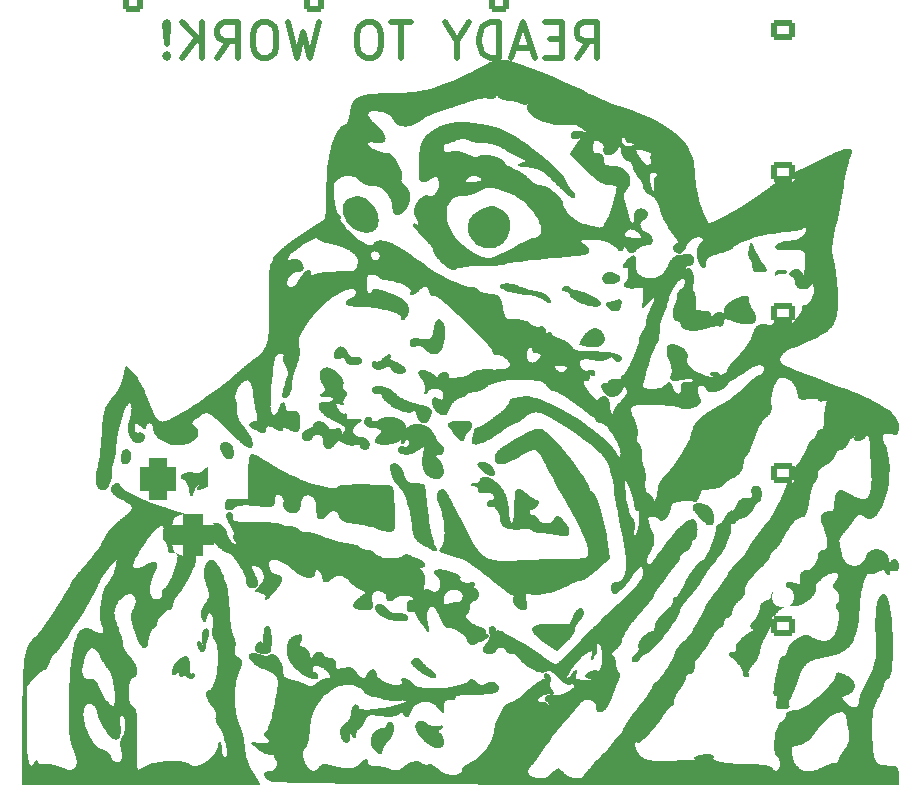
<source format=gbr>
%TF.GenerationSoftware,KiCad,Pcbnew,(6.0.4)*%
%TF.CreationDate,2022-04-15T13:56:09+02:00*%
%TF.ProjectId,coaster,636f6173-7465-4722-9e6b-696361645f70,rev?*%
%TF.SameCoordinates,Original*%
%TF.FileFunction,Legend,Bot*%
%TF.FilePolarity,Positive*%
%FSLAX46Y46*%
G04 Gerber Fmt 4.6, Leading zero omitted, Abs format (unit mm)*
G04 Created by KiCad (PCBNEW (6.0.4)) date 2022-04-15 13:56:09*
%MOMM*%
%LPD*%
G01*
G04 APERTURE LIST*
G04 Aperture macros list*
%AMRoundRect*
0 Rectangle with rounded corners*
0 $1 Rounding radius*
0 $2 $3 $4 $5 $6 $7 $8 $9 X,Y pos of 4 corners*
0 Add a 4 corners polygon primitive as box body*
4,1,4,$2,$3,$4,$5,$6,$7,$8,$9,$2,$3,0*
0 Add four circle primitives for the rounded corners*
1,1,$1+$1,$2,$3*
1,1,$1+$1,$4,$5*
1,1,$1+$1,$6,$7*
1,1,$1+$1,$8,$9*
0 Add four rect primitives between the rounded corners*
20,1,$1+$1,$2,$3,$4,$5,0*
20,1,$1+$1,$4,$5,$6,$7,0*
20,1,$1+$1,$6,$7,$8,$9,0*
20,1,$1+$1,$8,$9,$2,$3,0*%
G04 Aperture macros list end*
%ADD10C,0.140000*%
%ADD11C,0.500000*%
%ADD12RoundRect,0.250000X-0.600000X-0.725000X0.600000X-0.725000X0.600000X0.725000X-0.600000X0.725000X0*%
%ADD13O,1.700000X1.950000*%
%ADD14R,3.500000X3.500000*%
%ADD15RoundRect,0.750000X-0.750000X-1.000000X0.750000X-1.000000X0.750000X1.000000X-0.750000X1.000000X0*%
%ADD16RoundRect,0.875000X-0.875000X-0.875000X0.875000X-0.875000X0.875000X0.875000X-0.875000X0.875000X0*%
%ADD17R,1.700000X1.700000*%
%ADD18O,1.700000X1.700000*%
%ADD19RoundRect,0.250000X0.750000X-0.600000X0.750000X0.600000X-0.750000X0.600000X-0.750000X-0.600000X0*%
%ADD20O,2.000000X1.700000*%
%ADD21RoundRect,0.250000X0.725000X-0.600000X0.725000X0.600000X-0.725000X0.600000X-0.725000X-0.600000X0*%
%ADD22O,1.950000X1.700000*%
G04 APERTURE END LIST*
D10*
G36*
X148851882Y-93031083D02*
G01*
X148875929Y-93039017D01*
X148898362Y-93051364D01*
X148919039Y-93068197D01*
X148937816Y-93089587D01*
X148954552Y-93115608D01*
X148969104Y-93146331D01*
X148981330Y-93181829D01*
X148991086Y-93222175D01*
X148998232Y-93267440D01*
X149002624Y-93317697D01*
X149004119Y-93373018D01*
X149003617Y-93390664D01*
X149002129Y-93408851D01*
X148996305Y-93446691D01*
X148986864Y-93486231D01*
X148974022Y-93527165D01*
X148957997Y-93569183D01*
X148939006Y-93611980D01*
X148917266Y-93655246D01*
X148892993Y-93698676D01*
X148866405Y-93741961D01*
X148837720Y-93784793D01*
X148807153Y-93826866D01*
X148774922Y-93867872D01*
X148741245Y-93907503D01*
X148706338Y-93945452D01*
X148670418Y-93981411D01*
X148633702Y-94015073D01*
X148594951Y-94049161D01*
X148557520Y-94086360D01*
X148521573Y-94126308D01*
X148487271Y-94168643D01*
X148454779Y-94213004D01*
X148424257Y-94259029D01*
X148395870Y-94306356D01*
X148369780Y-94354623D01*
X148346149Y-94403470D01*
X148325142Y-94452533D01*
X148306919Y-94501451D01*
X148291645Y-94549863D01*
X148279482Y-94597407D01*
X148270592Y-94643721D01*
X148265139Y-94688443D01*
X148263285Y-94731212D01*
X148262316Y-94751746D01*
X148259442Y-94773940D01*
X148248164Y-94822997D01*
X148229834Y-94877770D01*
X148204829Y-94937644D01*
X148173530Y-95002002D01*
X148136316Y-95070232D01*
X148093568Y-95141717D01*
X148045665Y-95215842D01*
X147992988Y-95291993D01*
X147935915Y-95369555D01*
X147874827Y-95447913D01*
X147810103Y-95526451D01*
X147742124Y-95604556D01*
X147671269Y-95681611D01*
X147597918Y-95757003D01*
X147522451Y-95830116D01*
X146781617Y-96521560D01*
X145806187Y-95817768D01*
X145663555Y-95715469D01*
X145531992Y-95616928D01*
X145411498Y-95522139D01*
X145302073Y-95431099D01*
X145203718Y-95343802D01*
X145116431Y-95260246D01*
X145040213Y-95180424D01*
X144975065Y-95104332D01*
X144920985Y-95031966D01*
X144877975Y-94963321D01*
X144846034Y-94898394D01*
X144825162Y-94837178D01*
X144815358Y-94779670D01*
X144816625Y-94725866D01*
X144828960Y-94675760D01*
X144852364Y-94629349D01*
X144886837Y-94586627D01*
X144932379Y-94547590D01*
X144988991Y-94512234D01*
X145056672Y-94480554D01*
X145135421Y-94452546D01*
X145225240Y-94428205D01*
X145326128Y-94407526D01*
X145438085Y-94390506D01*
X145561111Y-94377139D01*
X145695206Y-94367421D01*
X145840370Y-94361347D01*
X145996603Y-94358914D01*
X146163906Y-94360116D01*
X146342277Y-94364949D01*
X146732227Y-94385490D01*
X147127122Y-94411608D01*
X147290159Y-94418725D01*
X147432741Y-94420796D01*
X147556729Y-94417007D01*
X147663986Y-94406544D01*
X147711923Y-94398555D01*
X147756377Y-94388593D01*
X147797579Y-94376555D01*
X147835763Y-94362340D01*
X147871161Y-94345846D01*
X147904007Y-94326971D01*
X147934533Y-94305614D01*
X147962973Y-94281673D01*
X147989559Y-94255046D01*
X148014523Y-94225631D01*
X148038100Y-94193327D01*
X148060521Y-94158032D01*
X148102829Y-94078061D01*
X148143310Y-93984906D01*
X148183827Y-93877751D01*
X148226243Y-93755783D01*
X148251287Y-93687752D01*
X148277709Y-93622616D01*
X148305365Y-93560445D01*
X148334113Y-93501314D01*
X148363810Y-93445293D01*
X148394315Y-93392456D01*
X148425484Y-93342874D01*
X148457175Y-93296620D01*
X148489246Y-93253766D01*
X148521555Y-93214386D01*
X148553959Y-93178550D01*
X148586315Y-93146331D01*
X148618481Y-93117802D01*
X148650315Y-93093036D01*
X148681674Y-93072103D01*
X148712416Y-93055078D01*
X148742398Y-93042031D01*
X148771478Y-93033036D01*
X148799514Y-93028165D01*
X148826362Y-93027489D01*
X148851882Y-93031083D01*
G37*
X148851882Y-93031083D02*
X148875929Y-93039017D01*
X148898362Y-93051364D01*
X148919039Y-93068197D01*
X148937816Y-93089587D01*
X148954552Y-93115608D01*
X148969104Y-93146331D01*
X148981330Y-93181829D01*
X148991086Y-93222175D01*
X148998232Y-93267440D01*
X149002624Y-93317697D01*
X149004119Y-93373018D01*
X149003617Y-93390664D01*
X149002129Y-93408851D01*
X148996305Y-93446691D01*
X148986864Y-93486231D01*
X148974022Y-93527165D01*
X148957997Y-93569183D01*
X148939006Y-93611980D01*
X148917266Y-93655246D01*
X148892993Y-93698676D01*
X148866405Y-93741961D01*
X148837720Y-93784793D01*
X148807153Y-93826866D01*
X148774922Y-93867872D01*
X148741245Y-93907503D01*
X148706338Y-93945452D01*
X148670418Y-93981411D01*
X148633702Y-94015073D01*
X148594951Y-94049161D01*
X148557520Y-94086360D01*
X148521573Y-94126308D01*
X148487271Y-94168643D01*
X148454779Y-94213004D01*
X148424257Y-94259029D01*
X148395870Y-94306356D01*
X148369780Y-94354623D01*
X148346149Y-94403470D01*
X148325142Y-94452533D01*
X148306919Y-94501451D01*
X148291645Y-94549863D01*
X148279482Y-94597407D01*
X148270592Y-94643721D01*
X148265139Y-94688443D01*
X148263285Y-94731212D01*
X148262316Y-94751746D01*
X148259442Y-94773940D01*
X148248164Y-94822997D01*
X148229834Y-94877770D01*
X148204829Y-94937644D01*
X148173530Y-95002002D01*
X148136316Y-95070232D01*
X148093568Y-95141717D01*
X148045665Y-95215842D01*
X147992988Y-95291993D01*
X147935915Y-95369555D01*
X147874827Y-95447913D01*
X147810103Y-95526451D01*
X147742124Y-95604556D01*
X147671269Y-95681611D01*
X147597918Y-95757003D01*
X147522451Y-95830116D01*
X146781617Y-96521560D01*
X145806187Y-95817768D01*
X145663555Y-95715469D01*
X145531992Y-95616928D01*
X145411498Y-95522139D01*
X145302073Y-95431099D01*
X145203718Y-95343802D01*
X145116431Y-95260246D01*
X145040213Y-95180424D01*
X144975065Y-95104332D01*
X144920985Y-95031966D01*
X144877975Y-94963321D01*
X144846034Y-94898394D01*
X144825162Y-94837178D01*
X144815358Y-94779670D01*
X144816625Y-94725866D01*
X144828960Y-94675760D01*
X144852364Y-94629349D01*
X144886837Y-94586627D01*
X144932379Y-94547590D01*
X144988991Y-94512234D01*
X145056672Y-94480554D01*
X145135421Y-94452546D01*
X145225240Y-94428205D01*
X145326128Y-94407526D01*
X145438085Y-94390506D01*
X145561111Y-94377139D01*
X145695206Y-94367421D01*
X145840370Y-94361347D01*
X145996603Y-94358914D01*
X146163906Y-94360116D01*
X146342277Y-94364949D01*
X146732227Y-94385490D01*
X147127122Y-94411608D01*
X147290159Y-94418725D01*
X147432741Y-94420796D01*
X147556729Y-94417007D01*
X147663986Y-94406544D01*
X147711923Y-94398555D01*
X147756377Y-94388593D01*
X147797579Y-94376555D01*
X147835763Y-94362340D01*
X147871161Y-94345846D01*
X147904007Y-94326971D01*
X147934533Y-94305614D01*
X147962973Y-94281673D01*
X147989559Y-94255046D01*
X148014523Y-94225631D01*
X148038100Y-94193327D01*
X148060521Y-94158032D01*
X148102829Y-94078061D01*
X148143310Y-93984906D01*
X148183827Y-93877751D01*
X148226243Y-93755783D01*
X148251287Y-93687752D01*
X148277709Y-93622616D01*
X148305365Y-93560445D01*
X148334113Y-93501314D01*
X148363810Y-93445293D01*
X148394315Y-93392456D01*
X148425484Y-93342874D01*
X148457175Y-93296620D01*
X148489246Y-93253766D01*
X148521555Y-93214386D01*
X148553959Y-93178550D01*
X148586315Y-93146331D01*
X148618481Y-93117802D01*
X148650315Y-93093036D01*
X148681674Y-93072103D01*
X148712416Y-93055078D01*
X148742398Y-93042031D01*
X148771478Y-93033036D01*
X148799514Y-93028165D01*
X148826362Y-93027489D01*
X148851882Y-93031083D01*
G36*
X115395147Y-97103230D02*
G01*
X115429670Y-97110820D01*
X115461872Y-97123294D01*
X115491537Y-97140832D01*
X115518450Y-97163615D01*
X115526480Y-97171491D01*
X115534358Y-97181189D01*
X115542077Y-97192651D01*
X115549632Y-97205818D01*
X115564219Y-97237030D01*
X115578065Y-97274355D01*
X115591115Y-97317323D01*
X115603314Y-97365464D01*
X115614610Y-97418308D01*
X115624947Y-97475384D01*
X115634270Y-97536222D01*
X115642527Y-97600351D01*
X115649663Y-97667303D01*
X115655622Y-97736605D01*
X115660352Y-97807789D01*
X115663797Y-97880383D01*
X115665905Y-97953918D01*
X115666619Y-98027923D01*
X115667774Y-98112562D01*
X115671225Y-98190510D01*
X115676955Y-98261729D01*
X115684946Y-98326184D01*
X115695180Y-98383838D01*
X115707639Y-98434656D01*
X115722304Y-98478601D01*
X115739157Y-98515637D01*
X115748399Y-98531552D01*
X115758181Y-98545727D01*
X115768502Y-98558156D01*
X115779358Y-98568836D01*
X115790748Y-98577761D01*
X115802669Y-98584927D01*
X115815119Y-98590330D01*
X115828096Y-98593964D01*
X115841597Y-98595826D01*
X115855621Y-98595912D01*
X115870164Y-98594215D01*
X115885226Y-98590733D01*
X115900803Y-98585459D01*
X115916893Y-98578391D01*
X115950604Y-98558851D01*
X115983591Y-98539890D01*
X116013087Y-98524655D01*
X116026521Y-98518423D01*
X116039074Y-98513109D01*
X116050747Y-98508709D01*
X116061535Y-98505217D01*
X116071437Y-98502630D01*
X116080451Y-98500942D01*
X116088573Y-98500150D01*
X116095803Y-98500249D01*
X116102138Y-98501234D01*
X116107575Y-98503101D01*
X116112112Y-98505845D01*
X116115747Y-98509461D01*
X116118478Y-98513946D01*
X116120302Y-98519295D01*
X116121217Y-98525502D01*
X116121221Y-98532565D01*
X116120312Y-98540477D01*
X116118488Y-98549235D01*
X116115745Y-98558834D01*
X116112082Y-98569269D01*
X116107497Y-98580537D01*
X116101987Y-98592632D01*
X116095550Y-98605550D01*
X116088184Y-98619286D01*
X116070656Y-98649196D01*
X116049384Y-98682325D01*
X116037734Y-98701425D01*
X116025931Y-98719367D01*
X116013965Y-98736151D01*
X116001827Y-98751778D01*
X115989508Y-98766247D01*
X115976999Y-98779559D01*
X115964292Y-98791713D01*
X115951376Y-98802709D01*
X115938243Y-98812549D01*
X115924885Y-98821230D01*
X115911291Y-98828754D01*
X115897453Y-98835121D01*
X115883362Y-98840330D01*
X115869008Y-98844381D01*
X115854383Y-98847275D01*
X115839478Y-98849011D01*
X115824284Y-98849590D01*
X115808791Y-98849011D01*
X115792990Y-98847275D01*
X115776874Y-98844381D01*
X115760431Y-98840330D01*
X115743654Y-98835121D01*
X115726534Y-98828755D01*
X115709060Y-98821231D01*
X115691225Y-98812549D01*
X115673019Y-98802710D01*
X115654434Y-98791713D01*
X115635459Y-98779559D01*
X115616087Y-98766248D01*
X115596308Y-98751778D01*
X115576113Y-98736152D01*
X115555492Y-98719367D01*
X115524720Y-98694929D01*
X115492791Y-98672607D01*
X115459993Y-98652491D01*
X115426617Y-98634673D01*
X115392951Y-98619242D01*
X115359286Y-98606289D01*
X115325910Y-98595904D01*
X115293113Y-98588178D01*
X115261183Y-98583201D01*
X115230412Y-98581064D01*
X115201087Y-98581857D01*
X115187058Y-98583381D01*
X115173499Y-98585670D01*
X115160446Y-98588738D01*
X115147936Y-98592594D01*
X115136005Y-98597251D01*
X115124689Y-98602720D01*
X115114023Y-98609011D01*
X115104045Y-98616137D01*
X115094791Y-98624108D01*
X115086296Y-98632936D01*
X115078232Y-98640570D01*
X115070251Y-98647276D01*
X115062365Y-98653063D01*
X115054585Y-98657944D01*
X115046923Y-98661929D01*
X115039390Y-98665031D01*
X115031997Y-98667260D01*
X115024755Y-98668627D01*
X115017676Y-98669145D01*
X115010771Y-98668823D01*
X115004052Y-98667675D01*
X114997529Y-98665710D01*
X114991214Y-98662940D01*
X114985119Y-98659376D01*
X114979254Y-98655031D01*
X114973631Y-98649914D01*
X114968261Y-98644038D01*
X114963155Y-98637413D01*
X114958326Y-98630051D01*
X114953783Y-98621964D01*
X114949540Y-98613162D01*
X114945605Y-98603657D01*
X114941992Y-98593461D01*
X114938711Y-98582584D01*
X114935774Y-98571037D01*
X114933192Y-98558833D01*
X114930976Y-98545982D01*
X114929137Y-98532496D01*
X114927688Y-98518386D01*
X114926638Y-98503663D01*
X114926000Y-98488339D01*
X114925785Y-98472425D01*
X114925530Y-98449996D01*
X114924754Y-98429007D01*
X114923445Y-98409451D01*
X114921589Y-98391322D01*
X114919172Y-98374613D01*
X114916181Y-98359317D01*
X114912602Y-98345428D01*
X114908422Y-98332937D01*
X114903626Y-98321840D01*
X114898202Y-98312128D01*
X114892137Y-98303796D01*
X114885415Y-98296835D01*
X114878024Y-98291241D01*
X114869951Y-98287005D01*
X114861181Y-98284121D01*
X114851701Y-98282582D01*
X114841498Y-98282382D01*
X114830558Y-98283514D01*
X114818867Y-98285970D01*
X114806412Y-98289744D01*
X114793179Y-98294830D01*
X114779155Y-98301220D01*
X114764326Y-98308908D01*
X114748679Y-98317887D01*
X114732200Y-98328150D01*
X114714875Y-98339690D01*
X114696691Y-98352501D01*
X114677635Y-98366576D01*
X114636849Y-98398489D01*
X114592410Y-98435377D01*
X114544061Y-98473694D01*
X114521801Y-98490306D01*
X114500795Y-98505193D01*
X114481028Y-98518334D01*
X114462484Y-98529710D01*
X114445147Y-98539299D01*
X114429002Y-98547083D01*
X114414033Y-98553039D01*
X114400223Y-98557148D01*
X114387557Y-98559390D01*
X114376019Y-98559744D01*
X114365594Y-98558189D01*
X114356265Y-98554707D01*
X114348017Y-98549275D01*
X114340834Y-98541874D01*
X114334699Y-98532484D01*
X114329598Y-98521083D01*
X114325515Y-98507653D01*
X114322433Y-98492172D01*
X114320336Y-98474619D01*
X114319210Y-98454976D01*
X114319037Y-98433221D01*
X114319803Y-98409334D01*
X114321492Y-98383295D01*
X114324087Y-98355082D01*
X114331933Y-98292059D01*
X114343216Y-98220101D01*
X114357809Y-98139044D01*
X114370145Y-98083331D01*
X114386173Y-98027437D01*
X114405678Y-97971543D01*
X114428445Y-97915830D01*
X114454260Y-97860479D01*
X114482907Y-97805670D01*
X114514173Y-97751585D01*
X114547842Y-97698404D01*
X114621531Y-97595478D01*
X114702255Y-97498341D01*
X114788297Y-97408438D01*
X114877938Y-97327216D01*
X114969460Y-97256123D01*
X115061145Y-97196606D01*
X115106512Y-97171640D01*
X115151274Y-97150111D01*
X115195219Y-97132199D01*
X115238130Y-97118085D01*
X115279793Y-97107950D01*
X115319994Y-97101976D01*
X115358516Y-97100342D01*
X115395147Y-97103230D01*
G37*
X115395147Y-97103230D02*
X115429670Y-97110820D01*
X115461872Y-97123294D01*
X115491537Y-97140832D01*
X115518450Y-97163615D01*
X115526480Y-97171491D01*
X115534358Y-97181189D01*
X115542077Y-97192651D01*
X115549632Y-97205818D01*
X115564219Y-97237030D01*
X115578065Y-97274355D01*
X115591115Y-97317323D01*
X115603314Y-97365464D01*
X115614610Y-97418308D01*
X115624947Y-97475384D01*
X115634270Y-97536222D01*
X115642527Y-97600351D01*
X115649663Y-97667303D01*
X115655622Y-97736605D01*
X115660352Y-97807789D01*
X115663797Y-97880383D01*
X115665905Y-97953918D01*
X115666619Y-98027923D01*
X115667774Y-98112562D01*
X115671225Y-98190510D01*
X115676955Y-98261729D01*
X115684946Y-98326184D01*
X115695180Y-98383838D01*
X115707639Y-98434656D01*
X115722304Y-98478601D01*
X115739157Y-98515637D01*
X115748399Y-98531552D01*
X115758181Y-98545727D01*
X115768502Y-98558156D01*
X115779358Y-98568836D01*
X115790748Y-98577761D01*
X115802669Y-98584927D01*
X115815119Y-98590330D01*
X115828096Y-98593964D01*
X115841597Y-98595826D01*
X115855621Y-98595912D01*
X115870164Y-98594215D01*
X115885226Y-98590733D01*
X115900803Y-98585459D01*
X115916893Y-98578391D01*
X115950604Y-98558851D01*
X115983591Y-98539890D01*
X116013087Y-98524655D01*
X116026521Y-98518423D01*
X116039074Y-98513109D01*
X116050747Y-98508709D01*
X116061535Y-98505217D01*
X116071437Y-98502630D01*
X116080451Y-98500942D01*
X116088573Y-98500150D01*
X116095803Y-98500249D01*
X116102138Y-98501234D01*
X116107575Y-98503101D01*
X116112112Y-98505845D01*
X116115747Y-98509461D01*
X116118478Y-98513946D01*
X116120302Y-98519295D01*
X116121217Y-98525502D01*
X116121221Y-98532565D01*
X116120312Y-98540477D01*
X116118488Y-98549235D01*
X116115745Y-98558834D01*
X116112082Y-98569269D01*
X116107497Y-98580537D01*
X116101987Y-98592632D01*
X116095550Y-98605550D01*
X116088184Y-98619286D01*
X116070656Y-98649196D01*
X116049384Y-98682325D01*
X116037734Y-98701425D01*
X116025931Y-98719367D01*
X116013965Y-98736151D01*
X116001827Y-98751778D01*
X115989508Y-98766247D01*
X115976999Y-98779559D01*
X115964292Y-98791713D01*
X115951376Y-98802709D01*
X115938243Y-98812549D01*
X115924885Y-98821230D01*
X115911291Y-98828754D01*
X115897453Y-98835121D01*
X115883362Y-98840330D01*
X115869008Y-98844381D01*
X115854383Y-98847275D01*
X115839478Y-98849011D01*
X115824284Y-98849590D01*
X115808791Y-98849011D01*
X115792990Y-98847275D01*
X115776874Y-98844381D01*
X115760431Y-98840330D01*
X115743654Y-98835121D01*
X115726534Y-98828755D01*
X115709060Y-98821231D01*
X115691225Y-98812549D01*
X115673019Y-98802710D01*
X115654434Y-98791713D01*
X115635459Y-98779559D01*
X115616087Y-98766248D01*
X115596308Y-98751778D01*
X115576113Y-98736152D01*
X115555492Y-98719367D01*
X115524720Y-98694929D01*
X115492791Y-98672607D01*
X115459993Y-98652491D01*
X115426617Y-98634673D01*
X115392951Y-98619242D01*
X115359286Y-98606289D01*
X115325910Y-98595904D01*
X115293113Y-98588178D01*
X115261183Y-98583201D01*
X115230412Y-98581064D01*
X115201087Y-98581857D01*
X115187058Y-98583381D01*
X115173499Y-98585670D01*
X115160446Y-98588738D01*
X115147936Y-98592594D01*
X115136005Y-98597251D01*
X115124689Y-98602720D01*
X115114023Y-98609011D01*
X115104045Y-98616137D01*
X115094791Y-98624108D01*
X115086296Y-98632936D01*
X115078232Y-98640570D01*
X115070251Y-98647276D01*
X115062365Y-98653063D01*
X115054585Y-98657944D01*
X115046923Y-98661929D01*
X115039390Y-98665031D01*
X115031997Y-98667260D01*
X115024755Y-98668627D01*
X115017676Y-98669145D01*
X115010771Y-98668823D01*
X115004052Y-98667675D01*
X114997529Y-98665710D01*
X114991214Y-98662940D01*
X114985119Y-98659376D01*
X114979254Y-98655031D01*
X114973631Y-98649914D01*
X114968261Y-98644038D01*
X114963155Y-98637413D01*
X114958326Y-98630051D01*
X114953783Y-98621964D01*
X114949540Y-98613162D01*
X114945605Y-98603657D01*
X114941992Y-98593461D01*
X114938711Y-98582584D01*
X114935774Y-98571037D01*
X114933192Y-98558833D01*
X114930976Y-98545982D01*
X114929137Y-98532496D01*
X114927688Y-98518386D01*
X114926638Y-98503663D01*
X114926000Y-98488339D01*
X114925785Y-98472425D01*
X114925530Y-98449996D01*
X114924754Y-98429007D01*
X114923445Y-98409451D01*
X114921589Y-98391322D01*
X114919172Y-98374613D01*
X114916181Y-98359317D01*
X114912602Y-98345428D01*
X114908422Y-98332937D01*
X114903626Y-98321840D01*
X114898202Y-98312128D01*
X114892137Y-98303796D01*
X114885415Y-98296835D01*
X114878024Y-98291241D01*
X114869951Y-98287005D01*
X114861181Y-98284121D01*
X114851701Y-98282582D01*
X114841498Y-98282382D01*
X114830558Y-98283514D01*
X114818867Y-98285970D01*
X114806412Y-98289744D01*
X114793179Y-98294830D01*
X114779155Y-98301220D01*
X114764326Y-98308908D01*
X114748679Y-98317887D01*
X114732200Y-98328150D01*
X114714875Y-98339690D01*
X114696691Y-98352501D01*
X114677635Y-98366576D01*
X114636849Y-98398489D01*
X114592410Y-98435377D01*
X114544061Y-98473694D01*
X114521801Y-98490306D01*
X114500795Y-98505193D01*
X114481028Y-98518334D01*
X114462484Y-98529710D01*
X114445147Y-98539299D01*
X114429002Y-98547083D01*
X114414033Y-98553039D01*
X114400223Y-98557148D01*
X114387557Y-98559390D01*
X114376019Y-98559744D01*
X114365594Y-98558189D01*
X114356265Y-98554707D01*
X114348017Y-98549275D01*
X114340834Y-98541874D01*
X114334699Y-98532484D01*
X114329598Y-98521083D01*
X114325515Y-98507653D01*
X114322433Y-98492172D01*
X114320336Y-98474619D01*
X114319210Y-98454976D01*
X114319037Y-98433221D01*
X114319803Y-98409334D01*
X114321492Y-98383295D01*
X114324087Y-98355082D01*
X114331933Y-98292059D01*
X114343216Y-98220101D01*
X114357809Y-98139044D01*
X114370145Y-98083331D01*
X114386173Y-98027437D01*
X114405678Y-97971543D01*
X114428445Y-97915830D01*
X114454260Y-97860479D01*
X114482907Y-97805670D01*
X114514173Y-97751585D01*
X114547842Y-97698404D01*
X114621531Y-97595478D01*
X114702255Y-97498341D01*
X114788297Y-97408438D01*
X114877938Y-97327216D01*
X114969460Y-97256123D01*
X115061145Y-97196606D01*
X115106512Y-97171640D01*
X115151274Y-97150111D01*
X115195219Y-97132199D01*
X115238130Y-97118085D01*
X115279793Y-97107950D01*
X115319994Y-97101976D01*
X115358516Y-97100342D01*
X115395147Y-97103230D01*
G36*
X158388007Y-55936243D02*
G01*
X158398226Y-56212575D01*
X158400113Y-56232575D01*
X158427508Y-56522855D01*
X158473792Y-56859941D01*
X158535016Y-57216687D01*
X158609117Y-57585949D01*
X158694035Y-57960582D01*
X158888069Y-58697388D01*
X158993063Y-59045272D01*
X159100625Y-59369950D01*
X159208693Y-59664279D01*
X159315206Y-59921114D01*
X159418102Y-60133311D01*
X159515318Y-60293725D01*
X159604793Y-60395213D01*
X159645983Y-60421627D01*
X159684465Y-60430630D01*
X159739529Y-60424690D01*
X159811422Y-60407274D01*
X160001538Y-60340437D01*
X160246492Y-60234967D01*
X160537966Y-60095711D01*
X161227192Y-59735230D01*
X162002656Y-59297772D01*
X162797797Y-58822114D01*
X163546058Y-58347035D01*
X163881809Y-58121831D01*
X164180879Y-57911313D01*
X164434950Y-57720329D01*
X164635701Y-57553726D01*
X164736399Y-57464842D01*
X164843409Y-57374547D01*
X165072677Y-57192184D01*
X165316124Y-57011558D01*
X165566373Y-56837588D01*
X165816042Y-56675193D01*
X166057754Y-56529294D01*
X166173319Y-56464067D01*
X166284128Y-56404809D01*
X166389257Y-56352134D01*
X166487784Y-56306658D01*
X167006367Y-56073218D01*
X167737941Y-55735598D01*
X168585269Y-55337786D01*
X169451118Y-54923768D01*
X170175360Y-54590321D01*
X170478590Y-54458188D01*
X170744489Y-54349043D01*
X170974505Y-54262833D01*
X171170083Y-54199502D01*
X171332671Y-54158997D01*
X171463715Y-54141263D01*
X171517861Y-54140918D01*
X171564663Y-54146246D01*
X171604304Y-54157239D01*
X171636962Y-54173892D01*
X171662820Y-54196196D01*
X171682058Y-54224146D01*
X171694858Y-54257734D01*
X171701399Y-54296954D01*
X171701863Y-54341799D01*
X171696431Y-54392263D01*
X171668602Y-54510017D01*
X171619357Y-54650162D01*
X171550145Y-54812644D01*
X171523425Y-54879294D01*
X171494390Y-54962692D01*
X171430532Y-55174958D01*
X171360886Y-55439892D01*
X171287767Y-55747945D01*
X171213491Y-56089568D01*
X171140372Y-56455209D01*
X171070726Y-56835321D01*
X171006868Y-57220352D01*
X170862367Y-58077712D01*
X170684297Y-59050828D01*
X170494651Y-60019313D01*
X170315423Y-60862783D01*
X170208832Y-61356792D01*
X170129443Y-61782072D01*
X170099769Y-61972782D01*
X170076678Y-62150922D01*
X170060099Y-62318028D01*
X170049958Y-62475639D01*
X170046184Y-62625292D01*
X170048704Y-62768524D01*
X170057446Y-62906873D01*
X170072337Y-63041875D01*
X170093306Y-63175069D01*
X170120279Y-63307992D01*
X170153185Y-63442180D01*
X170191951Y-63579172D01*
X170219705Y-63682680D01*
X170247297Y-63802411D01*
X170301340Y-64084830D01*
X170352779Y-64414997D01*
X170400311Y-64781483D01*
X170442634Y-65172855D01*
X170478445Y-65577684D01*
X170503267Y-65938372D01*
X170506444Y-65984539D01*
X170525326Y-66381989D01*
X170535283Y-66861508D01*
X170530318Y-67293586D01*
X170506796Y-67682581D01*
X170486941Y-67862285D01*
X170461082Y-68032852D01*
X170428767Y-68194828D01*
X170389540Y-68348758D01*
X170342947Y-68495187D01*
X170288534Y-68634659D01*
X170225847Y-68767719D01*
X170154430Y-68894912D01*
X170073830Y-69016783D01*
X169983592Y-69133877D01*
X169883261Y-69246739D01*
X169772384Y-69355913D01*
X169650505Y-69461945D01*
X169517171Y-69565379D01*
X169371926Y-69666760D01*
X169214317Y-69766633D01*
X169043889Y-69865543D01*
X168860188Y-69964035D01*
X168451147Y-70161943D01*
X167983559Y-70364717D01*
X167453789Y-70576715D01*
X166858201Y-70802296D01*
X166682112Y-70872476D01*
X166519641Y-70944120D01*
X166370808Y-71017248D01*
X166235631Y-71091877D01*
X166114127Y-71168026D01*
X166006315Y-71245711D01*
X165912213Y-71324953D01*
X165831838Y-71405767D01*
X165796805Y-71446770D01*
X165765210Y-71488174D01*
X165737056Y-71529979D01*
X165712345Y-71572190D01*
X165691080Y-71614807D01*
X165673263Y-71657834D01*
X165658896Y-71701272D01*
X165647981Y-71745123D01*
X165640520Y-71789391D01*
X165636517Y-71834077D01*
X165635972Y-71879184D01*
X165638889Y-71924713D01*
X165645269Y-71970667D01*
X165655116Y-72017049D01*
X165668430Y-72063860D01*
X165685215Y-72111103D01*
X165701559Y-72145967D01*
X165723074Y-72181219D01*
X165750154Y-72217033D01*
X165783197Y-72253578D01*
X165822597Y-72291028D01*
X165868750Y-72329555D01*
X165922052Y-72369329D01*
X165982899Y-72410523D01*
X166051685Y-72453309D01*
X166128808Y-72497858D01*
X166214661Y-72544342D01*
X166309642Y-72592934D01*
X166433480Y-72651871D01*
X166528567Y-72697126D01*
X166788748Y-72811808D01*
X167093350Y-72938354D01*
X167445538Y-73078141D01*
X167848478Y-73232542D01*
X168305334Y-73402931D01*
X168819272Y-73590684D01*
X169393457Y-73797174D01*
X170735229Y-74271868D01*
X171336011Y-74488773D01*
X171897508Y-74704286D01*
X172419793Y-74918460D01*
X172902938Y-75131350D01*
X173347016Y-75343010D01*
X173449664Y-75396346D01*
X173752099Y-75553494D01*
X174118260Y-75762857D01*
X174445569Y-75971153D01*
X174734101Y-76178435D01*
X174983928Y-76384760D01*
X175195121Y-76590180D01*
X175367753Y-76794750D01*
X175501896Y-76998524D01*
X175597623Y-77201556D01*
X175655006Y-77403901D01*
X175674118Y-77605613D01*
X175672918Y-77700295D01*
X175669150Y-77785445D01*
X175662561Y-77861370D01*
X175652896Y-77928379D01*
X175646832Y-77958635D01*
X175639904Y-77986778D01*
X175632081Y-78012845D01*
X175623330Y-78036876D01*
X175613622Y-78058907D01*
X175602923Y-78078979D01*
X175591202Y-78097128D01*
X175578427Y-78113395D01*
X175564567Y-78127816D01*
X175549591Y-78140432D01*
X175533466Y-78151279D01*
X175516160Y-78160396D01*
X175497643Y-78167823D01*
X175477883Y-78173597D01*
X175456847Y-78177756D01*
X175434505Y-78180340D01*
X175410824Y-78181387D01*
X175385773Y-78180934D01*
X175331434Y-78175686D01*
X175271236Y-78164904D01*
X175204924Y-78148894D01*
X175134393Y-78130871D01*
X175066373Y-78116127D01*
X175000912Y-78104611D01*
X174938060Y-78096273D01*
X174877866Y-78091065D01*
X174820381Y-78088936D01*
X174765654Y-78089837D01*
X174713736Y-78093717D01*
X174664675Y-78100528D01*
X174618521Y-78110219D01*
X174575324Y-78122740D01*
X174535135Y-78138042D01*
X174498002Y-78156076D01*
X174463976Y-78176790D01*
X174433105Y-78200137D01*
X174405441Y-78226065D01*
X174381032Y-78254525D01*
X174359929Y-78285468D01*
X174342180Y-78318844D01*
X174327837Y-78354602D01*
X174316948Y-78392693D01*
X174309563Y-78433068D01*
X174305732Y-78475677D01*
X174305506Y-78520470D01*
X174308932Y-78567397D01*
X174316062Y-78616408D01*
X174326945Y-78667454D01*
X174341631Y-78720485D01*
X174360169Y-78775452D01*
X174382609Y-78832304D01*
X174409002Y-78890991D01*
X174439396Y-78951465D01*
X174547347Y-79176208D01*
X174640014Y-79416340D01*
X174717887Y-79670105D01*
X174781452Y-79935746D01*
X174867618Y-80495630D01*
X174902417Y-81081939D01*
X174889756Y-81680620D01*
X174833542Y-82277618D01*
X174737682Y-82858880D01*
X174606083Y-83410354D01*
X174442651Y-83917986D01*
X174251294Y-84367721D01*
X174035916Y-84745508D01*
X173920442Y-84903029D01*
X173800427Y-85037293D01*
X173676361Y-85146542D01*
X173548732Y-85229021D01*
X173418028Y-85282973D01*
X173284737Y-85306640D01*
X173149349Y-85298268D01*
X173012351Y-85256097D01*
X172874231Y-85178373D01*
X172735479Y-85063338D01*
X172712609Y-85041059D01*
X172690265Y-85020539D01*
X172668396Y-85001800D01*
X172646950Y-84984866D01*
X172625875Y-84969758D01*
X172605119Y-84956500D01*
X172584629Y-84945114D01*
X172564354Y-84935622D01*
X172544242Y-84928047D01*
X172524241Y-84922413D01*
X172504298Y-84918740D01*
X172484363Y-84917053D01*
X172464382Y-84917373D01*
X172444303Y-84919724D01*
X172424076Y-84924127D01*
X172403647Y-84930606D01*
X172382966Y-84939183D01*
X172361979Y-84949880D01*
X172340634Y-84962721D01*
X172318881Y-84977728D01*
X172296666Y-84994923D01*
X172273938Y-85014329D01*
X172250645Y-85035970D01*
X172226735Y-85059866D01*
X172202155Y-85086041D01*
X172176855Y-85114518D01*
X172150781Y-85145319D01*
X172123882Y-85178467D01*
X172067400Y-85251894D01*
X172006993Y-85334978D01*
X171915571Y-85463803D01*
X171810402Y-85606230D01*
X171695105Y-85757339D01*
X171573297Y-85912210D01*
X171448595Y-86065923D01*
X171324616Y-86213559D01*
X171204978Y-86350199D01*
X171093298Y-86470922D01*
X171041097Y-86529170D01*
X170991120Y-86587907D01*
X170943567Y-86646752D01*
X170898637Y-86705326D01*
X170856528Y-86763249D01*
X170817439Y-86820141D01*
X170781570Y-86875622D01*
X170749120Y-86929313D01*
X170720286Y-86980833D01*
X170695269Y-87029803D01*
X170674268Y-87075843D01*
X170657480Y-87118573D01*
X170645106Y-87157614D01*
X170637344Y-87192584D01*
X170634392Y-87223106D01*
X170634783Y-87236579D01*
X170636451Y-87248798D01*
X170652561Y-87312271D01*
X170672721Y-87406997D01*
X170722882Y-87671690D01*
X170846354Y-88372394D01*
X170871198Y-88496030D01*
X170903743Y-88612260D01*
X170943514Y-88721056D01*
X170990035Y-88822391D01*
X171042833Y-88916239D01*
X171101431Y-89002571D01*
X171165357Y-89081361D01*
X171234134Y-89152582D01*
X171307288Y-89216207D01*
X171384344Y-89272208D01*
X171464828Y-89320558D01*
X171548265Y-89361231D01*
X171634179Y-89394198D01*
X171722096Y-89419434D01*
X171811542Y-89436910D01*
X171902041Y-89446600D01*
X171993120Y-89448477D01*
X172084302Y-89442513D01*
X172175113Y-89428681D01*
X172265079Y-89406954D01*
X172353724Y-89377306D01*
X172440574Y-89339708D01*
X172525155Y-89294134D01*
X172606991Y-89240556D01*
X172685607Y-89178949D01*
X172760529Y-89109283D01*
X172831282Y-89031533D01*
X172897392Y-88945671D01*
X172958382Y-88851669D01*
X173013780Y-88749502D01*
X173063109Y-88639141D01*
X173105896Y-88520560D01*
X173130828Y-88452689D01*
X173161386Y-88390260D01*
X173197189Y-88333216D01*
X173237857Y-88281501D01*
X173283010Y-88235058D01*
X173332269Y-88193831D01*
X173385255Y-88157764D01*
X173441586Y-88126799D01*
X173500883Y-88100880D01*
X173562767Y-88079951D01*
X173626857Y-88063955D01*
X173692775Y-88052836D01*
X173760139Y-88046537D01*
X173828570Y-88045001D01*
X173897689Y-88048173D01*
X173967115Y-88055995D01*
X174036468Y-88068411D01*
X174105370Y-88085365D01*
X174173439Y-88106800D01*
X174240297Y-88132659D01*
X174305563Y-88162886D01*
X174368857Y-88197425D01*
X174429801Y-88236218D01*
X174488013Y-88279210D01*
X174543114Y-88326344D01*
X174594725Y-88377563D01*
X174642465Y-88432811D01*
X174685954Y-88492032D01*
X174724814Y-88555168D01*
X174758663Y-88622163D01*
X174787123Y-88692961D01*
X174809812Y-88767505D01*
X174828740Y-88834607D01*
X174848373Y-88896861D01*
X174868549Y-88954051D01*
X174889105Y-89005960D01*
X174909877Y-89052371D01*
X174930704Y-89093066D01*
X174951423Y-89127829D01*
X174971870Y-89156442D01*
X174991883Y-89178689D01*
X175001676Y-89187357D01*
X175011299Y-89194352D01*
X175020732Y-89199647D01*
X175029955Y-89203214D01*
X175038948Y-89205027D01*
X175047689Y-89205059D01*
X175056160Y-89203282D01*
X175064338Y-89199669D01*
X175072205Y-89194193D01*
X175079739Y-89186827D01*
X175086921Y-89177544D01*
X175093729Y-89166317D01*
X175100144Y-89153117D01*
X175106146Y-89137920D01*
X175124070Y-89093457D01*
X175143046Y-89052647D01*
X175162966Y-89015455D01*
X175183726Y-88981844D01*
X175205218Y-88951778D01*
X175227336Y-88925221D01*
X175249974Y-88902136D01*
X175273026Y-88882488D01*
X175296386Y-88866240D01*
X175319946Y-88853356D01*
X175343602Y-88843801D01*
X175367246Y-88837537D01*
X175390773Y-88834528D01*
X175414076Y-88834739D01*
X175437049Y-88838133D01*
X175459585Y-88844675D01*
X175481579Y-88854327D01*
X175502924Y-88867054D01*
X175523514Y-88882820D01*
X175543242Y-88901588D01*
X175562003Y-88923322D01*
X175579690Y-88947986D01*
X175596197Y-88975545D01*
X175611417Y-89005961D01*
X175625245Y-89039198D01*
X175637574Y-89075221D01*
X175648297Y-89113993D01*
X175657309Y-89155478D01*
X175664504Y-89199640D01*
X175669774Y-89246443D01*
X175673014Y-89295850D01*
X175674118Y-89347826D01*
X175672807Y-89412217D01*
X175668837Y-89471128D01*
X175662154Y-89524576D01*
X175652703Y-89572581D01*
X175646923Y-89594548D01*
X175640431Y-89615160D01*
X175633220Y-89634420D01*
X175625284Y-89652331D01*
X175616615Y-89668894D01*
X175607206Y-89684112D01*
X175597051Y-89697987D01*
X175586144Y-89710522D01*
X175574477Y-89721718D01*
X175562043Y-89731578D01*
X175548837Y-89740104D01*
X175534850Y-89747298D01*
X175520077Y-89753163D01*
X175504509Y-89757701D01*
X175488142Y-89760914D01*
X175470968Y-89762804D01*
X175452979Y-89763374D01*
X175434170Y-89762626D01*
X175414534Y-89760562D01*
X175394063Y-89757185D01*
X175372751Y-89752496D01*
X175350591Y-89746499D01*
X175303701Y-89730585D01*
X175284171Y-89722950D01*
X175264950Y-89716245D01*
X175246060Y-89710458D01*
X175227520Y-89705577D01*
X175209351Y-89701591D01*
X175191572Y-89698490D01*
X175174206Y-89696261D01*
X175157271Y-89694894D01*
X175140788Y-89694377D01*
X175124778Y-89694698D01*
X175109261Y-89695847D01*
X175094257Y-89697813D01*
X175079786Y-89700583D01*
X175065870Y-89704146D01*
X175052527Y-89708492D01*
X175039779Y-89713609D01*
X175027647Y-89719486D01*
X175016149Y-89726111D01*
X175005307Y-89733473D01*
X174995141Y-89741560D01*
X174985672Y-89750362D01*
X174976919Y-89759867D01*
X174968903Y-89770064D01*
X174961645Y-89780942D01*
X174955164Y-89792488D01*
X174949481Y-89804693D01*
X174944617Y-89817543D01*
X174940592Y-89831030D01*
X174937425Y-89845140D01*
X174935139Y-89859863D01*
X174933752Y-89875187D01*
X174933285Y-89891101D01*
X174930382Y-89927853D01*
X174928479Y-89944276D01*
X174926267Y-89959396D01*
X174923738Y-89973215D01*
X174920886Y-89985731D01*
X174917704Y-89996944D01*
X174914185Y-90006856D01*
X174910322Y-90015465D01*
X174906109Y-90022773D01*
X174901539Y-90028777D01*
X174896605Y-90033480D01*
X174891300Y-90036880D01*
X174885617Y-90038979D01*
X174879550Y-90039775D01*
X174873092Y-90039268D01*
X174866236Y-90037460D01*
X174858975Y-90034349D01*
X174851303Y-90029936D01*
X174843213Y-90024220D01*
X174834697Y-90017203D01*
X174825750Y-90008883D01*
X174816364Y-89999261D01*
X174806533Y-89988336D01*
X174796249Y-89976110D01*
X174785507Y-89962581D01*
X174762618Y-89931616D01*
X174737812Y-89895442D01*
X174711035Y-89854059D01*
X174695978Y-89829388D01*
X174680872Y-89806301D01*
X174665666Y-89784793D01*
X174650311Y-89764856D01*
X174634757Y-89746483D01*
X174618955Y-89729668D01*
X174602854Y-89714404D01*
X174586405Y-89700684D01*
X174569558Y-89688502D01*
X174552263Y-89677850D01*
X174534471Y-89668721D01*
X174516132Y-89661110D01*
X174497196Y-89655010D01*
X174477613Y-89650412D01*
X174457334Y-89647311D01*
X174436309Y-89645701D01*
X174414488Y-89645573D01*
X174391822Y-89646921D01*
X174368260Y-89649739D01*
X174343753Y-89654020D01*
X174318251Y-89659757D01*
X174291705Y-89666943D01*
X174264065Y-89675572D01*
X174235281Y-89685636D01*
X174205303Y-89697129D01*
X174174081Y-89710044D01*
X174141566Y-89724374D01*
X174107709Y-89740113D01*
X174035766Y-89775788D01*
X173957854Y-89817017D01*
X173900034Y-89845947D01*
X173842557Y-89872508D01*
X173785768Y-89896645D01*
X173730009Y-89918304D01*
X173675625Y-89937431D01*
X173622960Y-89953972D01*
X173572356Y-89967872D01*
X173524158Y-89979077D01*
X173478709Y-89987532D01*
X173436353Y-89993184D01*
X173397433Y-89995979D01*
X173362294Y-89995861D01*
X173331278Y-89992778D01*
X173304730Y-89986673D01*
X173282992Y-89977494D01*
X173274035Y-89971734D01*
X173266410Y-89965186D01*
X173237016Y-89941514D01*
X173206778Y-89928177D01*
X173175788Y-89924874D01*
X173144143Y-89931303D01*
X173111937Y-89947165D01*
X173079266Y-89972158D01*
X173046224Y-90005982D01*
X173012906Y-90048336D01*
X172979407Y-90098920D01*
X172945822Y-90157433D01*
X172912246Y-90223573D01*
X172878774Y-90297041D01*
X172812523Y-90464756D01*
X172747826Y-90658173D01*
X172685445Y-90874885D01*
X172626139Y-91112488D01*
X172570666Y-91368575D01*
X172519788Y-91640742D01*
X172474264Y-91926582D01*
X172434853Y-92223691D01*
X172402315Y-92529662D01*
X172377410Y-92842090D01*
X172333498Y-93407033D01*
X172279042Y-93918493D01*
X172211889Y-94379419D01*
X172129887Y-94792759D01*
X172030883Y-95161460D01*
X171974333Y-95329993D01*
X171912725Y-95488472D01*
X171845791Y-95637265D01*
X171773261Y-95776742D01*
X171694867Y-95907270D01*
X171610339Y-96029218D01*
X171519408Y-96142955D01*
X171421805Y-96248848D01*
X171317262Y-96347268D01*
X171205509Y-96438581D01*
X171086277Y-96523158D01*
X170959297Y-96601365D01*
X170824300Y-96673573D01*
X170681017Y-96740148D01*
X170368517Y-96857878D01*
X170019645Y-96957503D01*
X169632248Y-97041971D01*
X169204173Y-97114231D01*
X168976157Y-97151260D01*
X168767945Y-97194004D01*
X168577929Y-97244128D01*
X168489241Y-97272478D01*
X168404498Y-97303296D01*
X168323499Y-97336791D01*
X168246043Y-97373171D01*
X168171928Y-97412644D01*
X168100954Y-97455417D01*
X168032919Y-97501700D01*
X167967622Y-97551699D01*
X167904861Y-97605623D01*
X167844436Y-97663680D01*
X167786145Y-97726077D01*
X167729787Y-97793024D01*
X167675161Y-97864727D01*
X167622065Y-97941395D01*
X167570299Y-98023236D01*
X167519661Y-98110458D01*
X167469950Y-98203269D01*
X167420965Y-98301876D01*
X167324366Y-98517313D01*
X167228256Y-98758434D01*
X167131025Y-99026901D01*
X167031062Y-99324380D01*
X166963153Y-99528953D01*
X166890613Y-99731645D01*
X166815758Y-99927102D01*
X166740902Y-100109971D01*
X166668362Y-100274899D01*
X166600453Y-100416530D01*
X166539488Y-100529511D01*
X166512334Y-100573585D01*
X166487784Y-100608489D01*
X166463482Y-100639690D01*
X166441531Y-100672879D01*
X166421967Y-100707732D01*
X166404827Y-100743924D01*
X166390146Y-100781129D01*
X166377962Y-100819021D01*
X166368310Y-100857274D01*
X166361226Y-100895564D01*
X166356746Y-100933564D01*
X166354907Y-100970950D01*
X166355745Y-101007395D01*
X166359296Y-101042574D01*
X166365597Y-101076161D01*
X166374682Y-101107831D01*
X166380281Y-101122845D01*
X166386589Y-101137258D01*
X166393612Y-101151029D01*
X166401354Y-101164118D01*
X166409787Y-101177898D01*
X166416577Y-101191447D01*
X166421749Y-101204752D01*
X166425325Y-101217800D01*
X166427327Y-101230576D01*
X166427779Y-101243067D01*
X166426702Y-101255260D01*
X166424119Y-101267141D01*
X166420053Y-101278696D01*
X166414527Y-101289912D01*
X166407563Y-101300775D01*
X166399184Y-101311272D01*
X166389411Y-101321389D01*
X166378269Y-101331113D01*
X166365780Y-101340430D01*
X166351965Y-101349326D01*
X166336848Y-101357788D01*
X166320452Y-101365803D01*
X166302799Y-101373356D01*
X166283911Y-101380435D01*
X166263811Y-101387025D01*
X166242522Y-101393113D01*
X166220067Y-101398686D01*
X166196467Y-101403730D01*
X166171746Y-101408231D01*
X166145927Y-101412176D01*
X166119031Y-101415552D01*
X166091082Y-101418344D01*
X166062102Y-101420539D01*
X166032113Y-101422124D01*
X166001139Y-101423085D01*
X165969202Y-101423408D01*
X165877251Y-101422299D01*
X165795593Y-101418585D01*
X165723809Y-101411688D01*
X165691491Y-101406864D01*
X165661485Y-101401028D01*
X165633741Y-101394107D01*
X165608205Y-101386028D01*
X165584826Y-101376720D01*
X165563551Y-101366109D01*
X165544330Y-101354123D01*
X165527110Y-101340691D01*
X165511838Y-101325739D01*
X165498463Y-101309196D01*
X165486933Y-101290988D01*
X165477196Y-101271045D01*
X165469200Y-101249292D01*
X165462892Y-101225659D01*
X165458222Y-101200072D01*
X165455136Y-101172460D01*
X165453583Y-101142749D01*
X165453511Y-101110869D01*
X165454868Y-101076745D01*
X165457602Y-101040306D01*
X165466992Y-100960194D01*
X165481266Y-100869954D01*
X165500007Y-100769006D01*
X165512453Y-100695227D01*
X165522024Y-100626747D01*
X165528737Y-100563658D01*
X165532611Y-100506048D01*
X165533663Y-100454010D01*
X165531911Y-100407633D01*
X165527375Y-100367007D01*
X165520071Y-100332223D01*
X165510017Y-100303372D01*
X165503966Y-100291200D01*
X165497233Y-100280544D01*
X165489822Y-100271417D01*
X165481736Y-100263829D01*
X165472975Y-100257793D01*
X165463544Y-100253318D01*
X165453442Y-100250417D01*
X165442674Y-100249101D01*
X165431242Y-100249381D01*
X165419147Y-100251269D01*
X165406391Y-100254775D01*
X165392978Y-100259912D01*
X165364187Y-100275120D01*
X165343101Y-100285724D01*
X165323842Y-100291946D01*
X165306427Y-100293602D01*
X165298417Y-100292659D01*
X165290876Y-100290505D01*
X165283804Y-100287116D01*
X165277205Y-100282470D01*
X165271081Y-100276544D01*
X165265434Y-100269313D01*
X165255579Y-100250847D01*
X165247660Y-100226887D01*
X165241695Y-100197248D01*
X165237701Y-100161744D01*
X165235696Y-100120191D01*
X165235699Y-100072402D01*
X165237728Y-100018192D01*
X165241800Y-99957376D01*
X165247935Y-99889768D01*
X165256149Y-99815184D01*
X165278890Y-99644342D01*
X165310168Y-99443368D01*
X165350128Y-99210778D01*
X165398914Y-98945089D01*
X165456671Y-98644819D01*
X165523544Y-98308483D01*
X165599677Y-97934600D01*
X165685215Y-97521685D01*
X165699947Y-97465148D01*
X165716252Y-97411452D01*
X165733968Y-97360830D01*
X165752932Y-97313518D01*
X165772981Y-97269751D01*
X165793953Y-97229764D01*
X165815684Y-97193792D01*
X165838012Y-97162071D01*
X165860774Y-97134835D01*
X165883808Y-97112320D01*
X165895375Y-97102906D01*
X165906950Y-97094760D01*
X165918510Y-97087913D01*
X165930037Y-97082392D01*
X165941510Y-97078228D01*
X165952908Y-97075450D01*
X165964211Y-97074087D01*
X165975399Y-97074168D01*
X165986451Y-97075724D01*
X165997347Y-97078784D01*
X166008067Y-97083376D01*
X166018590Y-97089530D01*
X166030271Y-97095613D01*
X166042148Y-97099994D01*
X166054202Y-97102706D01*
X166066411Y-97103783D01*
X166078757Y-97103260D01*
X166091217Y-97101170D01*
X166103773Y-97097547D01*
X166116403Y-97092425D01*
X166129088Y-97085838D01*
X166141806Y-97077820D01*
X166154538Y-97068405D01*
X166167263Y-97057627D01*
X166179961Y-97045519D01*
X166192612Y-97032116D01*
X166205194Y-97017451D01*
X166217689Y-97001558D01*
X166230075Y-96984472D01*
X166242332Y-96966226D01*
X166254440Y-96946854D01*
X166266378Y-96926390D01*
X166278127Y-96904868D01*
X166289665Y-96882322D01*
X166300973Y-96858786D01*
X166312029Y-96834293D01*
X166322815Y-96808878D01*
X166333308Y-96782574D01*
X166343490Y-96755416D01*
X166353339Y-96727437D01*
X166362836Y-96698671D01*
X166371960Y-96669152D01*
X166380690Y-96638915D01*
X166389006Y-96607992D01*
X166411210Y-96531911D01*
X166438290Y-96456582D01*
X166469986Y-96382174D01*
X166506040Y-96308861D01*
X166546190Y-96236814D01*
X166590176Y-96166204D01*
X166637740Y-96097205D01*
X166688620Y-96029987D01*
X166742556Y-95964722D01*
X166799289Y-95901583D01*
X166858559Y-95840740D01*
X166920106Y-95782367D01*
X166983669Y-95726634D01*
X167048989Y-95673714D01*
X167115806Y-95623778D01*
X167183859Y-95576998D01*
X167252889Y-95533546D01*
X167322636Y-95493594D01*
X167392839Y-95457314D01*
X167463239Y-95424877D01*
X167533576Y-95396455D01*
X167603589Y-95372220D01*
X167673019Y-95352345D01*
X167741606Y-95337000D01*
X167809090Y-95326358D01*
X167875210Y-95320590D01*
X167939707Y-95319868D01*
X168002321Y-95324364D01*
X168062791Y-95334251D01*
X168120859Y-95349699D01*
X168176263Y-95370880D01*
X168228743Y-95397967D01*
X168343478Y-95464349D01*
X168456142Y-95524601D01*
X168566690Y-95578745D01*
X168675076Y-95626801D01*
X168781256Y-95668788D01*
X168885184Y-95704727D01*
X168986815Y-95734639D01*
X169086103Y-95758544D01*
X169183005Y-95776462D01*
X169277473Y-95788414D01*
X169369464Y-95794420D01*
X169458931Y-95794500D01*
X169545831Y-95788675D01*
X169630116Y-95776965D01*
X169711743Y-95759390D01*
X169790666Y-95735971D01*
X169866840Y-95706728D01*
X169940220Y-95671681D01*
X170010760Y-95630851D01*
X170078415Y-95584259D01*
X170143139Y-95531923D01*
X170204889Y-95473866D01*
X170263618Y-95410107D01*
X170319282Y-95340666D01*
X170371834Y-95265564D01*
X170421231Y-95184821D01*
X170467426Y-95098458D01*
X170510374Y-95006495D01*
X170550031Y-94908952D01*
X170586351Y-94805850D01*
X170619288Y-94697208D01*
X170648798Y-94583048D01*
X170683531Y-94432244D01*
X170713670Y-94289922D01*
X170739250Y-94155884D01*
X170760309Y-94029931D01*
X170776883Y-93911864D01*
X170789007Y-93801483D01*
X170796718Y-93698591D01*
X170800052Y-93602987D01*
X170799045Y-93514474D01*
X170793734Y-93432851D01*
X170784154Y-93357921D01*
X170770341Y-93289484D01*
X170752333Y-93227340D01*
X170730165Y-93171292D01*
X170703873Y-93121140D01*
X170673493Y-93076686D01*
X170640937Y-93035578D01*
X170612721Y-92995537D01*
X170600242Y-92975889D01*
X170588847Y-92956473D01*
X170578538Y-92937279D01*
X170569313Y-92918295D01*
X170561174Y-92899511D01*
X170554120Y-92880913D01*
X170548152Y-92862493D01*
X170543268Y-92844237D01*
X170539470Y-92826135D01*
X170536757Y-92808175D01*
X170535129Y-92790347D01*
X170534587Y-92772638D01*
X170535129Y-92755038D01*
X170536757Y-92737535D01*
X170539470Y-92720118D01*
X170543268Y-92702775D01*
X170548152Y-92685496D01*
X170554120Y-92668269D01*
X170561174Y-92651082D01*
X170569313Y-92633925D01*
X170578538Y-92616786D01*
X170588847Y-92599653D01*
X170600242Y-92582516D01*
X170612721Y-92565364D01*
X170626286Y-92548184D01*
X170640937Y-92530965D01*
X170673493Y-92496368D01*
X170699942Y-92467524D01*
X170723750Y-92436648D01*
X170744954Y-92403877D01*
X170763589Y-92369349D01*
X170779692Y-92333203D01*
X170793299Y-92295576D01*
X170804447Y-92256606D01*
X170813171Y-92216431D01*
X170819507Y-92175189D01*
X170823492Y-92133017D01*
X170825162Y-92090055D01*
X170824553Y-92046439D01*
X170821702Y-92002307D01*
X170816644Y-91957798D01*
X170809415Y-91913050D01*
X170800052Y-91868199D01*
X170788591Y-91823385D01*
X170775068Y-91778745D01*
X170759520Y-91734417D01*
X170741981Y-91690539D01*
X170722490Y-91647249D01*
X170701081Y-91604684D01*
X170677792Y-91562983D01*
X170652657Y-91522284D01*
X170625714Y-91482724D01*
X170596998Y-91444442D01*
X170566546Y-91407575D01*
X170534394Y-91372261D01*
X170500578Y-91338638D01*
X170465134Y-91306844D01*
X170428098Y-91277017D01*
X170389507Y-91249295D01*
X170372723Y-91237646D01*
X170357096Y-91225846D01*
X170342626Y-91213887D01*
X170329314Y-91201763D01*
X170317160Y-91189467D01*
X170306163Y-91176993D01*
X170296324Y-91164333D01*
X170287642Y-91151482D01*
X170280118Y-91138431D01*
X170273752Y-91125174D01*
X170268543Y-91111706D01*
X170264491Y-91098017D01*
X170261597Y-91084103D01*
X170259861Y-91069956D01*
X170259282Y-91055569D01*
X170259861Y-91040936D01*
X170261597Y-91026050D01*
X170264491Y-91010903D01*
X170268543Y-90995490D01*
X170273752Y-90979804D01*
X170280118Y-90963836D01*
X170287642Y-90947582D01*
X170296324Y-90931034D01*
X170306163Y-90914186D01*
X170317160Y-90897029D01*
X170329314Y-90879559D01*
X170342626Y-90861767D01*
X170357095Y-90843648D01*
X170372722Y-90825194D01*
X170389507Y-90806399D01*
X170407449Y-90787255D01*
X170426549Y-90767757D01*
X170468876Y-90723716D01*
X170507900Y-90679641D01*
X170543646Y-90635643D01*
X170576138Y-90591832D01*
X170605402Y-90548320D01*
X170631462Y-90505218D01*
X170654344Y-90462635D01*
X170674072Y-90420683D01*
X170690671Y-90379472D01*
X170704165Y-90339114D01*
X170714580Y-90299719D01*
X170721941Y-90261398D01*
X170726273Y-90224262D01*
X170727600Y-90188421D01*
X170725946Y-90153986D01*
X170721338Y-90121069D01*
X170713801Y-90089779D01*
X170703357Y-90060227D01*
X170690034Y-90032526D01*
X170673855Y-90006784D01*
X170654845Y-89983113D01*
X170633030Y-89961624D01*
X170608434Y-89942428D01*
X170581082Y-89925635D01*
X170550999Y-89911355D01*
X170518209Y-89899701D01*
X170482738Y-89890783D01*
X170444611Y-89884710D01*
X170403852Y-89881595D01*
X170360487Y-89881548D01*
X170314539Y-89884680D01*
X170266035Y-89891101D01*
X170203503Y-89902494D01*
X170138806Y-89917997D01*
X170004090Y-89960410D01*
X169864237Y-90016498D01*
X169721599Y-90084414D01*
X169578527Y-90162314D01*
X169437372Y-90248352D01*
X169300485Y-90340685D01*
X169170219Y-90437468D01*
X169048923Y-90536854D01*
X168938950Y-90637001D01*
X168842650Y-90736061D01*
X168762375Y-90832192D01*
X168700476Y-90923548D01*
X168677152Y-90966859D01*
X168659304Y-91008284D01*
X168647226Y-91047593D01*
X168641211Y-91084555D01*
X168641554Y-91118939D01*
X168648549Y-91150516D01*
X168663806Y-91207508D01*
X168670482Y-91267145D01*
X168668964Y-91329107D01*
X168659642Y-91393071D01*
X168642904Y-91458718D01*
X168619140Y-91525725D01*
X168588737Y-91593773D01*
X168552086Y-91662540D01*
X168509574Y-91731704D01*
X168461592Y-91800946D01*
X168408527Y-91869943D01*
X168350768Y-91938376D01*
X168288705Y-92005921D01*
X168222726Y-92072260D01*
X168153220Y-92137070D01*
X168080576Y-92200031D01*
X168005183Y-92260822D01*
X167927430Y-92319121D01*
X167847705Y-92374608D01*
X167766397Y-92426961D01*
X167683896Y-92475859D01*
X167600590Y-92520982D01*
X167516868Y-92562008D01*
X167433119Y-92598616D01*
X167349731Y-92630486D01*
X167267094Y-92657296D01*
X167185597Y-92678725D01*
X167105628Y-92694452D01*
X167027576Y-92704156D01*
X166951830Y-92707517D01*
X166878779Y-92704212D01*
X166808812Y-92693921D01*
X166740775Y-92683762D01*
X166671106Y-92678629D01*
X166600053Y-92678339D01*
X166527865Y-92682708D01*
X166454791Y-92691554D01*
X166381079Y-92704693D01*
X166306978Y-92721942D01*
X166232737Y-92743118D01*
X166084830Y-92796520D01*
X165939346Y-92863431D01*
X165798276Y-92942389D01*
X165663608Y-93031928D01*
X165537332Y-93130582D01*
X165421438Y-93236887D01*
X165317916Y-93349377D01*
X165271415Y-93407484D01*
X165228754Y-93466589D01*
X165190180Y-93526507D01*
X165155943Y-93587056D01*
X165126290Y-93648052D01*
X165101472Y-93709313D01*
X165081735Y-93770656D01*
X165067330Y-93831897D01*
X165058504Y-93892853D01*
X165055507Y-93953341D01*
X165052661Y-93987681D01*
X165044317Y-94030125D01*
X165030764Y-94080092D01*
X165012292Y-94137005D01*
X164989189Y-94200284D01*
X164961745Y-94269351D01*
X164930250Y-94343628D01*
X164894993Y-94422534D01*
X164814350Y-94591923D01*
X164722132Y-94772886D01*
X164620653Y-94960795D01*
X164512229Y-95151019D01*
X164457146Y-95245519D01*
X164403202Y-95343294D01*
X164299818Y-95545552D01*
X164204248Y-95751573D01*
X164118661Y-95955133D01*
X164045229Y-96150012D01*
X163986121Y-96329987D01*
X163962618Y-96412442D01*
X163943509Y-96488837D01*
X163929067Y-96558395D01*
X163919562Y-96620339D01*
X163910061Y-96680291D01*
X163895639Y-96744004D01*
X163876588Y-96810901D01*
X163853196Y-96880403D01*
X163825752Y-96951930D01*
X163794547Y-97024904D01*
X163759869Y-97098746D01*
X163722007Y-97172878D01*
X163681252Y-97246720D01*
X163637892Y-97319695D01*
X163592216Y-97391222D01*
X163544516Y-97460723D01*
X163495078Y-97527620D01*
X163444194Y-97591334D01*
X163392153Y-97651285D01*
X163339243Y-97706896D01*
X163287331Y-97760800D01*
X163238222Y-97815753D01*
X163192116Y-97871358D01*
X163149211Y-97927216D01*
X163109707Y-97982929D01*
X163073801Y-98038100D01*
X163041694Y-98092330D01*
X163013585Y-98145221D01*
X162989671Y-98196377D01*
X162970152Y-98245398D01*
X162955228Y-98291887D01*
X162945096Y-98335446D01*
X162939956Y-98375678D01*
X162939321Y-98394421D01*
X162940008Y-98412183D01*
X162942042Y-98428914D01*
X162945449Y-98444565D01*
X162950253Y-98459085D01*
X162956478Y-98472425D01*
X162964149Y-98483961D01*
X162970963Y-98495406D01*
X162976931Y-98506743D01*
X162982065Y-98517954D01*
X162986376Y-98529020D01*
X162989876Y-98539923D01*
X162992575Y-98550645D01*
X162994485Y-98561169D01*
X162995617Y-98571475D01*
X162995983Y-98581546D01*
X162995594Y-98591364D01*
X162994461Y-98600911D01*
X162992595Y-98610168D01*
X162990008Y-98619118D01*
X162986712Y-98627742D01*
X162982717Y-98636023D01*
X162978034Y-98643942D01*
X162972675Y-98651481D01*
X162966652Y-98658623D01*
X162959976Y-98665348D01*
X162952657Y-98671639D01*
X162944707Y-98677478D01*
X162936138Y-98682847D01*
X162926961Y-98687727D01*
X162917187Y-98692101D01*
X162906828Y-98695951D01*
X162895894Y-98699258D01*
X162884397Y-98702004D01*
X162872349Y-98704171D01*
X162859760Y-98705742D01*
X162846643Y-98706698D01*
X162833007Y-98707020D01*
X162819299Y-98706554D01*
X162805964Y-98705172D01*
X162793014Y-98702900D01*
X162780459Y-98699761D01*
X162768311Y-98695782D01*
X162756581Y-98690986D01*
X162745281Y-98685400D01*
X162734422Y-98679046D01*
X162724015Y-98671951D01*
X162714071Y-98664140D01*
X162704602Y-98655637D01*
X162695619Y-98646466D01*
X162687134Y-98636654D01*
X162679157Y-98626224D01*
X162671701Y-98615203D01*
X162664775Y-98603613D01*
X162658393Y-98591481D01*
X162652564Y-98578831D01*
X162647300Y-98565689D01*
X162642613Y-98552078D01*
X162638514Y-98538024D01*
X162635014Y-98523552D01*
X162632124Y-98508687D01*
X162629856Y-98493453D01*
X162628221Y-98477875D01*
X162627230Y-98461979D01*
X162626895Y-98445788D01*
X162627227Y-98429329D01*
X162628238Y-98412625D01*
X162629938Y-98395702D01*
X162632338Y-98378585D01*
X162635451Y-98361298D01*
X162637954Y-98342064D01*
X162638544Y-98321447D01*
X162637262Y-98299510D01*
X162634149Y-98276315D01*
X162629245Y-98251927D01*
X162622591Y-98226408D01*
X162604197Y-98172232D01*
X162579291Y-98114294D01*
X162548200Y-98053101D01*
X162511249Y-97989158D01*
X162468763Y-97922973D01*
X162421069Y-97855051D01*
X162368491Y-97785899D01*
X162311355Y-97716024D01*
X162249986Y-97645932D01*
X162184711Y-97576129D01*
X162115855Y-97507122D01*
X162043743Y-97439417D01*
X161968702Y-97373521D01*
X161867973Y-97284920D01*
X161778694Y-97204132D01*
X161700737Y-97130868D01*
X161633976Y-97064840D01*
X161578284Y-97005756D01*
X161533534Y-96953329D01*
X161499601Y-96907268D01*
X161486650Y-96886535D01*
X161476356Y-96867284D01*
X161468703Y-96849481D01*
X161463674Y-96833088D01*
X161461255Y-96818071D01*
X161461428Y-96804391D01*
X161464179Y-96792014D01*
X161469492Y-96780903D01*
X161477350Y-96771021D01*
X161487738Y-96762334D01*
X161500640Y-96754804D01*
X161516041Y-96748395D01*
X161533924Y-96743072D01*
X161554273Y-96738797D01*
X161602308Y-96733251D01*
X161660020Y-96731466D01*
X161728355Y-96729817D01*
X161759992Y-96727692D01*
X161789980Y-96724641D01*
X161818349Y-96720623D01*
X161845129Y-96715595D01*
X161870349Y-96709513D01*
X161894039Y-96702334D01*
X161916227Y-96694016D01*
X161936944Y-96684515D01*
X161956218Y-96673789D01*
X161974079Y-96661795D01*
X161990556Y-96648490D01*
X162005680Y-96633830D01*
X162019478Y-96617773D01*
X162031981Y-96600276D01*
X162043218Y-96581295D01*
X162053218Y-96560789D01*
X162062011Y-96538713D01*
X162069625Y-96515026D01*
X162076092Y-96489684D01*
X162081439Y-96462643D01*
X162085697Y-96433862D01*
X162088894Y-96403297D01*
X162091060Y-96370906D01*
X162092225Y-96336644D01*
X162091667Y-96262340D01*
X162087456Y-96180042D01*
X162079827Y-96089406D01*
X162080253Y-96072409D01*
X162085985Y-96051675D01*
X162096759Y-96027445D01*
X162112311Y-95999962D01*
X162156686Y-95936204D01*
X162216996Y-95862335D01*
X162291125Y-95780291D01*
X162376956Y-95692007D01*
X162472372Y-95599418D01*
X162575259Y-95504460D01*
X162683499Y-95409068D01*
X162794976Y-95315177D01*
X162907575Y-95224722D01*
X163019180Y-95139639D01*
X163127673Y-95061863D01*
X163230939Y-94993329D01*
X163326862Y-94935972D01*
X163413326Y-94891728D01*
X163432389Y-94882539D01*
X163450220Y-94873485D01*
X163466817Y-94864557D01*
X163482176Y-94855748D01*
X163496297Y-94847046D01*
X163509177Y-94838445D01*
X163520813Y-94829933D01*
X163531204Y-94821503D01*
X163540346Y-94813146D01*
X163548238Y-94804852D01*
X163554878Y-94796612D01*
X163560263Y-94788417D01*
X163564391Y-94780259D01*
X163567260Y-94772127D01*
X163568867Y-94764014D01*
X163569210Y-94755910D01*
X163568287Y-94747805D01*
X163566096Y-94739692D01*
X163562634Y-94731561D01*
X163557900Y-94723402D01*
X163551890Y-94715207D01*
X163544603Y-94706968D01*
X163536036Y-94698673D01*
X163526188Y-94690316D01*
X163515055Y-94681886D01*
X163502636Y-94673375D01*
X163488928Y-94664773D01*
X163473929Y-94656072D01*
X163457637Y-94647262D01*
X163440049Y-94638334D01*
X163421164Y-94629280D01*
X163400979Y-94620091D01*
X163383182Y-94610575D01*
X163366840Y-94600542D01*
X163351958Y-94589979D01*
X163338543Y-94578877D01*
X163326603Y-94567222D01*
X163316143Y-94555005D01*
X163307171Y-94542214D01*
X163299693Y-94528836D01*
X163293717Y-94514863D01*
X163289248Y-94500281D01*
X163286294Y-94485079D01*
X163284862Y-94469247D01*
X163284958Y-94452772D01*
X163286590Y-94435644D01*
X163289763Y-94417852D01*
X163294484Y-94399383D01*
X163300762Y-94380228D01*
X163308601Y-94360373D01*
X163318010Y-94339809D01*
X163328994Y-94318523D01*
X163341561Y-94296505D01*
X163355717Y-94273743D01*
X163371469Y-94250226D01*
X163388825Y-94225943D01*
X163407790Y-94200881D01*
X163428371Y-94175031D01*
X163450576Y-94148380D01*
X163474411Y-94120918D01*
X163499883Y-94092633D01*
X163526998Y-94063513D01*
X163555764Y-94033548D01*
X163586187Y-94002725D01*
X163636360Y-93949849D01*
X163684869Y-93893410D01*
X163731496Y-93833896D01*
X163776026Y-93771795D01*
X163818240Y-93707596D01*
X163857923Y-93641788D01*
X163894856Y-93574858D01*
X163928823Y-93507296D01*
X163959607Y-93439588D01*
X163986990Y-93372224D01*
X164010756Y-93305692D01*
X164030688Y-93240480D01*
X164046568Y-93177077D01*
X164058180Y-93115970D01*
X164065306Y-93057649D01*
X164067730Y-93002601D01*
X164068305Y-92973811D01*
X164070021Y-92945336D01*
X164072857Y-92917199D01*
X164076797Y-92889427D01*
X164087914Y-92835073D01*
X164103228Y-92782474D01*
X164122592Y-92731828D01*
X164145864Y-92683335D01*
X164172898Y-92637192D01*
X164203549Y-92593600D01*
X164237672Y-92552758D01*
X164275124Y-92514863D01*
X164315759Y-92480115D01*
X164359432Y-92448714D01*
X164382363Y-92434330D01*
X164405999Y-92420857D01*
X164430323Y-92408320D01*
X164455316Y-92396744D01*
X164480960Y-92386154D01*
X164507237Y-92376574D01*
X164534129Y-92368030D01*
X164561618Y-92360546D01*
X164611929Y-92345103D01*
X164660830Y-92326712D01*
X164708066Y-92305607D01*
X164753386Y-92282025D01*
X164796535Y-92256200D01*
X164837260Y-92228368D01*
X164875309Y-92198763D01*
X164910427Y-92167621D01*
X164942362Y-92135176D01*
X164970861Y-92101664D01*
X164995670Y-92067321D01*
X165016536Y-92032380D01*
X165025411Y-92014759D01*
X165033206Y-91997077D01*
X165039888Y-91979364D01*
X165045427Y-91961648D01*
X165049789Y-91943959D01*
X165052945Y-91926327D01*
X165054861Y-91908781D01*
X165055507Y-91891350D01*
X165056369Y-91853151D01*
X165058926Y-91817267D01*
X165063137Y-91783699D01*
X165068964Y-91752445D01*
X165076363Y-91723507D01*
X165085296Y-91696883D01*
X165095721Y-91672575D01*
X165107597Y-91650582D01*
X165120884Y-91630903D01*
X165135541Y-91613540D01*
X165151527Y-91598492D01*
X165168803Y-91585759D01*
X165187326Y-91575342D01*
X165207056Y-91567239D01*
X165227953Y-91561451D01*
X165249976Y-91557979D01*
X165273084Y-91556821D01*
X165297236Y-91557979D01*
X165322393Y-91561451D01*
X165348512Y-91567239D01*
X165375554Y-91575342D01*
X165403478Y-91585760D01*
X165432243Y-91598493D01*
X165461808Y-91613541D01*
X165492132Y-91630905D01*
X165523176Y-91650583D01*
X165554898Y-91672577D01*
X165587257Y-91696885D01*
X165620214Y-91723509D01*
X165653726Y-91752448D01*
X165687754Y-91783702D01*
X165722257Y-91817271D01*
X165760368Y-91853278D01*
X165798239Y-91884961D01*
X165835776Y-91912406D01*
X165872883Y-91935703D01*
X165909466Y-91954940D01*
X165945429Y-91970204D01*
X165980678Y-91981584D01*
X166015117Y-91989168D01*
X166048652Y-91993044D01*
X166081188Y-91993301D01*
X166112630Y-91990026D01*
X166142882Y-91983308D01*
X166171850Y-91973235D01*
X166199439Y-91959895D01*
X166225554Y-91943376D01*
X166250100Y-91923767D01*
X166272982Y-91901155D01*
X166294105Y-91875629D01*
X166313374Y-91847277D01*
X166330695Y-91816187D01*
X166345971Y-91782447D01*
X166359109Y-91746146D01*
X166370013Y-91707372D01*
X166378589Y-91666212D01*
X166384740Y-91622755D01*
X166388374Y-91577089D01*
X166389393Y-91529303D01*
X166387705Y-91479485D01*
X166383212Y-91427721D01*
X166375822Y-91374102D01*
X166365438Y-91318715D01*
X166351965Y-91261648D01*
X166331069Y-91178678D01*
X166315020Y-91105474D01*
X166304325Y-91041676D01*
X166301143Y-91013190D01*
X166299490Y-90986920D01*
X166299428Y-90962821D01*
X166301021Y-90940847D01*
X166304332Y-90920953D01*
X166309425Y-90903093D01*
X166316363Y-90887223D01*
X166325209Y-90873298D01*
X166336026Y-90861271D01*
X166348878Y-90851099D01*
X166363829Y-90842735D01*
X166380940Y-90836134D01*
X166400276Y-90831252D01*
X166421901Y-90828043D01*
X166445876Y-90826462D01*
X166472266Y-90826463D01*
X166501134Y-90828002D01*
X166532543Y-90831033D01*
X166603238Y-90841390D01*
X166684858Y-90857174D01*
X166777908Y-90878022D01*
X166882895Y-90903573D01*
X166967559Y-90922664D01*
X167045676Y-90938228D01*
X167117354Y-90950210D01*
X167182701Y-90958558D01*
X167241827Y-90963215D01*
X167294839Y-90964128D01*
X167341847Y-90961244D01*
X167382958Y-90954506D01*
X167401336Y-90949676D01*
X167418281Y-90943862D01*
X167433807Y-90937058D01*
X167447926Y-90929257D01*
X167460652Y-90920452D01*
X167471999Y-90910636D01*
X167481981Y-90899803D01*
X167490610Y-90887946D01*
X167497902Y-90875058D01*
X167503868Y-90861132D01*
X167508523Y-90846161D01*
X167511881Y-90830140D01*
X167513954Y-90813060D01*
X167514756Y-90794915D01*
X167512604Y-90755404D01*
X167496700Y-90632954D01*
X167486077Y-90520108D01*
X167480807Y-90416630D01*
X167480964Y-90322287D01*
X167486619Y-90236842D01*
X167497845Y-90160061D01*
X167514714Y-90091709D01*
X167525287Y-90060619D01*
X167537298Y-90031549D01*
X167550756Y-90004468D01*
X167565670Y-89979348D01*
X167582049Y-89956158D01*
X167599903Y-89934870D01*
X167619239Y-89915453D01*
X167640067Y-89897879D01*
X167662397Y-89882119D01*
X167686237Y-89868142D01*
X167711596Y-89855919D01*
X167738483Y-89845422D01*
X167766908Y-89836620D01*
X167796879Y-89829485D01*
X167861497Y-89820095D01*
X167932409Y-89817017D01*
X167977788Y-89815015D01*
X168023555Y-89809104D01*
X168069593Y-89799426D01*
X168115785Y-89786125D01*
X168162013Y-89769341D01*
X168208160Y-89749219D01*
X168254108Y-89725899D01*
X168299739Y-89699525D01*
X168344937Y-89670240D01*
X168389582Y-89638184D01*
X168433559Y-89603502D01*
X168476748Y-89566335D01*
X168519034Y-89526825D01*
X168560297Y-89485116D01*
X168600421Y-89441350D01*
X168639288Y-89395668D01*
X168676780Y-89348214D01*
X168712780Y-89299130D01*
X168747171Y-89248559D01*
X168779834Y-89196642D01*
X168810652Y-89143522D01*
X168839508Y-89089342D01*
X168866284Y-89034244D01*
X168890862Y-88978371D01*
X168913126Y-88921865D01*
X168932956Y-88864868D01*
X168950237Y-88807523D01*
X168964849Y-88749972D01*
X168976676Y-88692358D01*
X168985601Y-88634823D01*
X168991504Y-88577509D01*
X168994270Y-88520560D01*
X168995858Y-88498680D01*
X168998295Y-88477046D01*
X169005629Y-88434636D01*
X169016110Y-88393564D01*
X169029576Y-88354065D01*
X169045863Y-88316375D01*
X169064809Y-88280730D01*
X169086251Y-88247363D01*
X169110026Y-88216510D01*
X169122738Y-88202100D01*
X169135971Y-88188406D01*
X169149707Y-88175459D01*
X169163925Y-88163287D01*
X169178603Y-88151920D01*
X169193722Y-88141387D01*
X169209262Y-88131718D01*
X169225202Y-88122942D01*
X169241522Y-88115088D01*
X169258202Y-88108186D01*
X169275220Y-88102265D01*
X169292557Y-88097355D01*
X169310193Y-88093485D01*
X169328107Y-88090684D01*
X169346278Y-88088982D01*
X169364687Y-88088409D01*
X169413050Y-88086213D01*
X169458585Y-88079673D01*
X169501284Y-88068854D01*
X169541142Y-88053827D01*
X169578150Y-88034657D01*
X169612304Y-88011413D01*
X169643595Y-87984163D01*
X169672017Y-87952975D01*
X169697564Y-87917916D01*
X169720228Y-87879054D01*
X169740002Y-87836458D01*
X169756880Y-87790194D01*
X169770856Y-87740331D01*
X169781922Y-87686937D01*
X169790071Y-87630079D01*
X169795297Y-87569825D01*
X169797593Y-87506243D01*
X169796952Y-87439401D01*
X169793367Y-87369367D01*
X169786832Y-87296209D01*
X169777340Y-87219993D01*
X169764884Y-87140789D01*
X169749457Y-87058664D01*
X169731053Y-86973686D01*
X169709664Y-86885922D01*
X169685284Y-86795441D01*
X169657907Y-86702310D01*
X169627524Y-86606597D01*
X169594130Y-86508370D01*
X169557718Y-86407697D01*
X169518281Y-86304646D01*
X169475813Y-86199284D01*
X169399191Y-86007127D01*
X169336279Y-85832894D01*
X169287475Y-85675699D01*
X169253177Y-85534656D01*
X169241591Y-85469914D01*
X169233782Y-85408877D01*
X169229797Y-85351435D01*
X169229688Y-85297478D01*
X169233503Y-85246893D01*
X169241294Y-85199571D01*
X169253108Y-85155401D01*
X169268996Y-85114271D01*
X169289009Y-85076071D01*
X169313194Y-85040691D01*
X169341603Y-85008019D01*
X169374285Y-84977945D01*
X169411290Y-84950358D01*
X169452667Y-84925147D01*
X169498467Y-84902202D01*
X169548738Y-84881411D01*
X169603531Y-84862664D01*
X169662896Y-84845850D01*
X169795538Y-84817577D01*
X169947063Y-84795708D01*
X170117868Y-84779355D01*
X170130562Y-84777516D01*
X170143165Y-84774335D01*
X170155660Y-84769848D01*
X170168029Y-84764088D01*
X170180252Y-84757090D01*
X170192313Y-84748886D01*
X170204193Y-84739511D01*
X170215874Y-84728999D01*
X170227338Y-84717383D01*
X170238567Y-84704699D01*
X170249542Y-84690978D01*
X170260247Y-84676257D01*
X170270662Y-84660567D01*
X170280769Y-84643945D01*
X170290551Y-84626422D01*
X170299989Y-84608033D01*
X170309066Y-84588813D01*
X170317763Y-84568794D01*
X170326061Y-84548011D01*
X170333944Y-84526498D01*
X170341393Y-84504289D01*
X170348389Y-84481417D01*
X170354916Y-84457917D01*
X170360954Y-84433822D01*
X170366485Y-84409167D01*
X170371492Y-84383985D01*
X170375957Y-84358310D01*
X170379861Y-84332176D01*
X170383186Y-84305617D01*
X170385914Y-84278667D01*
X170388027Y-84251360D01*
X170389507Y-84223730D01*
X170402967Y-83998344D01*
X170420785Y-83798714D01*
X170443849Y-83624261D01*
X170473044Y-83474406D01*
X170490217Y-83408522D01*
X170509256Y-83348571D01*
X170530271Y-83294479D01*
X170553373Y-83246175D01*
X170578672Y-83203587D01*
X170606280Y-83166642D01*
X170636306Y-83135267D01*
X170668863Y-83109391D01*
X170704060Y-83088941D01*
X170742009Y-83073845D01*
X170782819Y-83064030D01*
X170826603Y-83059424D01*
X170873471Y-83059954D01*
X170923533Y-83065549D01*
X170976901Y-83076136D01*
X171033685Y-83091642D01*
X171093995Y-83111996D01*
X171157944Y-83137124D01*
X171297197Y-83201417D01*
X171452330Y-83283940D01*
X171624229Y-83384117D01*
X171764775Y-83464302D01*
X171899383Y-83535807D01*
X172028122Y-83598563D01*
X172151060Y-83652500D01*
X172268264Y-83697547D01*
X172379803Y-83733634D01*
X172485744Y-83760691D01*
X172586155Y-83778649D01*
X172681104Y-83787436D01*
X172770658Y-83786984D01*
X172854886Y-83777221D01*
X172933855Y-83758078D01*
X173007633Y-83729484D01*
X173076288Y-83691371D01*
X173139888Y-83643666D01*
X173198500Y-83586302D01*
X173252193Y-83519206D01*
X173301034Y-83442310D01*
X173345091Y-83355543D01*
X173384432Y-83258835D01*
X173419124Y-83152116D01*
X173449237Y-83035315D01*
X173474836Y-82908364D01*
X173495991Y-82771192D01*
X173512768Y-82623728D01*
X173525237Y-82465902D01*
X173533464Y-82297646D01*
X173537518Y-82118887D01*
X173533376Y-81729585D01*
X173513354Y-81297436D01*
X173492904Y-81003803D01*
X173470139Y-80568949D01*
X173447374Y-80050752D01*
X173426923Y-79507088D01*
X173413756Y-79285857D01*
X173397406Y-79085208D01*
X173377872Y-78905179D01*
X173355155Y-78745804D01*
X173329255Y-78607121D01*
X173300171Y-78489165D01*
X173267905Y-78391972D01*
X173232455Y-78315580D01*
X173213536Y-78285195D01*
X173193821Y-78260023D01*
X173173311Y-78240070D01*
X173152005Y-78225339D01*
X173129903Y-78215835D01*
X173107005Y-78211563D01*
X173083311Y-78212527D01*
X173058822Y-78218731D01*
X173033537Y-78230181D01*
X173007456Y-78246880D01*
X172980579Y-78268834D01*
X172952906Y-78296046D01*
X172895173Y-78366265D01*
X172834257Y-78457574D01*
X172825726Y-78470232D01*
X172816360Y-78482729D01*
X172806194Y-78495050D01*
X172795262Y-78507179D01*
X172783597Y-78519100D01*
X172771234Y-78530797D01*
X172744547Y-78553457D01*
X172715472Y-78575031D01*
X172684282Y-78595394D01*
X172651246Y-78614418D01*
X172616637Y-78631978D01*
X172580726Y-78647946D01*
X172543783Y-78662195D01*
X172506082Y-78674600D01*
X172467891Y-78685033D01*
X172429484Y-78693369D01*
X172391131Y-78699479D01*
X172353104Y-78703238D01*
X172315673Y-78704520D01*
X172277634Y-78703377D01*
X172242289Y-78700010D01*
X172225656Y-78697520D01*
X172209730Y-78694509D01*
X172194524Y-78690986D01*
X172180047Y-78686963D01*
X172166312Y-78682453D01*
X172153330Y-78677465D01*
X172141112Y-78672011D01*
X172129669Y-78666103D01*
X172119014Y-78659752D01*
X172109156Y-78652969D01*
X172100108Y-78645766D01*
X172091880Y-78638153D01*
X172084485Y-78630143D01*
X172077932Y-78621745D01*
X172072235Y-78612973D01*
X172067403Y-78603836D01*
X172063448Y-78594347D01*
X172060382Y-78584516D01*
X172058216Y-78574355D01*
X172056961Y-78563876D01*
X172056628Y-78553089D01*
X172057229Y-78542006D01*
X172058775Y-78530637D01*
X172061277Y-78518996D01*
X172064747Y-78507092D01*
X172069196Y-78494937D01*
X172074635Y-78482542D01*
X172081076Y-78469919D01*
X172087625Y-78458167D01*
X172093384Y-78446080D01*
X172098361Y-78433687D01*
X172102563Y-78421012D01*
X172105996Y-78408085D01*
X172108668Y-78394931D01*
X172110584Y-78381579D01*
X172111751Y-78368055D01*
X172112178Y-78354386D01*
X172111869Y-78340599D01*
X172110832Y-78326722D01*
X172109075Y-78312782D01*
X172106602Y-78298805D01*
X172103422Y-78284820D01*
X172099542Y-78270852D01*
X172094967Y-78256930D01*
X172089705Y-78243080D01*
X172083762Y-78229330D01*
X172077146Y-78215706D01*
X172069862Y-78202236D01*
X172061919Y-78188946D01*
X172053322Y-78175865D01*
X172044079Y-78163019D01*
X172034195Y-78150435D01*
X172023679Y-78138141D01*
X172012536Y-78126163D01*
X172000775Y-78114529D01*
X171988400Y-78103265D01*
X171975419Y-78092400D01*
X171961839Y-78081959D01*
X171947667Y-78071971D01*
X171932910Y-78062462D01*
X171901954Y-78043363D01*
X171873947Y-78027736D01*
X171861066Y-78021225D01*
X171848942Y-78015582D01*
X171837582Y-78010807D01*
X171826994Y-78006901D01*
X171817183Y-78003862D01*
X171808156Y-78001692D01*
X171799921Y-78000390D01*
X171792484Y-77999956D01*
X171785852Y-78000390D01*
X171780031Y-78001693D01*
X171775029Y-78003863D01*
X171770852Y-78006902D01*
X171767507Y-78010809D01*
X171765001Y-78015584D01*
X171763341Y-78021227D01*
X171762532Y-78027739D01*
X171762583Y-78035118D01*
X171763500Y-78043366D01*
X171765289Y-78052482D01*
X171767958Y-78062466D01*
X171771513Y-78073318D01*
X171775962Y-78085038D01*
X171781310Y-78097627D01*
X171787564Y-78111083D01*
X171802821Y-78140601D01*
X171821785Y-78173591D01*
X171839006Y-78203232D01*
X171853641Y-78231878D01*
X171865708Y-78259403D01*
X171875225Y-78285679D01*
X171882209Y-78310581D01*
X171886680Y-78333982D01*
X171887978Y-78345080D01*
X171888654Y-78355756D01*
X171888711Y-78365992D01*
X171888151Y-78375774D01*
X171886976Y-78385086D01*
X171885188Y-78393912D01*
X171882789Y-78402236D01*
X171879783Y-78410042D01*
X171876170Y-78417315D01*
X171871954Y-78424038D01*
X171867137Y-78430197D01*
X171861720Y-78435774D01*
X171855707Y-78440754D01*
X171849099Y-78445121D01*
X171841898Y-78448860D01*
X171834108Y-78451955D01*
X171825730Y-78454390D01*
X171816766Y-78456148D01*
X171807219Y-78457215D01*
X171797090Y-78457574D01*
X171786388Y-78458292D01*
X171775139Y-78460423D01*
X171763374Y-78463933D01*
X171751126Y-78468788D01*
X171738425Y-78474954D01*
X171725304Y-78482398D01*
X171711794Y-78491085D01*
X171697927Y-78500982D01*
X171683734Y-78512055D01*
X171669247Y-78524269D01*
X171639518Y-78551987D01*
X171608994Y-78583865D01*
X171577927Y-78619632D01*
X171546571Y-78659016D01*
X171515178Y-78701746D01*
X171484002Y-78747550D01*
X171453297Y-78796159D01*
X171423315Y-78847299D01*
X171394310Y-78900700D01*
X171366535Y-78956091D01*
X171340243Y-79013199D01*
X171313381Y-79069883D01*
X171283933Y-79124035D01*
X171252206Y-79175438D01*
X171218507Y-79223874D01*
X171183144Y-79269127D01*
X171146425Y-79310980D01*
X171108657Y-79349216D01*
X171070148Y-79383617D01*
X171031204Y-79413967D01*
X170992133Y-79440048D01*
X170953244Y-79461643D01*
X170914843Y-79478536D01*
X170895921Y-79485151D01*
X170877237Y-79490509D01*
X170858829Y-79494583D01*
X170840735Y-79497346D01*
X170822994Y-79498770D01*
X170805644Y-79498829D01*
X170788723Y-79497495D01*
X170772271Y-79494741D01*
X170754875Y-79491950D01*
X170737433Y-79490508D01*
X170719967Y-79490385D01*
X170702504Y-79491556D01*
X170685068Y-79493994D01*
X170667684Y-79497670D01*
X170650377Y-79502558D01*
X170633172Y-79508630D01*
X170616093Y-79515860D01*
X170599166Y-79524221D01*
X170582415Y-79533685D01*
X170565865Y-79544225D01*
X170549541Y-79555814D01*
X170533468Y-79568426D01*
X170517671Y-79582031D01*
X170502175Y-79596605D01*
X170487005Y-79612119D01*
X170472184Y-79628547D01*
X170457740Y-79645860D01*
X170443695Y-79664033D01*
X170430075Y-79683038D01*
X170416905Y-79702848D01*
X170404210Y-79723435D01*
X170392015Y-79744773D01*
X170380344Y-79766834D01*
X170369222Y-79789592D01*
X170358675Y-79813019D01*
X170348727Y-79837088D01*
X170339403Y-79861772D01*
X170330728Y-79887044D01*
X170322726Y-79912876D01*
X170315423Y-79939242D01*
X170307547Y-79966182D01*
X170297849Y-79993719D01*
X170286387Y-80021799D01*
X170273221Y-80050367D01*
X170242009Y-80108751D01*
X170204684Y-80168437D01*
X170161716Y-80228991D01*
X170113575Y-80289980D01*
X170060732Y-80350968D01*
X170003656Y-80411523D01*
X169942818Y-80471209D01*
X169878689Y-80529593D01*
X169811738Y-80586241D01*
X169742435Y-80640718D01*
X169671252Y-80692591D01*
X169598657Y-80741426D01*
X169525123Y-80786787D01*
X169451118Y-80828242D01*
X169378394Y-80868557D01*
X169308618Y-80910572D01*
X169242134Y-80953962D01*
X169179286Y-80998401D01*
X169120417Y-81043563D01*
X169065870Y-81089124D01*
X169015990Y-81134756D01*
X168971120Y-81180136D01*
X168931603Y-81224937D01*
X168897784Y-81268833D01*
X168870006Y-81311500D01*
X168848612Y-81352611D01*
X168840417Y-81372481D01*
X168833947Y-81391841D01*
X168829244Y-81410649D01*
X168826353Y-81428864D01*
X168825316Y-81446447D01*
X168826175Y-81463356D01*
X168828974Y-81479550D01*
X168833757Y-81494989D01*
X168839041Y-81510500D01*
X168843330Y-81526901D01*
X168846643Y-81544143D01*
X168848998Y-81562176D01*
X168850903Y-81600418D01*
X168849191Y-81641228D01*
X168844006Y-81684208D01*
X168835493Y-81728961D01*
X168823797Y-81775089D01*
X168809062Y-81822193D01*
X168791434Y-81869875D01*
X168771056Y-81917739D01*
X168748074Y-81965386D01*
X168722632Y-82012417D01*
X168694875Y-82058436D01*
X168664947Y-82103044D01*
X168632994Y-82145844D01*
X168599160Y-82186436D01*
X168561871Y-82234185D01*
X168524256Y-82293510D01*
X168486569Y-82363542D01*
X168449064Y-82443413D01*
X168411992Y-82532255D01*
X168375607Y-82629199D01*
X168340163Y-82733379D01*
X168305913Y-82843925D01*
X168273109Y-82959970D01*
X168242006Y-83080644D01*
X168212856Y-83205081D01*
X168185913Y-83332412D01*
X168161430Y-83461769D01*
X168139659Y-83592283D01*
X168120855Y-83723087D01*
X168105271Y-83853313D01*
X168085761Y-83989681D01*
X168064370Y-84120659D01*
X168041243Y-84245777D01*
X168016525Y-84364565D01*
X167990359Y-84476552D01*
X167962891Y-84581268D01*
X167934266Y-84678243D01*
X167904628Y-84767007D01*
X167874122Y-84847089D01*
X167842892Y-84918019D01*
X167811083Y-84979327D01*
X167778841Y-85030542D01*
X167746309Y-85071195D01*
X167713632Y-85100815D01*
X167697285Y-85111340D01*
X167680956Y-85118932D01*
X167664662Y-85123529D01*
X167648424Y-85125075D01*
X167604777Y-85127303D01*
X167559557Y-85133929D01*
X167512854Y-85144863D01*
X167464759Y-85160019D01*
X167415361Y-85179307D01*
X167364751Y-85202640D01*
X167313020Y-85229930D01*
X167260258Y-85261088D01*
X167206555Y-85296026D01*
X167152002Y-85334655D01*
X167040709Y-85422639D01*
X166927100Y-85524331D01*
X166811899Y-85639029D01*
X166695830Y-85766025D01*
X166579617Y-85904615D01*
X166463982Y-86054093D01*
X166349650Y-86213754D01*
X166237343Y-86382892D01*
X166127786Y-86560802D01*
X166021701Y-86746780D01*
X165919813Y-86940118D01*
X165867934Y-87038998D01*
X165814427Y-87136177D01*
X165759690Y-87231114D01*
X165704122Y-87323266D01*
X165648119Y-87412090D01*
X165592080Y-87497043D01*
X165536403Y-87577583D01*
X165481486Y-87653168D01*
X165427726Y-87723254D01*
X165375522Y-87787299D01*
X165325271Y-87844760D01*
X165277371Y-87895096D01*
X165232220Y-87937762D01*
X165190217Y-87972218D01*
X165151758Y-87997919D01*
X165117243Y-88014324D01*
X165085290Y-88029339D01*
X165054349Y-88046471D01*
X165024566Y-88065519D01*
X164996086Y-88086286D01*
X164969052Y-88108572D01*
X164943610Y-88132178D01*
X164919904Y-88156906D01*
X164898080Y-88182556D01*
X164878281Y-88208929D01*
X164860652Y-88235827D01*
X164845339Y-88263051D01*
X164832485Y-88290401D01*
X164822236Y-88317679D01*
X164818133Y-88331228D01*
X164814736Y-88344685D01*
X164812062Y-88358025D01*
X164810130Y-88371222D01*
X164808957Y-88384251D01*
X164808562Y-88397089D01*
X164806708Y-88426549D01*
X164801255Y-88459139D01*
X164792366Y-88494513D01*
X164780202Y-88532330D01*
X164764928Y-88572244D01*
X164746705Y-88613912D01*
X164725698Y-88656992D01*
X164702067Y-88701138D01*
X164675977Y-88746008D01*
X164647590Y-88791257D01*
X164617068Y-88836543D01*
X164584576Y-88881521D01*
X164550274Y-88925849D01*
X164514327Y-88969181D01*
X164476896Y-89011176D01*
X164438145Y-89051488D01*
X164349834Y-89148529D01*
X164236346Y-89269879D01*
X163953517Y-89566984D01*
X163629016Y-89905763D01*
X163302201Y-90249171D01*
X163223098Y-90335324D01*
X163148029Y-90422129D01*
X163077265Y-90509078D01*
X163011076Y-90595665D01*
X162949735Y-90681385D01*
X162893512Y-90765729D01*
X162842680Y-90848193D01*
X162797508Y-90928269D01*
X162758269Y-91005451D01*
X162725233Y-91079233D01*
X162698673Y-91149108D01*
X162678859Y-91214570D01*
X162666062Y-91275113D01*
X162660555Y-91330229D01*
X162660619Y-91355595D01*
X162662608Y-91379413D01*
X162666554Y-91401623D01*
X162672492Y-91422159D01*
X162678645Y-91441142D01*
X162683229Y-91461021D01*
X162686267Y-91481750D01*
X162687781Y-91503283D01*
X162687794Y-91525577D01*
X162686328Y-91548584D01*
X162683407Y-91572261D01*
X162679052Y-91596562D01*
X162673286Y-91621442D01*
X162666132Y-91646855D01*
X162657612Y-91672757D01*
X162647749Y-91699102D01*
X162624086Y-91752940D01*
X162595322Y-91808008D01*
X162561639Y-91863945D01*
X162523216Y-91920388D01*
X162480236Y-91976975D01*
X162432879Y-92033346D01*
X162381326Y-92089138D01*
X162325758Y-92143990D01*
X162266355Y-92197539D01*
X162203298Y-92249425D01*
X162141565Y-92299560D01*
X162081587Y-92352445D01*
X162023670Y-92407645D01*
X161968122Y-92464727D01*
X161915252Y-92523255D01*
X161865366Y-92582797D01*
X161818771Y-92642917D01*
X161775776Y-92703182D01*
X161736687Y-92763158D01*
X161701813Y-92822411D01*
X161671461Y-92880506D01*
X161645937Y-92937009D01*
X161625550Y-92991486D01*
X161610608Y-93043504D01*
X161601416Y-93092627D01*
X161599074Y-93115968D01*
X161598284Y-93138423D01*
X161597818Y-93159290D01*
X161596431Y-93180201D01*
X161590977Y-93222033D01*
X161582088Y-93263684D01*
X161569924Y-93304919D01*
X161554650Y-93345503D01*
X161536428Y-93385200D01*
X161515420Y-93423776D01*
X161491790Y-93460995D01*
X161465700Y-93496623D01*
X161437312Y-93530424D01*
X161406791Y-93562163D01*
X161374298Y-93591604D01*
X161339996Y-93618514D01*
X161304049Y-93642656D01*
X161266618Y-93663796D01*
X161227867Y-93681698D01*
X161209424Y-93689072D01*
X161191152Y-93697280D01*
X161173078Y-93706289D01*
X161155231Y-93716063D01*
X161137638Y-93726571D01*
X161120324Y-93737777D01*
X161086647Y-93762149D01*
X161054416Y-93788909D01*
X161023850Y-93817785D01*
X160995164Y-93848505D01*
X160968577Y-93880799D01*
X160944304Y-93914396D01*
X160922564Y-93949023D01*
X160903573Y-93984410D01*
X160887548Y-94020285D01*
X160880716Y-94038321D01*
X160874707Y-94056377D01*
X160869547Y-94074420D01*
X160865265Y-94092415D01*
X160861888Y-94110328D01*
X160859441Y-94128127D01*
X160857954Y-94145776D01*
X160857452Y-94163242D01*
X160856309Y-94197646D01*
X160852942Y-94231273D01*
X160847441Y-94263923D01*
X160839895Y-94295397D01*
X160830397Y-94325496D01*
X160819035Y-94354022D01*
X160805901Y-94380775D01*
X160791085Y-94405557D01*
X160774677Y-94428168D01*
X160756768Y-94448410D01*
X160747279Y-94457581D01*
X160737448Y-94466084D01*
X160727288Y-94473895D01*
X160716808Y-94480990D01*
X160706021Y-94487343D01*
X160694938Y-94492930D01*
X160683570Y-94497726D01*
X160671929Y-94501705D01*
X160660025Y-94504844D01*
X160647871Y-94507116D01*
X160635476Y-94508498D01*
X160622854Y-94508964D01*
X160610276Y-94510723D01*
X160595739Y-94515942D01*
X160579307Y-94524540D01*
X160561045Y-94536432D01*
X160541021Y-94551534D01*
X160519298Y-94569763D01*
X160471022Y-94615266D01*
X160416740Y-94672272D01*
X160356979Y-94740112D01*
X160292261Y-94818117D01*
X160223113Y-94905618D01*
X160150057Y-95001945D01*
X160073620Y-95106429D01*
X159994324Y-95218401D01*
X159912696Y-95337192D01*
X159829258Y-95462132D01*
X159744537Y-95592553D01*
X159659056Y-95727784D01*
X159573340Y-95867158D01*
X159407304Y-96138218D01*
X159245174Y-96391915D01*
X159090858Y-96622461D01*
X158948262Y-96824068D01*
X158821293Y-96990948D01*
X158764889Y-97059557D01*
X158713857Y-97117314D01*
X158668686Y-97163495D01*
X158629863Y-97197378D01*
X158597876Y-97218238D01*
X158584600Y-97223558D01*
X158573215Y-97225352D01*
X158563993Y-97226142D01*
X158554857Y-97228487D01*
X158545821Y-97232352D01*
X158536897Y-97237699D01*
X158528100Y-97244494D01*
X158519443Y-97252699D01*
X158510940Y-97262280D01*
X158502604Y-97273198D01*
X158494450Y-97285419D01*
X158486489Y-97298906D01*
X158478737Y-97313622D01*
X158471206Y-97329533D01*
X158463910Y-97346601D01*
X158456863Y-97364790D01*
X158450078Y-97384065D01*
X158443569Y-97404388D01*
X158437350Y-97425725D01*
X158431433Y-97448038D01*
X158420563Y-97495449D01*
X158411067Y-97546333D01*
X158403055Y-97600400D01*
X158396634Y-97657361D01*
X158391914Y-97716926D01*
X158389002Y-97778806D01*
X158388007Y-97842712D01*
X158386424Y-97912723D01*
X158381713Y-97979135D01*
X158373926Y-98041820D01*
X158363119Y-98100654D01*
X158349346Y-98155508D01*
X158332661Y-98206257D01*
X158313118Y-98252774D01*
X158290772Y-98294931D01*
X158265677Y-98332603D01*
X158252115Y-98349718D01*
X158237886Y-98365663D01*
X158222998Y-98380424D01*
X158207455Y-98393984D01*
X158191266Y-98406328D01*
X158174438Y-98417440D01*
X158156976Y-98427304D01*
X158138888Y-98435904D01*
X158120181Y-98443224D01*
X158100861Y-98449249D01*
X158080935Y-98453963D01*
X158060410Y-98457349D01*
X158039293Y-98459392D01*
X158017590Y-98460077D01*
X157998059Y-98460508D01*
X157978839Y-98461786D01*
X157959949Y-98463892D01*
X157941409Y-98466805D01*
X157923239Y-98470505D01*
X157905461Y-98474971D01*
X157888095Y-98480184D01*
X157871160Y-98486122D01*
X157854677Y-98492765D01*
X157838667Y-98500093D01*
X157823150Y-98508087D01*
X157808146Y-98516724D01*
X157793675Y-98525985D01*
X157779759Y-98535851D01*
X157766416Y-98546299D01*
X157753669Y-98557310D01*
X157741536Y-98568864D01*
X157730038Y-98580941D01*
X157719196Y-98593519D01*
X157709031Y-98606578D01*
X157699561Y-98620099D01*
X157690808Y-98634061D01*
X157682792Y-98648444D01*
X157675534Y-98663226D01*
X157669053Y-98678389D01*
X157663371Y-98693910D01*
X157658506Y-98709772D01*
X157654481Y-98725951D01*
X157651315Y-98742430D01*
X157649028Y-98759186D01*
X157647641Y-98776200D01*
X157647174Y-98793452D01*
X157644612Y-98830991D01*
X157637094Y-98873829D01*
X157624873Y-98921478D01*
X157608203Y-98973450D01*
X157587337Y-99029257D01*
X157562528Y-99088409D01*
X157534029Y-99150420D01*
X157502094Y-99214799D01*
X157466975Y-99281060D01*
X157428927Y-99348714D01*
X157388201Y-99417272D01*
X157345052Y-99486245D01*
X157299733Y-99555147D01*
X157252496Y-99623488D01*
X157203596Y-99690780D01*
X157153284Y-99756534D01*
X157102973Y-99822710D01*
X157054073Y-99891220D01*
X157006836Y-99961502D01*
X156961517Y-100032996D01*
X156918368Y-100105141D01*
X156877643Y-100177377D01*
X156839594Y-100249142D01*
X156804476Y-100319877D01*
X156772541Y-100389019D01*
X156744042Y-100456010D01*
X156719233Y-100520287D01*
X156698367Y-100581291D01*
X156681697Y-100638460D01*
X156669476Y-100691234D01*
X156661958Y-100739052D01*
X156659396Y-100781353D01*
X156658401Y-100822416D01*
X156655489Y-100862140D01*
X156650768Y-100900345D01*
X156644348Y-100936850D01*
X156636335Y-100971474D01*
X156626840Y-101004037D01*
X156615969Y-101034356D01*
X156603833Y-101062252D01*
X156590539Y-101087544D01*
X156576197Y-101110050D01*
X156560913Y-101129590D01*
X156544798Y-101145983D01*
X156527959Y-101159047D01*
X156519302Y-101164275D01*
X156510505Y-101168603D01*
X156501582Y-101172009D01*
X156492545Y-101174470D01*
X156483409Y-101175962D01*
X156474187Y-101176465D01*
X156464175Y-101177685D01*
X156452694Y-101181303D01*
X156439793Y-101187259D01*
X156425522Y-101195492D01*
X156409930Y-101205941D01*
X156393068Y-101218544D01*
X156355731Y-101249969D01*
X156313909Y-101289280D01*
X156267998Y-101335989D01*
X156218399Y-101389607D01*
X156165507Y-101449646D01*
X156109721Y-101515617D01*
X156051440Y-101587032D01*
X155991060Y-101663403D01*
X155928980Y-101744242D01*
X155865598Y-101829060D01*
X155801312Y-101917368D01*
X155736519Y-102008680D01*
X155671617Y-102102505D01*
X155515131Y-102333636D01*
X155356763Y-102558437D01*
X155197817Y-102775496D01*
X155039594Y-102983404D01*
X154883397Y-103180749D01*
X154730528Y-103366120D01*
X154582289Y-103538107D01*
X154439983Y-103695299D01*
X154304911Y-103836285D01*
X154178376Y-103959655D01*
X154061680Y-104063997D01*
X153956126Y-104147902D01*
X153863016Y-104209957D01*
X153783651Y-104248753D01*
X153749530Y-104258988D01*
X153719335Y-104262878D01*
X153693227Y-104260249D01*
X153671369Y-104250923D01*
X153626798Y-104225869D01*
X153585668Y-104208353D01*
X153547947Y-104198026D01*
X153513604Y-104194540D01*
X153482607Y-104197548D01*
X153454925Y-104206701D01*
X153430525Y-104221650D01*
X153409376Y-104242048D01*
X153391447Y-104267547D01*
X153376705Y-104297798D01*
X153365120Y-104332453D01*
X153356659Y-104371164D01*
X153351291Y-104413583D01*
X153348984Y-104459361D01*
X153349707Y-104508151D01*
X153353427Y-104559604D01*
X153360114Y-104613372D01*
X153369735Y-104669107D01*
X153382259Y-104726461D01*
X153397655Y-104785086D01*
X153415890Y-104844633D01*
X153436933Y-104904754D01*
X153460753Y-104965101D01*
X153487317Y-105025326D01*
X153516594Y-105085081D01*
X153548553Y-105144018D01*
X153583161Y-105201788D01*
X153620387Y-105258043D01*
X153660200Y-105312435D01*
X153702567Y-105364617D01*
X153747458Y-105414238D01*
X153794840Y-105460953D01*
X153890142Y-105546400D01*
X153983111Y-105622479D01*
X154029438Y-105657152D01*
X154076044Y-105689659D01*
X154123214Y-105720058D01*
X154171237Y-105748410D01*
X154220400Y-105774772D01*
X154270989Y-105799203D01*
X154323291Y-105821763D01*
X154377595Y-105842509D01*
X154434186Y-105861501D01*
X154493353Y-105878797D01*
X154555382Y-105894456D01*
X154620560Y-105908537D01*
X154689175Y-105921099D01*
X154761513Y-105932201D01*
X154837862Y-105941901D01*
X154918509Y-105950257D01*
X155093845Y-105963177D01*
X155289818Y-105971431D01*
X155508725Y-105975488D01*
X155752863Y-105975820D01*
X156024530Y-105972896D01*
X156326021Y-105967186D01*
X157688845Y-105934774D01*
X158104021Y-105916832D01*
X158375659Y-105893102D01*
X158465611Y-105877982D01*
X158529228Y-105860112D01*
X158569694Y-105839059D01*
X158590193Y-105814389D01*
X158593906Y-105785668D01*
X158584019Y-105752461D01*
X158536173Y-105670854D01*
X158531535Y-105660438D01*
X158529167Y-105650036D01*
X158529024Y-105639660D01*
X158531061Y-105629326D01*
X158535231Y-105619046D01*
X158541491Y-105608834D01*
X158549794Y-105598703D01*
X158560096Y-105588667D01*
X158572351Y-105578740D01*
X158586515Y-105568934D01*
X158602541Y-105559265D01*
X158620385Y-105549744D01*
X158640002Y-105540387D01*
X158661346Y-105531205D01*
X158684372Y-105522214D01*
X158709034Y-105513426D01*
X158735289Y-105504855D01*
X158763090Y-105496515D01*
X158823150Y-105480580D01*
X158888853Y-105465731D01*
X158959838Y-105452075D01*
X159035742Y-105439722D01*
X159116204Y-105428778D01*
X159200862Y-105419354D01*
X159289355Y-105411558D01*
X159381771Y-105406042D01*
X159469016Y-105403312D01*
X159550834Y-105403259D01*
X159626973Y-105405773D01*
X159697180Y-105410748D01*
X159761201Y-105418073D01*
X159818783Y-105427641D01*
X159869673Y-105439344D01*
X159913618Y-105453072D01*
X159950364Y-105468717D01*
X159979658Y-105486170D01*
X159991432Y-105495542D01*
X160001248Y-105505324D01*
X160009074Y-105515505D01*
X160014879Y-105526069D01*
X160018632Y-105537005D01*
X160020299Y-105548298D01*
X160019851Y-105559934D01*
X160017255Y-105571900D01*
X160012479Y-105584183D01*
X160005492Y-105596769D01*
X159987288Y-105632217D01*
X159976629Y-105666783D01*
X159973462Y-105700454D01*
X159977735Y-105733216D01*
X159989397Y-105765055D01*
X160008395Y-105795959D01*
X160034678Y-105825913D01*
X160068193Y-105854903D01*
X160108889Y-105882917D01*
X160156713Y-105909941D01*
X160211613Y-105935961D01*
X160273538Y-105960964D01*
X160342435Y-105984936D01*
X160418253Y-106007863D01*
X160500939Y-106029732D01*
X160590442Y-106050529D01*
X160686709Y-106070242D01*
X160789689Y-106088855D01*
X161015577Y-106122731D01*
X161267691Y-106152050D01*
X161545615Y-106176702D01*
X161848933Y-106196579D01*
X162177229Y-106211573D01*
X162530087Y-106221575D01*
X162907090Y-106226477D01*
X163378672Y-106235279D01*
X163785865Y-106252908D01*
X164131419Y-106280086D01*
X164281940Y-106297483D01*
X164418081Y-106317538D01*
X164540188Y-106340342D01*
X164648603Y-106365986D01*
X164743670Y-106394561D01*
X164825732Y-106426155D01*
X164895134Y-106460860D01*
X164952219Y-106498767D01*
X164997330Y-106539966D01*
X165030812Y-106584546D01*
X165042671Y-106601582D01*
X165055078Y-106617955D01*
X165068000Y-106633654D01*
X165081406Y-106648669D01*
X165095265Y-106662987D01*
X165109543Y-106676598D01*
X165124211Y-106689489D01*
X165139236Y-106701651D01*
X165154586Y-106713070D01*
X165170230Y-106723737D01*
X165186137Y-106733640D01*
X165202274Y-106742768D01*
X165218610Y-106751108D01*
X165235114Y-106758651D01*
X165251753Y-106765384D01*
X165268496Y-106771297D01*
X165285311Y-106776377D01*
X165302167Y-106780615D01*
X165319033Y-106783997D01*
X165335875Y-106786514D01*
X165352663Y-106788154D01*
X165369366Y-106788905D01*
X165385951Y-106788756D01*
X165402386Y-106787697D01*
X165418641Y-106785715D01*
X165434683Y-106782799D01*
X165450481Y-106778938D01*
X165466003Y-106774121D01*
X165481218Y-106768336D01*
X165496094Y-106761572D01*
X165510598Y-106753818D01*
X165524701Y-106745062D01*
X165556135Y-106723612D01*
X165585611Y-106698769D01*
X165613125Y-106670756D01*
X165638672Y-106639797D01*
X165662247Y-106606116D01*
X165683846Y-106569936D01*
X165703465Y-106531483D01*
X165721099Y-106490978D01*
X165736743Y-106448647D01*
X165750394Y-106404714D01*
X165762045Y-106359401D01*
X165771694Y-106312932D01*
X165779335Y-106265533D01*
X165784963Y-106217425D01*
X165790166Y-106119983D01*
X165787267Y-106022396D01*
X165782767Y-105974107D01*
X165776228Y-105926455D01*
X165767645Y-105879661D01*
X165757014Y-105833950D01*
X165744329Y-105789546D01*
X165729588Y-105746672D01*
X165712785Y-105705553D01*
X165693915Y-105666412D01*
X165672974Y-105629473D01*
X165649958Y-105594960D01*
X165624862Y-105563096D01*
X165597682Y-105534106D01*
X165568412Y-105508214D01*
X165537049Y-105485643D01*
X165497354Y-105454332D01*
X165461567Y-105411831D01*
X165429613Y-105358884D01*
X165401422Y-105296238D01*
X165376921Y-105224640D01*
X165356036Y-105144834D01*
X165324831Y-104963587D01*
X165323454Y-104947539D01*
X166590568Y-104947539D01*
X166591964Y-104988864D01*
X166600091Y-105080392D01*
X166614730Y-105184707D01*
X166635156Y-105302950D01*
X166660646Y-105436258D01*
X166689393Y-105563006D01*
X166722343Y-105683941D01*
X166759430Y-105799039D01*
X166800589Y-105908274D01*
X166845754Y-106011622D01*
X166894860Y-106109058D01*
X166947841Y-106200557D01*
X167004632Y-106286094D01*
X167065166Y-106365644D01*
X167129379Y-106439182D01*
X167197204Y-106506685D01*
X167268577Y-106568126D01*
X167343432Y-106623480D01*
X167421703Y-106672724D01*
X167503324Y-106715831D01*
X167588231Y-106752778D01*
X167676357Y-106783539D01*
X167767636Y-106808090D01*
X167862004Y-106826405D01*
X167959395Y-106838460D01*
X168059743Y-106844230D01*
X168162983Y-106843690D01*
X168269048Y-106836815D01*
X168377874Y-106823580D01*
X168489395Y-106803961D01*
X168603546Y-106777932D01*
X168720260Y-106745469D01*
X168839472Y-106706546D01*
X168961117Y-106661140D01*
X169085130Y-106609224D01*
X169211443Y-106550775D01*
X169339993Y-106485767D01*
X169490933Y-106409586D01*
X169644622Y-106339338D01*
X169796864Y-106276325D01*
X169943463Y-106221848D01*
X170080223Y-106177211D01*
X170143602Y-106158989D01*
X170202948Y-106143715D01*
X170257736Y-106131552D01*
X170307441Y-106122662D01*
X170351540Y-106117209D01*
X170389507Y-106115355D01*
X170407880Y-106114996D01*
X170425946Y-106113932D01*
X170443686Y-106112181D01*
X170461082Y-106109760D01*
X170478117Y-106106688D01*
X170494772Y-106102984D01*
X170526870Y-106093747D01*
X170557231Y-106082196D01*
X170585712Y-106068474D01*
X170612167Y-106052726D01*
X170624590Y-106044138D01*
X170636451Y-106035097D01*
X170647734Y-106025622D01*
X170658421Y-106015732D01*
X170668492Y-106005443D01*
X170677930Y-105994775D01*
X170686717Y-105983745D01*
X170694835Y-105972371D01*
X170702266Y-105960672D01*
X170708991Y-105948665D01*
X170714993Y-105936369D01*
X170720253Y-105923801D01*
X170724754Y-105910981D01*
X170728477Y-105897925D01*
X170731404Y-105884652D01*
X170733517Y-105871180D01*
X170734798Y-105857528D01*
X170735229Y-105843712D01*
X170735875Y-105829072D01*
X170737795Y-105812971D01*
X170745334Y-105776623D01*
X170757612Y-105735139D01*
X170774393Y-105688988D01*
X170795443Y-105638640D01*
X170820526Y-105584567D01*
X170849408Y-105527238D01*
X170881852Y-105467124D01*
X170917625Y-105404695D01*
X170956490Y-105340420D01*
X170998213Y-105274771D01*
X171042559Y-105208218D01*
X171089292Y-105141231D01*
X171138178Y-105074280D01*
X171188980Y-105007835D01*
X171241465Y-104942367D01*
X171313848Y-104845079D01*
X171378346Y-104751516D01*
X171435174Y-104660486D01*
X171484551Y-104570794D01*
X171526693Y-104481247D01*
X171545119Y-104436155D01*
X171561818Y-104390651D01*
X171576816Y-104344586D01*
X171590141Y-104297811D01*
X171601821Y-104250178D01*
X171611882Y-104201536D01*
X171620351Y-104151736D01*
X171627256Y-104100630D01*
X171636480Y-103993900D01*
X171639772Y-103880152D01*
X171637348Y-103758193D01*
X171629426Y-103626828D01*
X171616223Y-103484865D01*
X171597955Y-103331109D01*
X171574840Y-103164366D01*
X171492557Y-102621039D01*
X171452972Y-102401303D01*
X171412011Y-102214015D01*
X171367867Y-102057546D01*
X171344037Y-101990361D01*
X171318732Y-101930270D01*
X171291727Y-101877070D01*
X171262795Y-101830558D01*
X171231712Y-101790530D01*
X171198250Y-101756782D01*
X171162183Y-101729112D01*
X171123286Y-101707315D01*
X171081333Y-101691189D01*
X171036096Y-101680529D01*
X170987351Y-101675133D01*
X170934871Y-101674796D01*
X170878429Y-101679316D01*
X170817801Y-101688488D01*
X170683079Y-101719978D01*
X170528895Y-101767636D01*
X170353442Y-101829837D01*
X170154910Y-101904952D01*
X170089194Y-101933489D01*
X170017547Y-101972354D01*
X169940690Y-102020878D01*
X169859348Y-102078390D01*
X169774244Y-102144223D01*
X169686101Y-102217706D01*
X169595643Y-102298171D01*
X169503594Y-102384949D01*
X169410676Y-102477369D01*
X169317614Y-102574763D01*
X169225130Y-102676462D01*
X169133949Y-102781797D01*
X169044793Y-102890097D01*
X168958386Y-103000695D01*
X168875453Y-103112920D01*
X168796715Y-103226103D01*
X168697995Y-103367077D01*
X168600775Y-103498464D01*
X168504822Y-103620519D01*
X168409900Y-103733495D01*
X168315773Y-103837644D01*
X168222208Y-103933220D01*
X168128967Y-104020477D01*
X168035818Y-104099667D01*
X167942523Y-104171043D01*
X167848849Y-104234860D01*
X167754560Y-104291369D01*
X167659420Y-104340825D01*
X167563196Y-104383481D01*
X167465651Y-104419589D01*
X167366551Y-104449403D01*
X167265660Y-104473176D01*
X167139221Y-104500134D01*
X167027976Y-104526205D01*
X166931199Y-104552530D01*
X166888011Y-104566144D01*
X166848169Y-104580248D01*
X166811583Y-104594985D01*
X166778161Y-104610498D01*
X166747815Y-104626928D01*
X166720452Y-104644419D01*
X166695984Y-104663113D01*
X166674319Y-104683152D01*
X166655367Y-104704679D01*
X166639038Y-104727835D01*
X166625241Y-104752765D01*
X166613885Y-104779609D01*
X166604881Y-104808510D01*
X166598138Y-104839612D01*
X166593565Y-104873055D01*
X166591072Y-104908983D01*
X166590568Y-104947539D01*
X165323454Y-104947539D01*
X165307226Y-104758466D01*
X165302644Y-104535438D01*
X165310506Y-104300473D01*
X165330232Y-104059540D01*
X165361245Y-103818606D01*
X165402965Y-103583641D01*
X165454814Y-103360613D01*
X165516213Y-103155491D01*
X165586582Y-102974243D01*
X165624950Y-102894438D01*
X165665344Y-102822839D01*
X165707691Y-102760193D01*
X165751919Y-102707246D01*
X165797956Y-102664744D01*
X165845730Y-102633433D01*
X165891417Y-102606427D01*
X165935729Y-102576545D01*
X165978450Y-102544095D01*
X166019362Y-102509384D01*
X166058249Y-102472719D01*
X166094892Y-102434409D01*
X166129076Y-102394760D01*
X166160583Y-102354080D01*
X166189197Y-102312677D01*
X166214699Y-102270857D01*
X166236873Y-102228929D01*
X166255502Y-102187200D01*
X166270370Y-102145977D01*
X166276325Y-102125651D01*
X166281258Y-102105567D01*
X166285142Y-102085764D01*
X166287950Y-102066280D01*
X166289655Y-102047152D01*
X166290229Y-102028420D01*
X166290989Y-102006753D01*
X166293268Y-101985739D01*
X166297066Y-101965381D01*
X166302383Y-101945680D01*
X166309220Y-101926640D01*
X166317576Y-101908262D01*
X166327452Y-101890549D01*
X166338846Y-101873502D01*
X166351760Y-101857125D01*
X166366193Y-101841419D01*
X166382146Y-101826387D01*
X166399618Y-101812031D01*
X166418609Y-101798354D01*
X166439119Y-101785356D01*
X166461149Y-101773042D01*
X166484698Y-101761412D01*
X166509766Y-101750470D01*
X166536353Y-101740218D01*
X166564460Y-101730657D01*
X166594086Y-101721790D01*
X166625232Y-101713620D01*
X166657896Y-101706148D01*
X166692080Y-101699377D01*
X166727783Y-101693309D01*
X166765006Y-101687947D01*
X166803748Y-101683292D01*
X166844009Y-101679347D01*
X166885789Y-101676115D01*
X166929089Y-101673596D01*
X166973908Y-101671795D01*
X167020246Y-101670712D01*
X167068103Y-101670351D01*
X167146354Y-101663778D01*
X167234703Y-101644535D01*
X167332327Y-101613337D01*
X167438400Y-101570898D01*
X167672590Y-101455155D01*
X167930673Y-101303021D01*
X168206047Y-101120213D01*
X168492110Y-100912444D01*
X168782261Y-100685432D01*
X169069897Y-100444890D01*
X169348418Y-100196535D01*
X169611222Y-99946082D01*
X169851706Y-99699247D01*
X170063270Y-99461744D01*
X170239311Y-99239289D01*
X170373229Y-99037598D01*
X170422328Y-98946324D01*
X170458420Y-98862385D01*
X170480681Y-98786495D01*
X170488285Y-98719367D01*
X170488556Y-98690212D01*
X170489442Y-98662943D01*
X170491052Y-98637563D01*
X170493494Y-98614079D01*
X170496876Y-98592493D01*
X170501307Y-98572811D01*
X170506896Y-98555037D01*
X170513751Y-98539175D01*
X170521980Y-98525231D01*
X170531693Y-98513209D01*
X170542997Y-98503113D01*
X170549280Y-98498788D01*
X170556001Y-98494947D01*
X170570814Y-98488717D01*
X170587545Y-98484426D01*
X170606301Y-98482080D01*
X170627191Y-98481683D01*
X170650324Y-98483239D01*
X170675808Y-98486753D01*
X170703752Y-98492230D01*
X170734264Y-98499673D01*
X170767454Y-98509087D01*
X170803428Y-98520478D01*
X170842297Y-98533849D01*
X170884167Y-98549205D01*
X170929149Y-98566551D01*
X170977350Y-98585891D01*
X171083845Y-98630570D01*
X171204520Y-98683280D01*
X171340243Y-98744057D01*
X171413168Y-98779881D01*
X171481461Y-98817806D01*
X171545119Y-98857688D01*
X171604141Y-98899386D01*
X171658523Y-98942757D01*
X171708263Y-98987659D01*
X171753360Y-99033948D01*
X171793810Y-99081484D01*
X171829613Y-99130122D01*
X171860765Y-99179722D01*
X171887264Y-99230140D01*
X171909107Y-99281234D01*
X171926294Y-99332862D01*
X171938821Y-99384880D01*
X171946686Y-99437148D01*
X171949887Y-99489521D01*
X171948422Y-99541859D01*
X171942288Y-99594018D01*
X171931483Y-99645855D01*
X171916005Y-99697230D01*
X171895851Y-99747998D01*
X171871020Y-99798018D01*
X171841509Y-99847148D01*
X171807315Y-99895244D01*
X171768437Y-99942164D01*
X171724873Y-99987767D01*
X171676619Y-100031908D01*
X171623674Y-100074447D01*
X171566036Y-100115241D01*
X171503702Y-100154147D01*
X171436670Y-100191022D01*
X171364937Y-100225725D01*
X170747576Y-100509716D01*
X171290854Y-101065338D01*
X171343104Y-101117650D01*
X171395591Y-101165795D01*
X171448192Y-101209803D01*
X171500781Y-101249702D01*
X171553234Y-101285523D01*
X171605428Y-101317295D01*
X171657237Y-101345048D01*
X171708537Y-101368809D01*
X171759205Y-101388610D01*
X171809115Y-101404480D01*
X171858143Y-101416447D01*
X171906165Y-101424541D01*
X171953057Y-101428792D01*
X171998694Y-101429229D01*
X172042952Y-101425881D01*
X172085707Y-101418778D01*
X172126833Y-101407949D01*
X172166208Y-101393423D01*
X172203706Y-101375231D01*
X172239203Y-101353401D01*
X172272575Y-101327962D01*
X172303697Y-101298945D01*
X172332446Y-101266378D01*
X172358696Y-101230291D01*
X172382324Y-101190713D01*
X172403204Y-101147673D01*
X172421214Y-101101202D01*
X172436228Y-101051329D01*
X172448122Y-100998082D01*
X172456771Y-100941491D01*
X172462052Y-100881586D01*
X172463840Y-100818396D01*
X172467825Y-100778611D01*
X172479515Y-100724683D01*
X172498513Y-100657515D01*
X172524419Y-100578012D01*
X172556836Y-100487078D01*
X172595367Y-100385617D01*
X172689177Y-100154733D01*
X172802665Y-99892596D01*
X172932649Y-99606439D01*
X173075944Y-99303497D01*
X173229368Y-98991005D01*
X173406473Y-98617044D01*
X173485476Y-98437741D01*
X173558113Y-98263484D01*
X173624383Y-98094219D01*
X173684286Y-97929891D01*
X173737823Y-97770448D01*
X173784993Y-97615833D01*
X173825797Y-97465993D01*
X173860234Y-97320874D01*
X173888305Y-97180421D01*
X173910009Y-97044581D01*
X173925346Y-96913298D01*
X173934317Y-96786519D01*
X173936922Y-96664189D01*
X173933160Y-96546255D01*
X173877549Y-95415326D01*
X173858690Y-94439510D01*
X173862953Y-94009769D01*
X173876295Y-93618806D01*
X173898680Y-93266620D01*
X173930073Y-92953213D01*
X173970436Y-92678584D01*
X174019735Y-92442734D01*
X174077932Y-92245661D01*
X174144992Y-92087366D01*
X174220878Y-91967849D01*
X174305554Y-91887110D01*
X174351177Y-91861282D01*
X174398984Y-91845149D01*
X174448970Y-91838710D01*
X174501132Y-91841966D01*
X174564674Y-91870110D01*
X174625593Y-91934434D01*
X174683799Y-92032559D01*
X174739202Y-92162102D01*
X174841235Y-92505922D01*
X174930970Y-92946849D01*
X175007682Y-93465839D01*
X175070648Y-94043847D01*
X175119144Y-94661825D01*
X175152448Y-95300730D01*
X175169835Y-95941517D01*
X175170583Y-96565138D01*
X175153967Y-97152550D01*
X175119265Y-97684707D01*
X175065752Y-98142564D01*
X174992706Y-98507075D01*
X174948631Y-98648374D01*
X174899402Y-98759195D01*
X174844928Y-98837157D01*
X174785118Y-98879879D01*
X174766745Y-98887217D01*
X174748679Y-98895322D01*
X174730939Y-98904164D01*
X174713543Y-98913713D01*
X174696508Y-98923941D01*
X174679853Y-98934818D01*
X174663596Y-98946314D01*
X174647755Y-98958400D01*
X174632348Y-98971047D01*
X174617394Y-98984225D01*
X174588913Y-99012058D01*
X174562458Y-99041663D01*
X174538174Y-99072806D01*
X174516204Y-99105251D01*
X174496695Y-99138763D01*
X174479790Y-99173107D01*
X174472359Y-99190517D01*
X174465634Y-99208047D01*
X174459632Y-99225668D01*
X174454372Y-99243350D01*
X174449871Y-99261063D01*
X174446148Y-99278778D01*
X174443221Y-99296467D01*
X174441108Y-99314098D01*
X174439827Y-99331644D01*
X174439396Y-99349075D01*
X174436972Y-99387754D01*
X174429846Y-99433939D01*
X174418234Y-99487033D01*
X174402354Y-99546439D01*
X174382423Y-99611560D01*
X174358657Y-99681800D01*
X174331273Y-99756561D01*
X174300490Y-99835247D01*
X174266523Y-99917262D01*
X174229589Y-100002007D01*
X174189907Y-100088886D01*
X174147693Y-100177303D01*
X174103163Y-100266660D01*
X174056535Y-100356360D01*
X174008027Y-100445808D01*
X173957854Y-100534405D01*
X173874709Y-100687079D01*
X173800861Y-100827435D01*
X173735767Y-100958206D01*
X173678884Y-101082121D01*
X173629670Y-101201913D01*
X173587582Y-101320312D01*
X173552078Y-101440049D01*
X173522615Y-101563856D01*
X173498650Y-101694463D01*
X173479640Y-101834602D01*
X173465044Y-101987004D01*
X173454319Y-102154400D01*
X173446922Y-102339521D01*
X173442309Y-102545098D01*
X173439271Y-103028545D01*
X173447780Y-103880152D01*
X173449062Y-104008413D01*
X173463200Y-104418260D01*
X173485187Y-104778765D01*
X173516290Y-105092968D01*
X173557775Y-105363908D01*
X173610908Y-105594623D01*
X173676955Y-105788151D01*
X173715217Y-105871920D01*
X173757182Y-105947532D01*
X173803008Y-106015367D01*
X173852854Y-106075803D01*
X173906879Y-106129223D01*
X173965239Y-106176004D01*
X174028095Y-106216528D01*
X174095603Y-106251173D01*
X174245210Y-106304348D01*
X174415328Y-106338568D01*
X174607223Y-106356872D01*
X174822160Y-106362298D01*
X174959917Y-106363157D01*
X175082102Y-106366277D01*
X175189637Y-106372472D01*
X175283444Y-106382555D01*
X175325488Y-106389310D01*
X175364446Y-106397341D01*
X175400433Y-106406752D01*
X175433564Y-106417644D01*
X175463956Y-106430118D01*
X175491722Y-106444277D01*
X175516979Y-106460221D01*
X175539842Y-106478054D01*
X175560426Y-106497876D01*
X175578846Y-106519789D01*
X175595218Y-106543895D01*
X175609657Y-106570296D01*
X175622278Y-106599094D01*
X175633197Y-106630390D01*
X175642528Y-106664285D01*
X175650388Y-106700883D01*
X175662154Y-106782590D01*
X175669415Y-106876324D01*
X175673096Y-106982900D01*
X175674118Y-107103132D01*
X175674118Y-107843966D01*
X149559742Y-107819266D01*
X130940130Y-107752904D01*
X125136550Y-107692520D01*
X122840353Y-107621718D01*
X122778840Y-107603227D01*
X122719383Y-107582599D01*
X122662088Y-107560013D01*
X122607059Y-107535648D01*
X122554398Y-107509682D01*
X122504211Y-107482295D01*
X122456602Y-107453663D01*
X122411673Y-107423967D01*
X122369531Y-107393385D01*
X122330277Y-107362095D01*
X122294017Y-107330276D01*
X122260854Y-107298107D01*
X122230893Y-107265765D01*
X122204237Y-107233431D01*
X122180990Y-107201282D01*
X122161256Y-107169497D01*
X122145140Y-107138254D01*
X122132746Y-107107733D01*
X122124176Y-107078112D01*
X122119536Y-107049569D01*
X122118929Y-107022283D01*
X122122460Y-106996432D01*
X122130232Y-106972196D01*
X122142349Y-106949753D01*
X122158916Y-106929282D01*
X122180036Y-106910960D01*
X122205813Y-106894967D01*
X122236352Y-106881481D01*
X122271756Y-106870682D01*
X122312129Y-106862746D01*
X122357575Y-106857854D01*
X122408199Y-106856184D01*
X122463273Y-106854223D01*
X122517296Y-106848458D01*
X122570157Y-106839061D01*
X122621745Y-106826208D01*
X122671949Y-106810072D01*
X122720658Y-106790827D01*
X122767763Y-106768648D01*
X122813151Y-106743709D01*
X122856713Y-106716182D01*
X122898337Y-106686244D01*
X122937912Y-106654067D01*
X122975329Y-106619827D01*
X123010476Y-106583696D01*
X123043242Y-106545849D01*
X123073516Y-106506460D01*
X123101188Y-106465704D01*
X123126148Y-106423753D01*
X123148283Y-106380784D01*
X123167484Y-106336968D01*
X123183639Y-106292481D01*
X123196639Y-106247497D01*
X123206371Y-106202190D01*
X123212726Y-106156733D01*
X123215592Y-106111301D01*
X123214859Y-106066068D01*
X123210416Y-106021209D01*
X123202152Y-105976896D01*
X123189957Y-105933305D01*
X123173719Y-105890608D01*
X123153328Y-105848982D01*
X123128673Y-105808599D01*
X123099644Y-105769633D01*
X123060583Y-105720545D01*
X123026767Y-105675002D01*
X122998232Y-105632787D01*
X122975015Y-105593683D01*
X122965412Y-105575230D01*
X122957151Y-105557473D01*
X122950239Y-105540386D01*
X122944678Y-105523940D01*
X122940473Y-105508110D01*
X122937630Y-105492867D01*
X122936152Y-105478186D01*
X122936044Y-105464037D01*
X122937311Y-105450395D01*
X122939957Y-105437233D01*
X122943987Y-105424522D01*
X122949405Y-105412237D01*
X122956215Y-105400349D01*
X122964422Y-105388833D01*
X122974032Y-105377660D01*
X122985047Y-105366803D01*
X122997473Y-105356236D01*
X123011315Y-105345931D01*
X123026576Y-105335861D01*
X123043262Y-105325999D01*
X123061377Y-105316318D01*
X123080925Y-105306791D01*
X123124338Y-105288089D01*
X123139643Y-105281325D01*
X123153160Y-105274925D01*
X123164909Y-105268891D01*
X123174910Y-105263226D01*
X123183184Y-105257931D01*
X123189750Y-105253009D01*
X123194630Y-105248463D01*
X123197844Y-105244294D01*
X123199412Y-105240506D01*
X123199585Y-105238754D01*
X123199355Y-105237099D01*
X123198723Y-105235539D01*
X123197692Y-105234076D01*
X123194444Y-105231441D01*
X123189632Y-105229194D01*
X123183276Y-105227338D01*
X123175395Y-105225876D01*
X123166012Y-105224809D01*
X123155145Y-105224140D01*
X123142815Y-105223871D01*
X123129043Y-105224005D01*
X123113849Y-105224544D01*
X123079276Y-105226844D01*
X123039259Y-105230790D01*
X122993961Y-105236400D01*
X122943544Y-105243692D01*
X122888172Y-105252684D01*
X122828006Y-105263394D01*
X122753368Y-105274693D01*
X122677717Y-105280854D01*
X122601198Y-105281952D01*
X122523955Y-105278057D01*
X122446134Y-105269243D01*
X122367878Y-105255581D01*
X122289333Y-105237145D01*
X122210644Y-105214005D01*
X122131955Y-105186236D01*
X122053410Y-105153909D01*
X121975155Y-105117096D01*
X121897334Y-105075870D01*
X121820092Y-105030304D01*
X121743573Y-104980469D01*
X121667923Y-104926437D01*
X121593286Y-104868283D01*
X120975921Y-104349702D01*
X121655023Y-104460823D01*
X121725725Y-104470933D01*
X121794224Y-104478178D01*
X121860418Y-104482660D01*
X121924201Y-104484481D01*
X121985470Y-104483743D01*
X122044122Y-104480548D01*
X122100051Y-104474996D01*
X122153154Y-104467191D01*
X122203327Y-104457233D01*
X122250466Y-104445225D01*
X122294468Y-104431267D01*
X122335227Y-104415463D01*
X122372640Y-104397913D01*
X122406603Y-104378720D01*
X122437012Y-104357985D01*
X122463763Y-104335809D01*
X122486752Y-104312295D01*
X122505874Y-104287545D01*
X122521027Y-104261659D01*
X122532106Y-104234740D01*
X122539007Y-104206890D01*
X122541625Y-104178210D01*
X122539858Y-104148802D01*
X122533601Y-104118768D01*
X122522749Y-104088209D01*
X122507200Y-104057228D01*
X122486848Y-104025926D01*
X122461591Y-103994404D01*
X122431323Y-103962764D01*
X122395941Y-103931109D01*
X122355342Y-103899540D01*
X122309420Y-103868158D01*
X122285834Y-103853252D01*
X122263691Y-103838622D01*
X122242986Y-103824254D01*
X122223714Y-103810135D01*
X122205870Y-103796251D01*
X122189452Y-103782589D01*
X122174453Y-103769135D01*
X122160869Y-103755875D01*
X122148696Y-103742796D01*
X122137929Y-103729884D01*
X122128565Y-103717126D01*
X122120597Y-103704508D01*
X122114022Y-103692017D01*
X122108835Y-103679639D01*
X122105032Y-103667361D01*
X122102607Y-103655168D01*
X122101558Y-103643048D01*
X122101878Y-103630986D01*
X122103564Y-103618970D01*
X122106611Y-103606985D01*
X122111015Y-103595019D01*
X122116771Y-103583056D01*
X122123873Y-103571085D01*
X122132319Y-103559092D01*
X122142104Y-103547062D01*
X122153222Y-103534982D01*
X122165669Y-103522839D01*
X122179441Y-103510619D01*
X122194534Y-103498309D01*
X122210942Y-103485894D01*
X122228662Y-103473362D01*
X122247688Y-103460699D01*
X122273650Y-103440014D01*
X122300562Y-103410536D01*
X122328359Y-103372517D01*
X122356980Y-103326207D01*
X122416437Y-103209719D01*
X122478427Y-103063081D01*
X122542442Y-102888300D01*
X122607976Y-102687384D01*
X122674523Y-102462340D01*
X122741577Y-102215175D01*
X122808630Y-101947898D01*
X122875178Y-101662516D01*
X122940712Y-101361037D01*
X123004727Y-101045468D01*
X123066716Y-100717818D01*
X123126173Y-100380092D01*
X123182592Y-100034301D01*
X123235465Y-99682450D01*
X123256590Y-99509501D01*
X123268454Y-99351077D01*
X123270643Y-99276966D01*
X123270190Y-99206072D01*
X123266989Y-99138258D01*
X123260930Y-99073385D01*
X123251904Y-99011316D01*
X123239804Y-98951912D01*
X123224521Y-98895035D01*
X123205946Y-98840549D01*
X123183971Y-98788314D01*
X123158486Y-98738193D01*
X123129385Y-98690048D01*
X123096558Y-98643741D01*
X123059896Y-98599134D01*
X123019291Y-98556090D01*
X122974635Y-98514469D01*
X122925819Y-98474136D01*
X122872735Y-98434950D01*
X122815273Y-98396776D01*
X122753326Y-98359474D01*
X122686785Y-98322906D01*
X122539487Y-98251424D01*
X122372511Y-98181227D01*
X122184988Y-98111210D01*
X121976051Y-98040270D01*
X121842847Y-97993317D01*
X121712609Y-97936669D01*
X121586568Y-97871628D01*
X121465954Y-97799498D01*
X121351995Y-97721581D01*
X121245922Y-97639178D01*
X121148965Y-97553591D01*
X121062353Y-97466124D01*
X120987317Y-97378078D01*
X120925087Y-97290755D01*
X120899158Y-97247772D01*
X120876892Y-97205458D01*
X120858442Y-97163976D01*
X120843961Y-97123489D01*
X120833605Y-97084159D01*
X120827526Y-97046150D01*
X120825879Y-97009623D01*
X120828816Y-96974743D01*
X120836492Y-96941671D01*
X120849060Y-96910570D01*
X120866675Y-96881604D01*
X120889489Y-96854935D01*
X120897222Y-96848315D01*
X120906497Y-96842343D01*
X120917264Y-96837019D01*
X120929473Y-96832338D01*
X120943075Y-96828300D01*
X120958020Y-96824902D01*
X120991740Y-96820016D01*
X121030235Y-96817662D01*
X121073107Y-96817822D01*
X121119958Y-96820478D01*
X121170390Y-96825612D01*
X121224005Y-96833206D01*
X121280406Y-96843241D01*
X121339195Y-96855700D01*
X121399973Y-96870564D01*
X121462343Y-96887816D01*
X121525906Y-96907437D01*
X121590266Y-96929409D01*
X121655023Y-96953714D01*
X121728078Y-96979757D01*
X121799016Y-97002308D01*
X121867748Y-97021351D01*
X121934183Y-97036866D01*
X121998231Y-97048837D01*
X122059801Y-97057244D01*
X122118803Y-97062071D01*
X122175146Y-97063297D01*
X122228740Y-97060907D01*
X122279494Y-97054881D01*
X122327319Y-97045201D01*
X122372123Y-97031850D01*
X122413816Y-97014809D01*
X122452308Y-96994060D01*
X122487508Y-96969586D01*
X122519326Y-96941367D01*
X122550581Y-96915058D01*
X122584016Y-96896138D01*
X122619422Y-96884326D01*
X122656592Y-96879341D01*
X122695318Y-96880904D01*
X122735390Y-96888734D01*
X122776602Y-96902551D01*
X122818746Y-96922074D01*
X122861613Y-96947024D01*
X122904996Y-96977118D01*
X122948686Y-97012079D01*
X122992475Y-97051624D01*
X123036156Y-97095474D01*
X123079521Y-97143348D01*
X123122361Y-97194966D01*
X123164468Y-97250047D01*
X123205635Y-97308312D01*
X123245654Y-97369480D01*
X123284316Y-97433271D01*
X123321413Y-97499403D01*
X123356738Y-97567598D01*
X123390083Y-97637574D01*
X123421238Y-97709052D01*
X123449998Y-97781750D01*
X123476153Y-97855389D01*
X123499495Y-97929687D01*
X123519817Y-98004366D01*
X123536911Y-98079144D01*
X123550568Y-98153742D01*
X123560580Y-98227878D01*
X123566740Y-98301273D01*
X123568840Y-98373645D01*
X123569425Y-98411163D01*
X123571203Y-98447343D01*
X123574212Y-98482220D01*
X123578486Y-98515831D01*
X123584063Y-98548213D01*
X123590978Y-98579400D01*
X123599268Y-98609430D01*
X123608969Y-98638339D01*
X123620116Y-98666162D01*
X123632747Y-98692937D01*
X123646897Y-98718698D01*
X123662603Y-98743483D01*
X123679900Y-98767327D01*
X123698825Y-98790267D01*
X123719413Y-98812339D01*
X123741702Y-98833579D01*
X123765728Y-98854023D01*
X123791526Y-98873707D01*
X123819132Y-98892668D01*
X123848583Y-98910942D01*
X123879916Y-98928564D01*
X123913165Y-98945572D01*
X123948368Y-98962001D01*
X123985561Y-98977887D01*
X124024779Y-98993267D01*
X124066059Y-99008176D01*
X124154949Y-99036729D01*
X124252521Y-99063836D01*
X124359064Y-99089784D01*
X124529584Y-99131166D01*
X124704591Y-99180072D01*
X124879309Y-99234766D01*
X125048963Y-99293512D01*
X125208777Y-99354574D01*
X125353978Y-99416214D01*
X125479789Y-99476697D01*
X125533932Y-99505962D01*
X125581436Y-99534286D01*
X125642560Y-99568566D01*
X125701170Y-99597275D01*
X125729651Y-99609518D01*
X125757646Y-99620342D01*
X125785202Y-99629736D01*
X125812367Y-99637693D01*
X125839189Y-99644202D01*
X125865714Y-99649256D01*
X125891991Y-99652844D01*
X125918066Y-99654959D01*
X125943988Y-99655590D01*
X125969803Y-99654730D01*
X125995560Y-99652368D01*
X126021305Y-99648496D01*
X126047087Y-99643104D01*
X126072952Y-99636184D01*
X126098949Y-99627727D01*
X126125124Y-99617724D01*
X126151525Y-99606165D01*
X126178199Y-99593041D01*
X126205195Y-99578344D01*
X126232559Y-99562065D01*
X126288584Y-99524722D01*
X126346652Y-99480940D01*
X126407144Y-99430646D01*
X126470439Y-99373770D01*
X126520575Y-99330395D01*
X126573461Y-99288376D01*
X126628661Y-99247913D01*
X126685742Y-99209205D01*
X126744271Y-99172450D01*
X126803812Y-99137846D01*
X126863932Y-99105595D01*
X126924197Y-99075893D01*
X126984172Y-99048941D01*
X127043424Y-99024936D01*
X127101518Y-99004079D01*
X127158021Y-98986568D01*
X127212499Y-98972602D01*
X127264516Y-98962379D01*
X127313641Y-98956100D01*
X127359437Y-98953963D01*
X127407334Y-98952393D01*
X127451493Y-98947771D01*
X127491934Y-98940228D01*
X127528681Y-98929896D01*
X127561757Y-98916904D01*
X127591183Y-98901385D01*
X127616984Y-98883469D01*
X127639180Y-98863288D01*
X127657795Y-98840973D01*
X127672852Y-98816655D01*
X127684372Y-98790465D01*
X127692379Y-98762533D01*
X127696896Y-98732993D01*
X127697944Y-98701973D01*
X127695547Y-98669606D01*
X127689727Y-98636023D01*
X127680506Y-98601355D01*
X127667908Y-98565732D01*
X127651955Y-98529287D01*
X127632669Y-98492149D01*
X127610073Y-98454451D01*
X127584191Y-98416324D01*
X127555043Y-98377898D01*
X127522653Y-98339305D01*
X127487044Y-98300675D01*
X127448238Y-98262141D01*
X127406258Y-98223832D01*
X127361127Y-98185881D01*
X127312866Y-98148418D01*
X127261499Y-98111575D01*
X127207048Y-98075482D01*
X127149536Y-98040270D01*
X127025144Y-97966760D01*
X126906812Y-97903631D01*
X126794810Y-97850847D01*
X126689409Y-97808374D01*
X126590881Y-97776173D01*
X126499498Y-97754210D01*
X126456570Y-97747056D01*
X126415530Y-97742447D01*
X126376412Y-97740380D01*
X126339249Y-97740850D01*
X126304076Y-97743851D01*
X126270926Y-97749381D01*
X126239834Y-97757433D01*
X126210833Y-97768004D01*
X126183957Y-97781089D01*
X126159240Y-97796684D01*
X126136717Y-97814783D01*
X126116420Y-97835384D01*
X126098384Y-97858480D01*
X126082643Y-97884067D01*
X126069230Y-97912142D01*
X126058180Y-97942699D01*
X126049527Y-97975734D01*
X126043304Y-98011242D01*
X126039545Y-98049219D01*
X126038285Y-98089660D01*
X126039566Y-98126376D01*
X126043325Y-98162296D01*
X126049435Y-98197203D01*
X126057770Y-98230881D01*
X126068203Y-98263111D01*
X126080607Y-98293678D01*
X126094856Y-98322363D01*
X126110823Y-98348951D01*
X126128382Y-98373224D01*
X126147406Y-98394964D01*
X126167769Y-98413955D01*
X126178413Y-98422352D01*
X126189343Y-98429980D01*
X126200545Y-98436813D01*
X126212003Y-98442822D01*
X126223700Y-98447981D01*
X126235621Y-98452264D01*
X126247751Y-98455641D01*
X126260072Y-98458088D01*
X126272570Y-98459575D01*
X126285228Y-98460077D01*
X126297886Y-98460435D01*
X126310384Y-98461497D01*
X126322705Y-98463241D01*
X126334834Y-98465648D01*
X126346756Y-98468696D01*
X126358453Y-98472367D01*
X126369910Y-98476639D01*
X126381112Y-98481491D01*
X126392043Y-98486905D01*
X126402687Y-98492859D01*
X126413028Y-98499332D01*
X126423049Y-98506306D01*
X126432737Y-98513759D01*
X126442073Y-98521670D01*
X126451044Y-98530021D01*
X126459632Y-98538789D01*
X126467823Y-98547956D01*
X126475600Y-98557500D01*
X126482947Y-98567401D01*
X126489849Y-98577639D01*
X126496289Y-98588194D01*
X126502253Y-98599045D01*
X126507724Y-98610171D01*
X126512686Y-98621554D01*
X126517123Y-98633171D01*
X126521021Y-98645003D01*
X126524362Y-98657030D01*
X126527131Y-98669230D01*
X126529312Y-98681585D01*
X126530890Y-98694073D01*
X126531848Y-98706674D01*
X126532171Y-98719367D01*
X126529208Y-98756317D01*
X126520475Y-98788513D01*
X126506207Y-98816053D01*
X126486640Y-98839030D01*
X126462009Y-98857539D01*
X126432549Y-98871676D01*
X126398495Y-98881536D01*
X126360082Y-98887213D01*
X126317545Y-98888802D01*
X126271119Y-98886399D01*
X126221040Y-98880098D01*
X126167542Y-98869994D01*
X126110861Y-98856183D01*
X126051233Y-98838759D01*
X125988891Y-98817816D01*
X125924071Y-98793451D01*
X125857008Y-98765758D01*
X125787938Y-98734832D01*
X125644715Y-98663661D01*
X125496284Y-98580697D01*
X125344524Y-98486700D01*
X125191318Y-98382429D01*
X125038546Y-98268646D01*
X124962910Y-98208423D01*
X124888089Y-98146108D01*
X124814316Y-98081794D01*
X124741828Y-98015576D01*
X124641510Y-97916389D01*
X124548878Y-97813595D01*
X124463880Y-97707635D01*
X124386459Y-97598953D01*
X124316563Y-97487993D01*
X124254136Y-97375196D01*
X124199125Y-97261007D01*
X124151476Y-97145868D01*
X124111133Y-97030223D01*
X124078043Y-96914515D01*
X124052152Y-96799186D01*
X124033405Y-96684680D01*
X124021748Y-96571441D01*
X124017126Y-96459910D01*
X124019486Y-96350532D01*
X124028774Y-96243749D01*
X124044934Y-96140005D01*
X124067913Y-96039743D01*
X124097657Y-95943405D01*
X124134110Y-95851436D01*
X124177220Y-95764277D01*
X124226931Y-95682373D01*
X124283190Y-95606166D01*
X124345941Y-95536099D01*
X124415132Y-95472616D01*
X124490707Y-95416160D01*
X124572613Y-95367174D01*
X124660795Y-95326100D01*
X124755198Y-95293383D01*
X124855770Y-95269464D01*
X124962454Y-95254789D01*
X125075198Y-95249798D01*
X125088654Y-95250338D01*
X125101240Y-95251947D01*
X125112953Y-95254610D01*
X125123791Y-95258311D01*
X125133752Y-95263033D01*
X125142834Y-95268762D01*
X125151034Y-95275481D01*
X125158350Y-95283174D01*
X125164779Y-95291826D01*
X125170320Y-95301420D01*
X125174971Y-95311942D01*
X125178728Y-95323374D01*
X125181590Y-95335702D01*
X125183554Y-95348909D01*
X125184619Y-95362980D01*
X125184782Y-95377899D01*
X125184040Y-95393650D01*
X125182391Y-95410217D01*
X125179834Y-95427584D01*
X125176366Y-95445736D01*
X125171984Y-95464656D01*
X125166687Y-95484330D01*
X125160471Y-95504740D01*
X125153336Y-95525872D01*
X125145278Y-95547709D01*
X125136295Y-95570235D01*
X125126386Y-95593436D01*
X125115547Y-95617294D01*
X125103777Y-95641794D01*
X125091073Y-95666920D01*
X125077434Y-95692657D01*
X125062855Y-95718989D01*
X125028728Y-95785603D01*
X125000516Y-95846754D01*
X124978344Y-95902769D01*
X124969563Y-95928952D01*
X124962340Y-95953973D01*
X124956690Y-95977872D01*
X124952630Y-96000691D01*
X124950175Y-96022470D01*
X124949341Y-96043249D01*
X124950144Y-96063070D01*
X124952600Y-96081973D01*
X124956724Y-96099999D01*
X124962532Y-96117188D01*
X124970041Y-96133582D01*
X124979265Y-96149220D01*
X124990222Y-96164144D01*
X125002926Y-96178395D01*
X125017393Y-96192012D01*
X125033640Y-96205037D01*
X125051682Y-96217510D01*
X125071535Y-96229472D01*
X125093215Y-96240964D01*
X125116737Y-96252027D01*
X125142118Y-96262700D01*
X125169372Y-96273026D01*
X125229568Y-96292795D01*
X125297451Y-96311659D01*
X125347762Y-96327386D01*
X125396663Y-96346603D01*
X125443899Y-96369040D01*
X125489219Y-96394425D01*
X125532368Y-96422486D01*
X125573093Y-96452953D01*
X125611142Y-96485555D01*
X125646261Y-96520019D01*
X125678196Y-96556074D01*
X125706695Y-96593450D01*
X125731504Y-96631875D01*
X125752371Y-96671078D01*
X125761246Y-96690886D01*
X125769041Y-96710787D01*
X125775723Y-96730747D01*
X125781262Y-96750732D01*
X125785624Y-96770707D01*
X125788780Y-96790640D01*
X125790696Y-96810495D01*
X125791342Y-96830240D01*
X125792623Y-96871304D01*
X125796382Y-96911029D01*
X125802492Y-96949234D01*
X125810827Y-96985740D01*
X125821260Y-97020364D01*
X125833664Y-97052926D01*
X125847913Y-97083245D01*
X125863880Y-97111141D01*
X125881439Y-97136432D01*
X125900464Y-97158938D01*
X125920826Y-97178478D01*
X125931470Y-97187079D01*
X125942400Y-97194870D01*
X125953603Y-97201830D01*
X125965060Y-97207935D01*
X125976757Y-97213162D01*
X125988679Y-97217490D01*
X126000808Y-97220896D01*
X126013129Y-97223356D01*
X126025627Y-97224849D01*
X126038285Y-97225352D01*
X126050943Y-97225029D01*
X126063441Y-97224071D01*
X126075762Y-97222493D01*
X126087891Y-97220312D01*
X126099813Y-97217543D01*
X126111510Y-97214202D01*
X126122967Y-97210305D01*
X126134170Y-97205867D01*
X126145100Y-97200905D01*
X126155744Y-97195434D01*
X126166085Y-97189471D01*
X126176106Y-97183030D01*
X126185794Y-97176128D01*
X126195131Y-97168781D01*
X126204101Y-97161004D01*
X126212690Y-97152814D01*
X126220880Y-97144225D01*
X126228657Y-97135255D01*
X126236004Y-97125918D01*
X126242906Y-97116231D01*
X126249347Y-97106209D01*
X126255310Y-97095868D01*
X126260781Y-97085224D01*
X126265743Y-97074294D01*
X126270181Y-97063091D01*
X126274078Y-97051634D01*
X126277419Y-97039937D01*
X126280188Y-97028016D01*
X126282369Y-97015886D01*
X126283947Y-97003565D01*
X126284905Y-96991067D01*
X126285228Y-96978409D01*
X126285695Y-96965751D01*
X126287082Y-96953253D01*
X126289369Y-96940932D01*
X126292535Y-96928803D01*
X126296560Y-96916881D01*
X126301424Y-96905184D01*
X126307107Y-96893727D01*
X126313588Y-96882525D01*
X126320846Y-96871594D01*
X126328862Y-96860950D01*
X126337614Y-96850609D01*
X126347084Y-96840588D01*
X126357250Y-96830900D01*
X126368091Y-96821564D01*
X126379589Y-96812593D01*
X126391722Y-96804005D01*
X126404469Y-96795814D01*
X126417812Y-96788037D01*
X126431728Y-96780690D01*
X126446199Y-96773788D01*
X126461203Y-96767347D01*
X126476720Y-96761384D01*
X126492730Y-96755913D01*
X126509213Y-96750951D01*
X126526148Y-96746514D01*
X126543515Y-96742616D01*
X126561293Y-96739275D01*
X126579463Y-96736506D01*
X126598003Y-96734325D01*
X126616894Y-96732747D01*
X126636114Y-96731789D01*
X126655645Y-96731466D01*
X126692362Y-96732747D01*
X126728282Y-96736506D01*
X126763190Y-96742616D01*
X126796868Y-96750951D01*
X126829098Y-96761384D01*
X126859665Y-96773788D01*
X126888350Y-96788037D01*
X126914938Y-96804005D01*
X126939210Y-96821564D01*
X126960950Y-96840588D01*
X126979941Y-96860950D01*
X126988338Y-96871594D01*
X126995966Y-96882525D01*
X127002798Y-96893727D01*
X127008807Y-96905184D01*
X127013967Y-96916881D01*
X127018249Y-96928803D01*
X127021626Y-96940932D01*
X127024072Y-96953253D01*
X127025560Y-96965751D01*
X127026062Y-96978409D01*
X127026708Y-96991067D01*
X127028624Y-97003565D01*
X127031780Y-97015886D01*
X127036142Y-97028016D01*
X127041681Y-97039937D01*
X127048363Y-97051634D01*
X127056157Y-97063091D01*
X127065033Y-97074294D01*
X127074957Y-97085224D01*
X127085899Y-97095868D01*
X127097826Y-97106209D01*
X127110708Y-97116231D01*
X127124511Y-97125918D01*
X127139206Y-97135255D01*
X127154760Y-97144225D01*
X127171141Y-97152814D01*
X127188319Y-97161004D01*
X127206260Y-97168781D01*
X127224934Y-97176128D01*
X127244308Y-97183030D01*
X127264352Y-97189471D01*
X127285034Y-97195434D01*
X127306321Y-97200905D01*
X127328183Y-97205867D01*
X127350588Y-97210305D01*
X127373503Y-97214202D01*
X127396898Y-97217543D01*
X127420740Y-97220312D01*
X127444998Y-97222493D01*
X127469641Y-97224071D01*
X127494637Y-97225029D01*
X127519953Y-97225352D01*
X127560829Y-97226113D01*
X127600113Y-97228403D01*
X127637806Y-97232230D01*
X127673906Y-97237603D01*
X127708416Y-97244532D01*
X127741333Y-97253025D01*
X127772659Y-97263092D01*
X127802394Y-97274741D01*
X127830537Y-97287983D01*
X127857088Y-97302824D01*
X127882048Y-97319276D01*
X127905416Y-97337346D01*
X127927192Y-97357044D01*
X127947377Y-97378379D01*
X127965970Y-97401360D01*
X127982972Y-97425996D01*
X127998382Y-97452296D01*
X128012200Y-97480269D01*
X128024427Y-97509923D01*
X128035062Y-97541269D01*
X128044105Y-97574316D01*
X128051557Y-97609071D01*
X128057417Y-97645544D01*
X128061685Y-97683745D01*
X128064362Y-97723682D01*
X128065447Y-97765365D01*
X128064941Y-97808801D01*
X128062843Y-97854002D01*
X128059153Y-97900974D01*
X128053872Y-97949729D01*
X128046999Y-98000274D01*
X128038534Y-98052618D01*
X128037223Y-98062782D01*
X128037889Y-98072432D01*
X128040480Y-98081563D01*
X128044948Y-98090166D01*
X128051243Y-98098236D01*
X128059315Y-98105766D01*
X128069114Y-98112749D01*
X128080591Y-98119177D01*
X128093696Y-98125045D01*
X128108378Y-98130346D01*
X128124589Y-98135072D01*
X128142279Y-98139217D01*
X128161397Y-98142775D01*
X128181895Y-98145737D01*
X128203722Y-98148099D01*
X128226828Y-98149852D01*
X128251165Y-98150990D01*
X128276682Y-98151506D01*
X128331056Y-98150647D01*
X128389555Y-98147220D01*
X128451779Y-98141170D01*
X128517332Y-98132443D01*
X128585814Y-98120985D01*
X128656829Y-98106742D01*
X128729978Y-98089660D01*
X128836724Y-98068857D01*
X128935131Y-98052883D01*
X129025834Y-98041937D01*
X129109464Y-98036219D01*
X129186656Y-98035926D01*
X129258041Y-98041259D01*
X129291754Y-98046096D01*
X129324254Y-98052415D01*
X129355618Y-98060239D01*
X129385926Y-98069594D01*
X129415258Y-98080505D01*
X129443692Y-98092995D01*
X129471308Y-98107091D01*
X129498185Y-98122817D01*
X129524401Y-98140198D01*
X129550036Y-98159259D01*
X129599880Y-98202519D01*
X129648349Y-98252796D01*
X129696077Y-98310291D01*
X129743696Y-98375200D01*
X129791840Y-98447724D01*
X129826809Y-98501730D01*
X129862221Y-98552616D01*
X129898013Y-98600373D01*
X129934122Y-98644992D01*
X129970484Y-98686464D01*
X130007036Y-98724779D01*
X130043714Y-98759929D01*
X130080456Y-98791906D01*
X130117198Y-98820698D01*
X130153877Y-98846299D01*
X130190428Y-98868698D01*
X130226790Y-98887887D01*
X130262899Y-98903856D01*
X130298691Y-98916597D01*
X130334104Y-98926100D01*
X130369073Y-98932356D01*
X130403536Y-98935357D01*
X130437429Y-98935094D01*
X130470689Y-98931556D01*
X130503253Y-98924736D01*
X130535057Y-98914624D01*
X130566038Y-98901211D01*
X130596133Y-98884488D01*
X130625278Y-98864447D01*
X130653410Y-98841077D01*
X130680466Y-98814370D01*
X130706383Y-98784317D01*
X130731097Y-98750910D01*
X130754545Y-98714137D01*
X130776663Y-98673992D01*
X130797389Y-98630465D01*
X130816659Y-98583546D01*
X130834831Y-98540898D01*
X130854529Y-98500932D01*
X130875615Y-98463652D01*
X130897952Y-98429062D01*
X130921401Y-98397167D01*
X130945825Y-98367971D01*
X130971085Y-98341480D01*
X130997043Y-98317697D01*
X131023563Y-98296627D01*
X131050505Y-98278274D01*
X131077732Y-98262643D01*
X131105106Y-98249739D01*
X131132489Y-98239566D01*
X131159743Y-98232129D01*
X131186731Y-98227432D01*
X131213313Y-98225479D01*
X131239354Y-98226276D01*
X131264713Y-98229826D01*
X131289254Y-98236134D01*
X131312839Y-98245205D01*
X131335330Y-98257044D01*
X131356589Y-98271654D01*
X131376477Y-98289041D01*
X131394857Y-98309208D01*
X131411592Y-98332161D01*
X131426543Y-98357903D01*
X131439572Y-98386440D01*
X131450541Y-98417776D01*
X131459313Y-98451915D01*
X131465749Y-98488862D01*
X131469712Y-98528622D01*
X131471064Y-98571199D01*
X131474943Y-98614576D01*
X131486329Y-98658926D01*
X131504840Y-98704062D01*
X131530099Y-98749800D01*
X131561723Y-98795953D01*
X131599335Y-98842338D01*
X131642553Y-98888767D01*
X131690998Y-98935057D01*
X131744290Y-98981020D01*
X131802050Y-99026473D01*
X131863898Y-99071230D01*
X131929453Y-99115105D01*
X132070168Y-99199467D01*
X132221156Y-99278079D01*
X132379379Y-99349455D01*
X132541797Y-99412114D01*
X132705374Y-99464572D01*
X132786646Y-99486512D01*
X132867069Y-99505345D01*
X132946262Y-99520887D01*
X133023845Y-99532952D01*
X133099439Y-99541354D01*
X133172663Y-99545909D01*
X133243138Y-99546430D01*
X133310484Y-99542732D01*
X133374321Y-99534630D01*
X133434270Y-99521939D01*
X133484009Y-99507068D01*
X133531216Y-99490371D01*
X133575673Y-99472046D01*
X133617164Y-99452291D01*
X133655472Y-99431307D01*
X133690380Y-99409293D01*
X133721670Y-99386446D01*
X133749125Y-99362966D01*
X133772530Y-99339052D01*
X133791665Y-99314902D01*
X133799565Y-99302802D01*
X133806316Y-99290717D01*
X133811891Y-99278673D01*
X133816263Y-99266694D01*
X133819406Y-99254806D01*
X133821291Y-99243034D01*
X133821893Y-99231401D01*
X133821183Y-99219933D01*
X133819134Y-99208656D01*
X133815720Y-99197593D01*
X133810914Y-99186770D01*
X133804687Y-99176211D01*
X133779903Y-99134380D01*
X133760947Y-99096799D01*
X133747572Y-99063378D01*
X133739527Y-99034026D01*
X133736564Y-99008654D01*
X133738436Y-98987170D01*
X133744892Y-98969484D01*
X133755685Y-98955506D01*
X133770565Y-98945146D01*
X133789284Y-98938312D01*
X133811593Y-98934915D01*
X133837244Y-98934864D01*
X133865988Y-98938068D01*
X133897575Y-98944437D01*
X133931759Y-98953882D01*
X133968289Y-98966310D01*
X134006917Y-98981633D01*
X134047394Y-98999759D01*
X134089472Y-99020598D01*
X134132902Y-99044059D01*
X134177436Y-99070053D01*
X134222823Y-99098488D01*
X134268817Y-99129274D01*
X134315168Y-99162322D01*
X134361628Y-99197539D01*
X134407947Y-99234837D01*
X134453878Y-99274124D01*
X134499170Y-99315311D01*
X134543577Y-99358306D01*
X134586849Y-99403019D01*
X134628737Y-99449360D01*
X134668993Y-99497238D01*
X134723769Y-99549197D01*
X134796980Y-99596318D01*
X134887383Y-99638682D01*
X134993734Y-99676371D01*
X135249306Y-99738047D01*
X135553748Y-99781999D01*
X135897113Y-99808876D01*
X136269453Y-99819330D01*
X136660820Y-99814013D01*
X137061266Y-99793576D01*
X137460845Y-99758669D01*
X137849607Y-99709943D01*
X138217606Y-99648050D01*
X138554894Y-99573642D01*
X138851522Y-99487368D01*
X139097544Y-99389881D01*
X139198469Y-99337135D01*
X139283012Y-99281831D01*
X139349929Y-99224048D01*
X139397977Y-99163869D01*
X139409699Y-99144914D01*
X139421721Y-99127406D01*
X139434056Y-99111344D01*
X139446714Y-99096730D01*
X139459707Y-99083562D01*
X139473046Y-99071842D01*
X139486741Y-99061569D01*
X139500806Y-99052742D01*
X139515250Y-99045363D01*
X139530085Y-99039430D01*
X139545323Y-99034944D01*
X139560975Y-99031906D01*
X139577051Y-99030314D01*
X139593564Y-99030169D01*
X139610525Y-99031471D01*
X139627944Y-99034220D01*
X139645834Y-99038417D01*
X139664205Y-99044060D01*
X139683069Y-99051149D01*
X139702438Y-99059686D01*
X139722322Y-99069670D01*
X139742732Y-99081101D01*
X139763681Y-99093979D01*
X139785179Y-99108303D01*
X139807238Y-99124075D01*
X139829868Y-99141293D01*
X139853082Y-99159959D01*
X139876891Y-99180071D01*
X139901305Y-99201631D01*
X139926337Y-99224637D01*
X139951997Y-99249090D01*
X139978297Y-99274990D01*
X140038876Y-99333890D01*
X140095982Y-99385609D01*
X140150194Y-99430202D01*
X140176396Y-99449843D01*
X140202091Y-99467723D01*
X140227353Y-99483848D01*
X140252252Y-99498226D01*
X140276862Y-99510863D01*
X140301255Y-99521766D01*
X140325503Y-99530942D01*
X140349679Y-99538397D01*
X140373855Y-99544138D01*
X140398103Y-99548173D01*
X140422496Y-99550507D01*
X140447106Y-99551148D01*
X140472006Y-99550103D01*
X140497267Y-99547377D01*
X140522962Y-99542979D01*
X140549163Y-99536914D01*
X140575944Y-99529190D01*
X140603375Y-99519813D01*
X140631530Y-99508791D01*
X140660481Y-99496129D01*
X140690300Y-99481835D01*
X140721060Y-99465915D01*
X140785690Y-99429227D01*
X140854950Y-99386117D01*
X140905019Y-99356942D01*
X140955548Y-99331848D01*
X141006350Y-99310719D01*
X141057232Y-99293441D01*
X141108006Y-99279897D01*
X141158482Y-99269973D01*
X141208469Y-99263554D01*
X141257778Y-99260523D01*
X141306219Y-99260766D01*
X141353602Y-99264167D01*
X141399737Y-99270612D01*
X141444434Y-99279984D01*
X141487503Y-99292169D01*
X141528755Y-99307051D01*
X141567998Y-99324515D01*
X141605044Y-99344446D01*
X141639703Y-99366728D01*
X141671785Y-99391245D01*
X141701099Y-99417884D01*
X141727456Y-99446528D01*
X141750666Y-99477062D01*
X141770538Y-99509370D01*
X141786884Y-99543339D01*
X141799513Y-99578851D01*
X141808236Y-99615792D01*
X141812861Y-99654047D01*
X141813200Y-99693500D01*
X141809063Y-99734036D01*
X141800259Y-99775539D01*
X141786599Y-99817895D01*
X141767893Y-99860988D01*
X141743950Y-99904703D01*
X141728933Y-99925073D01*
X141711494Y-99944530D01*
X141691382Y-99963100D01*
X141668348Y-99980811D01*
X141642139Y-99997691D01*
X141612505Y-100013765D01*
X141579195Y-100029062D01*
X141541958Y-100043608D01*
X141500542Y-100057431D01*
X141454698Y-100070557D01*
X141404174Y-100083014D01*
X141348719Y-100094830D01*
X141288082Y-100106030D01*
X141222012Y-100116642D01*
X141072570Y-100136212D01*
X140898386Y-100153756D01*
X140697451Y-100169491D01*
X140467758Y-100183634D01*
X140207300Y-100196403D01*
X139914069Y-100208014D01*
X139586057Y-100218685D01*
X139221256Y-100228632D01*
X138817659Y-100238072D01*
X138748990Y-100241385D01*
X138682129Y-100246634D01*
X138617438Y-100253727D01*
X138555280Y-100262574D01*
X138496016Y-100273086D01*
X138440007Y-100285171D01*
X138387616Y-100298739D01*
X138339204Y-100313700D01*
X138295133Y-100329964D01*
X138255764Y-100347439D01*
X138221459Y-100366035D01*
X138192581Y-100385663D01*
X138169490Y-100406231D01*
X138160228Y-100416839D01*
X138152549Y-100427649D01*
X138146498Y-100438648D01*
X138142119Y-100449826D01*
X138139459Y-100461172D01*
X138138562Y-100472673D01*
X138138311Y-100483017D01*
X138137567Y-100493202D01*
X138136344Y-100503215D01*
X138134655Y-100513043D01*
X138132514Y-100522672D01*
X138129934Y-100532089D01*
X138126930Y-100541279D01*
X138123514Y-100550230D01*
X138119700Y-100558927D01*
X138115501Y-100567358D01*
X138110932Y-100575508D01*
X138106005Y-100583364D01*
X138100735Y-100590913D01*
X138095135Y-100598141D01*
X138089219Y-100605034D01*
X138082999Y-100611579D01*
X138076490Y-100617762D01*
X138069705Y-100623570D01*
X138062658Y-100628989D01*
X138055362Y-100634006D01*
X138047831Y-100638607D01*
X138040079Y-100642778D01*
X138032119Y-100646506D01*
X138023964Y-100649777D01*
X138015628Y-100652578D01*
X138007125Y-100654895D01*
X137998468Y-100656715D01*
X137989671Y-100658024D01*
X137980748Y-100658808D01*
X137971711Y-100659055D01*
X137962575Y-100658750D01*
X137953353Y-100657879D01*
X137852776Y-100644722D01*
X137759343Y-100637696D01*
X137672963Y-100636855D01*
X137632391Y-100638771D01*
X137593548Y-100642254D01*
X137556423Y-100647310D01*
X137521005Y-100653947D01*
X137487282Y-100662171D01*
X137455244Y-100671989D01*
X137424879Y-100683407D01*
X137396176Y-100696433D01*
X137369123Y-100711073D01*
X137343710Y-100727334D01*
X137319924Y-100745223D01*
X137297754Y-100764746D01*
X137277190Y-100785911D01*
X137258220Y-100808724D01*
X137240832Y-100833192D01*
X137225016Y-100859321D01*
X137210759Y-100887119D01*
X137198052Y-100916592D01*
X137186881Y-100947748D01*
X137177237Y-100980592D01*
X137169107Y-101015131D01*
X137162481Y-101051374D01*
X137157347Y-101089325D01*
X137153694Y-101128992D01*
X137150785Y-101213502D01*
X137150785Y-101744435D01*
X136693936Y-101213502D01*
X136631840Y-101148020D01*
X136566135Y-101088128D01*
X136497121Y-101033776D01*
X136425095Y-100984911D01*
X136350356Y-100941481D01*
X136273203Y-100903434D01*
X136193933Y-100870718D01*
X136112846Y-100843281D01*
X136030239Y-100821071D01*
X135946411Y-100804036D01*
X135861661Y-100792124D01*
X135776288Y-100785283D01*
X135690588Y-100783462D01*
X135604861Y-100786607D01*
X135519406Y-100794667D01*
X135434520Y-100807591D01*
X135350503Y-100825325D01*
X135267652Y-100847819D01*
X135186266Y-100875020D01*
X135106644Y-100906875D01*
X135029083Y-100943334D01*
X134953883Y-100984344D01*
X134881341Y-101029853D01*
X134811757Y-101079809D01*
X134745428Y-101134161D01*
X134682654Y-101192855D01*
X134623731Y-101255840D01*
X134568960Y-101323065D01*
X134518638Y-101394476D01*
X134473064Y-101470023D01*
X134432536Y-101549653D01*
X134397352Y-101633314D01*
X134363599Y-101720880D01*
X134331637Y-101798481D01*
X134301230Y-101866279D01*
X134272144Y-101924437D01*
X134244142Y-101973117D01*
X134230475Y-101993954D01*
X134216991Y-102012483D01*
X134203661Y-102028723D01*
X134190455Y-102042697D01*
X134177344Y-102054422D01*
X134164299Y-102063921D01*
X134151290Y-102071214D01*
X134138287Y-102076320D01*
X134125262Y-102079260D01*
X134112185Y-102080055D01*
X134099027Y-102078724D01*
X134085757Y-102075289D01*
X134072348Y-102069769D01*
X134058769Y-102062185D01*
X134044991Y-102052558D01*
X134030985Y-102040906D01*
X134016721Y-102027252D01*
X134002170Y-102011615D01*
X133972088Y-101974474D01*
X133940506Y-101929647D01*
X133925560Y-101904939D01*
X133910795Y-101881746D01*
X133896175Y-101860064D01*
X133881663Y-101839887D01*
X133867223Y-101821211D01*
X133852820Y-101804032D01*
X133838417Y-101788345D01*
X133823978Y-101774146D01*
X133809466Y-101761430D01*
X133794846Y-101750193D01*
X133780081Y-101740430D01*
X133765135Y-101732136D01*
X133749972Y-101725308D01*
X133734556Y-101719939D01*
X133718851Y-101716027D01*
X133702820Y-101713567D01*
X133686428Y-101712553D01*
X133669637Y-101712982D01*
X133652413Y-101714849D01*
X133634718Y-101718149D01*
X133616516Y-101722878D01*
X133597773Y-101729031D01*
X133578450Y-101736604D01*
X133558512Y-101745593D01*
X133537924Y-101755992D01*
X133516648Y-101767798D01*
X133494648Y-101781005D01*
X133471889Y-101795610D01*
X133448334Y-101811607D01*
X133423947Y-101828992D01*
X133372533Y-101867910D01*
X133350796Y-101885996D01*
X133327271Y-101903211D01*
X133301978Y-101919554D01*
X133274937Y-101935023D01*
X133246169Y-101949614D01*
X133215694Y-101963325D01*
X133149705Y-101988101D01*
X133077132Y-102009332D01*
X132998138Y-102026999D01*
X132912886Y-102041086D01*
X132821539Y-102051573D01*
X132724259Y-102058443D01*
X132621210Y-102061678D01*
X132512554Y-102061259D01*
X132398453Y-102057169D01*
X132279072Y-102049389D01*
X132154572Y-102037902D01*
X132025116Y-102022688D01*
X131890868Y-102003731D01*
X131535595Y-101961142D01*
X131387658Y-101947028D01*
X131257300Y-101938520D01*
X131142859Y-101936235D01*
X131042671Y-101940786D01*
X130955070Y-101952789D01*
X130915471Y-101961777D01*
X130878394Y-101972859D01*
X130843633Y-101986111D01*
X130810979Y-102001611D01*
X130780224Y-102019434D01*
X130751160Y-102039659D01*
X130723579Y-102062362D01*
X130697274Y-102087619D01*
X130672035Y-102115508D01*
X130647656Y-102146105D01*
X130600642Y-102215733D01*
X130554569Y-102297118D01*
X130507773Y-102390874D01*
X130458589Y-102497617D01*
X130425639Y-102563974D01*
X130391765Y-102628541D01*
X130357205Y-102690973D01*
X130322192Y-102750928D01*
X130286962Y-102808061D01*
X130251750Y-102862029D01*
X130216791Y-102912488D01*
X130182320Y-102959094D01*
X130148573Y-103001504D01*
X130115785Y-103039375D01*
X130084190Y-103072362D01*
X130054024Y-103100122D01*
X130025522Y-103122312D01*
X129998919Y-103138587D01*
X129974450Y-103148604D01*
X129963089Y-103151158D01*
X129952351Y-103152019D01*
X129941972Y-103152593D01*
X129931681Y-103154295D01*
X129921494Y-103157096D01*
X129911427Y-103160966D01*
X129901496Y-103165876D01*
X129891716Y-103171797D01*
X129882104Y-103178699D01*
X129872674Y-103186553D01*
X129863444Y-103195329D01*
X129854428Y-103204999D01*
X129845643Y-103215532D01*
X129837104Y-103226899D01*
X129828828Y-103239071D01*
X129820829Y-103252019D01*
X129813125Y-103265712D01*
X129805730Y-103280123D01*
X129798660Y-103295220D01*
X129791933Y-103310976D01*
X129785562Y-103327360D01*
X129779564Y-103344343D01*
X129773955Y-103361896D01*
X129768751Y-103379989D01*
X129763968Y-103398593D01*
X129759620Y-103417679D01*
X129755725Y-103437217D01*
X129752298Y-103457177D01*
X129749355Y-103477531D01*
X129746911Y-103498249D01*
X129744983Y-103519302D01*
X129743586Y-103540660D01*
X129742737Y-103562293D01*
X129742450Y-103584173D01*
X129739948Y-103649436D01*
X129736903Y-103706343D01*
X129733063Y-103754930D01*
X129728173Y-103795234D01*
X129721982Y-103827289D01*
X129718318Y-103840236D01*
X129714234Y-103851134D01*
X129709698Y-103859988D01*
X129704679Y-103866803D01*
X129699143Y-103871583D01*
X129693061Y-103874333D01*
X129686400Y-103875057D01*
X129679128Y-103873761D01*
X129671215Y-103870447D01*
X129662627Y-103865121D01*
X129653334Y-103857788D01*
X129643305Y-103848451D01*
X129620907Y-103823787D01*
X129595182Y-103791165D01*
X129565876Y-103750620D01*
X129532735Y-103702190D01*
X129495507Y-103645910D01*
X129458278Y-103589626D01*
X129425137Y-103541174D01*
X129395830Y-103500572D01*
X129370104Y-103467838D01*
X129358506Y-103454427D01*
X129347707Y-103442990D01*
X129337677Y-103433528D01*
X129328385Y-103426045D01*
X129319797Y-103420543D01*
X129311884Y-103417023D01*
X129304612Y-103415488D01*
X129297951Y-103415941D01*
X129291869Y-103418383D01*
X129286334Y-103422817D01*
X129281314Y-103429245D01*
X129276778Y-103437669D01*
X129272695Y-103448092D01*
X129269031Y-103460516D01*
X129265757Y-103474942D01*
X129262840Y-103491375D01*
X129257951Y-103530264D01*
X129254111Y-103577201D01*
X129251066Y-103632206D01*
X129248564Y-103695294D01*
X129247213Y-103759356D01*
X129243253Y-103819566D01*
X129236823Y-103875911D01*
X129228066Y-103928374D01*
X129217119Y-103976939D01*
X129204125Y-104021591D01*
X129189222Y-104062313D01*
X129172551Y-104099090D01*
X129154253Y-104131906D01*
X129134466Y-104160745D01*
X129113333Y-104185591D01*
X129090992Y-104206429D01*
X129067583Y-104223242D01*
X129043248Y-104236016D01*
X129018126Y-104244733D01*
X128992358Y-104249379D01*
X128966083Y-104249936D01*
X128939442Y-104246391D01*
X128912575Y-104238726D01*
X128885621Y-104226926D01*
X128858722Y-104210976D01*
X128832018Y-104190858D01*
X128805648Y-104166558D01*
X128779753Y-104138060D01*
X128754473Y-104105347D01*
X128729948Y-104068404D01*
X128706318Y-104027216D01*
X128683723Y-103981766D01*
X128662305Y-103932038D01*
X128642202Y-103878017D01*
X128623555Y-103819687D01*
X128606504Y-103757032D01*
X128585837Y-103669429D01*
X128570235Y-103586945D01*
X128559842Y-103509199D01*
X128554802Y-103435812D01*
X128555261Y-103366404D01*
X128557597Y-103333074D01*
X128561362Y-103300596D01*
X128566574Y-103268922D01*
X128573251Y-103238006D01*
X128581412Y-103207800D01*
X128591073Y-103178257D01*
X128602254Y-103149328D01*
X128614972Y-103120967D01*
X128629245Y-103093125D01*
X128645092Y-103065757D01*
X128662531Y-103038813D01*
X128681579Y-103012247D01*
X128724577Y-102960057D01*
X128774231Y-102908809D01*
X128830685Y-102858120D01*
X128894084Y-102807613D01*
X128964574Y-102756907D01*
X129019371Y-102715025D01*
X129072469Y-102668403D01*
X129123612Y-102617513D01*
X129172550Y-102562825D01*
X129219027Y-102504809D01*
X129262791Y-102443935D01*
X129303589Y-102380674D01*
X129341167Y-102315495D01*
X129375273Y-102248870D01*
X129405652Y-102181267D01*
X129432053Y-102113159D01*
X129454221Y-102045014D01*
X129471904Y-101977303D01*
X129484848Y-101910496D01*
X129492800Y-101845065D01*
X129494825Y-101813011D01*
X129495507Y-101781478D01*
X129496788Y-101719745D01*
X129500547Y-101659766D01*
X129506657Y-101601849D01*
X129514992Y-101546302D01*
X129525425Y-101493431D01*
X129537829Y-101443545D01*
X129552078Y-101396951D01*
X129568045Y-101353956D01*
X129585604Y-101314867D01*
X129604628Y-101279993D01*
X129624991Y-101249641D01*
X129646565Y-101224117D01*
X129669225Y-101203731D01*
X129680922Y-101195560D01*
X129692843Y-101188788D01*
X129704973Y-101183454D01*
X129717294Y-101179597D01*
X129729792Y-101177255D01*
X129742450Y-101176465D01*
X129755108Y-101176824D01*
X129767606Y-101177891D01*
X129779927Y-101179649D01*
X129792057Y-101182084D01*
X129803978Y-101185179D01*
X129815675Y-101188918D01*
X129827133Y-101193285D01*
X129838335Y-101198265D01*
X129849266Y-101203842D01*
X129859910Y-101210000D01*
X129870251Y-101216723D01*
X129880273Y-101223996D01*
X129889961Y-101231802D01*
X129899298Y-101240126D01*
X129908268Y-101248952D01*
X129916857Y-101258264D01*
X129925048Y-101268046D01*
X129932825Y-101278283D01*
X129940172Y-101288958D01*
X129947074Y-101300056D01*
X129953515Y-101311561D01*
X129959479Y-101323457D01*
X129964950Y-101335729D01*
X129969912Y-101348360D01*
X129974350Y-101361334D01*
X129978247Y-101374637D01*
X129981589Y-101388251D01*
X129984358Y-101402162D01*
X129986539Y-101416353D01*
X129988117Y-101430809D01*
X129989075Y-101445513D01*
X129989398Y-101460450D01*
X129999685Y-101498279D01*
X130029732Y-101530849D01*
X130078317Y-101558328D01*
X130144221Y-101580883D01*
X130323098Y-101611889D01*
X130556598Y-101625207D01*
X130834953Y-101622174D01*
X131148396Y-101604129D01*
X131487161Y-101572411D01*
X131841480Y-101528358D01*
X132201587Y-101473309D01*
X132557715Y-101408601D01*
X132900097Y-101335573D01*
X133218966Y-101255563D01*
X133504556Y-101169911D01*
X133747100Y-101079954D01*
X133936830Y-100987031D01*
X134008838Y-100939875D01*
X134063980Y-100892480D01*
X134079065Y-100876599D01*
X134091909Y-100861367D01*
X134102514Y-100846782D01*
X134110884Y-100832841D01*
X134117020Y-100819542D01*
X134119251Y-100813133D01*
X134120925Y-100806883D01*
X134122041Y-100800793D01*
X134122600Y-100794862D01*
X134122603Y-100789089D01*
X134122049Y-100783475D01*
X134120939Y-100778020D01*
X134119273Y-100772722D01*
X134117051Y-100767582D01*
X134114274Y-100762600D01*
X134110942Y-100757775D01*
X134107056Y-100753106D01*
X134102615Y-100748594D01*
X134097619Y-100744239D01*
X134085967Y-100735995D01*
X134072102Y-100728373D01*
X134056025Y-100721371D01*
X134037740Y-100714986D01*
X134017248Y-100709216D01*
X133994552Y-100704058D01*
X133969653Y-100699511D01*
X133942555Y-100695573D01*
X133913260Y-100692240D01*
X133881769Y-100689510D01*
X133848085Y-100687382D01*
X133812210Y-100685854D01*
X133774147Y-100684922D01*
X133733898Y-100684585D01*
X133691464Y-100684840D01*
X133646849Y-100685685D01*
X133600055Y-100687118D01*
X133551083Y-100689137D01*
X133446617Y-100694921D01*
X133263411Y-100704881D01*
X133078323Y-100707462D01*
X132896419Y-100703386D01*
X132722762Y-100693378D01*
X132562417Y-100678161D01*
X132420448Y-100658458D01*
X132357937Y-100647150D01*
X132301919Y-100634993D01*
X132253027Y-100622076D01*
X132211895Y-100608489D01*
X132125633Y-100575645D01*
X132026493Y-100542511D01*
X131917804Y-100509955D01*
X131802893Y-100478846D01*
X131685088Y-100450052D01*
X131567717Y-100424441D01*
X131454108Y-100402881D01*
X131347589Y-100386241D01*
X131295997Y-100377882D01*
X131243337Y-100366828D01*
X131189990Y-100353278D01*
X131136335Y-100337431D01*
X131082753Y-100319486D01*
X131029623Y-100299642D01*
X130977326Y-100278098D01*
X130926240Y-100255053D01*
X130876745Y-100230705D01*
X130829223Y-100205254D01*
X130784051Y-100178899D01*
X130741611Y-100151838D01*
X130702282Y-100124271D01*
X130666443Y-100096396D01*
X130634475Y-100068412D01*
X130606758Y-100040519D01*
X130447375Y-99877567D01*
X130280021Y-99737892D01*
X130105550Y-99620898D01*
X129924816Y-99525988D01*
X129738674Y-99452565D01*
X129547978Y-99400032D01*
X129353584Y-99367793D01*
X129156346Y-99355250D01*
X128957118Y-99361806D01*
X128756755Y-99386865D01*
X128556112Y-99429831D01*
X128356044Y-99490105D01*
X128157404Y-99567091D01*
X127961047Y-99660192D01*
X127767828Y-99768812D01*
X127578603Y-99892354D01*
X127394224Y-100030220D01*
X127215547Y-100181814D01*
X127043427Y-100346539D01*
X126878718Y-100523798D01*
X126722274Y-100712994D01*
X126574951Y-100913531D01*
X126437602Y-101124811D01*
X126311083Y-101346238D01*
X126196248Y-101577214D01*
X126093952Y-101817144D01*
X126005048Y-102065430D01*
X125930393Y-102321475D01*
X125870840Y-102584682D01*
X125827244Y-102854455D01*
X125800460Y-103130196D01*
X125791342Y-103411309D01*
X125789491Y-103516095D01*
X125784059Y-103621623D01*
X125775227Y-103727187D01*
X125763175Y-103832081D01*
X125748084Y-103935601D01*
X125730136Y-104037041D01*
X125709511Y-104135695D01*
X125686390Y-104230859D01*
X125660954Y-104321826D01*
X125633383Y-104407892D01*
X125603860Y-104488351D01*
X125572564Y-104562498D01*
X125539676Y-104629628D01*
X125505378Y-104689034D01*
X125469850Y-104740012D01*
X125433273Y-104781856D01*
X125407443Y-104807261D01*
X125383196Y-104832588D01*
X125360522Y-104857907D01*
X125339413Y-104883285D01*
X125319859Y-104908789D01*
X125301852Y-104934487D01*
X125285382Y-104960448D01*
X125270441Y-104986740D01*
X125257019Y-105013429D01*
X125245107Y-105040583D01*
X125234697Y-105068272D01*
X125225778Y-105096562D01*
X125218343Y-105125521D01*
X125212382Y-105155217D01*
X125207886Y-105185718D01*
X125204845Y-105217092D01*
X125203252Y-105249406D01*
X125203097Y-105282728D01*
X125204371Y-105317127D01*
X125207064Y-105352670D01*
X125211168Y-105389424D01*
X125216674Y-105427459D01*
X125223573Y-105466840D01*
X125231855Y-105507637D01*
X125252535Y-105593748D01*
X125278640Y-105686334D01*
X125310100Y-105785938D01*
X125346841Y-105893102D01*
X125376597Y-105975823D01*
X125407931Y-106054955D01*
X125440758Y-106130450D01*
X125474991Y-106202266D01*
X125510544Y-106270355D01*
X125547332Y-106334673D01*
X125585268Y-106395175D01*
X125624267Y-106451815D01*
X125664242Y-106504549D01*
X125705108Y-106553330D01*
X125746779Y-106598115D01*
X125789169Y-106638857D01*
X125832192Y-106675511D01*
X125875762Y-106708033D01*
X125919794Y-106736376D01*
X125964201Y-106760496D01*
X126008897Y-106780348D01*
X126053796Y-106795886D01*
X126098813Y-106807065D01*
X126143862Y-106813840D01*
X126188857Y-106816165D01*
X126233711Y-106813996D01*
X126278339Y-106807287D01*
X126322656Y-106795994D01*
X126366574Y-106780069D01*
X126410008Y-106759470D01*
X126452873Y-106734150D01*
X126495083Y-106704064D01*
X126536550Y-106669167D01*
X126577190Y-106629413D01*
X126616917Y-106584758D01*
X126655645Y-106535157D01*
X126677581Y-106504804D01*
X126699466Y-106476243D01*
X126721391Y-106449454D01*
X126743450Y-106424419D01*
X126765734Y-106401120D01*
X126788338Y-106379540D01*
X126811353Y-106359660D01*
X126834872Y-106341462D01*
X126858988Y-106324928D01*
X126883794Y-106310039D01*
X126909382Y-106296779D01*
X126935844Y-106285128D01*
X126963275Y-106275069D01*
X126991766Y-106266583D01*
X127021409Y-106259652D01*
X127052299Y-106254260D01*
X127084527Y-106250386D01*
X127118186Y-106248013D01*
X127153369Y-106247124D01*
X127190168Y-106247700D01*
X127228677Y-106249722D01*
X127268987Y-106253174D01*
X127311192Y-106258036D01*
X127355384Y-106264291D01*
X127401656Y-106271921D01*
X127450101Y-106280907D01*
X127553879Y-106302876D01*
X127667460Y-106330055D01*
X127791585Y-106362298D01*
X128020619Y-106426536D01*
X128235942Y-106480320D01*
X128438315Y-106523614D01*
X128628498Y-106556381D01*
X128807250Y-106578586D01*
X128975331Y-106590191D01*
X129133500Y-106591162D01*
X129282517Y-106581461D01*
X129423142Y-106561053D01*
X129556135Y-106529902D01*
X129682254Y-106487971D01*
X129802260Y-106435224D01*
X129916912Y-106371625D01*
X130026969Y-106297138D01*
X130133193Y-106211727D01*
X130236341Y-106115355D01*
X130304965Y-106047771D01*
X130367458Y-105988507D01*
X130424054Y-105937490D01*
X130474989Y-105894648D01*
X130520499Y-105859909D01*
X130560817Y-105833201D01*
X130579103Y-105822836D01*
X130596179Y-105814451D01*
X130612075Y-105808038D01*
X130626821Y-105803587D01*
X130640445Y-105801090D01*
X130652977Y-105800536D01*
X130664446Y-105801918D01*
X130674882Y-105805227D01*
X130684315Y-105810452D01*
X130692773Y-105817586D01*
X130700286Y-105826619D01*
X130706883Y-105837541D01*
X130712595Y-105850345D01*
X130717449Y-105865021D01*
X130721476Y-105881560D01*
X130724705Y-105899952D01*
X130728885Y-105942263D01*
X130730227Y-105991881D01*
X130730801Y-106010361D01*
X130732503Y-106028738D01*
X130735304Y-106046985D01*
X130739174Y-106065071D01*
X130744084Y-106082968D01*
X130750005Y-106100645D01*
X130756907Y-106118073D01*
X130764761Y-106135224D01*
X130773537Y-106152067D01*
X130783207Y-106168573D01*
X130793740Y-106184712D01*
X130805107Y-106200457D01*
X130817279Y-106215776D01*
X130830227Y-106230641D01*
X130843920Y-106245021D01*
X130858331Y-106258889D01*
X130873428Y-106272214D01*
X130889184Y-106284967D01*
X130905568Y-106297119D01*
X130922551Y-106308640D01*
X130940104Y-106319501D01*
X130958197Y-106329672D01*
X130976801Y-106339125D01*
X130995887Y-106347829D01*
X131015425Y-106355755D01*
X131035385Y-106362874D01*
X131055739Y-106369156D01*
X131076457Y-106374573D01*
X131097510Y-106379094D01*
X131118867Y-106382691D01*
X131140501Y-106385334D01*
X131162381Y-106386993D01*
X131264270Y-106390465D01*
X131366303Y-106396252D01*
X131468626Y-106404354D01*
X131571383Y-106414772D01*
X131674718Y-106427505D01*
X131778777Y-106442554D01*
X131989644Y-106479596D01*
X132205142Y-106525899D01*
X132426427Y-106581462D01*
X132654658Y-106646285D01*
X132890992Y-106720368D01*
X132947085Y-106734705D01*
X133004046Y-106745352D01*
X133061586Y-106752382D01*
X133119415Y-106755866D01*
X133177244Y-106755879D01*
X133234784Y-106752490D01*
X133291745Y-106745774D01*
X133347838Y-106735802D01*
X133402774Y-106722647D01*
X133456263Y-106706380D01*
X133508015Y-106687076D01*
X133557741Y-106664804D01*
X133605153Y-106639639D01*
X133649960Y-106611653D01*
X133691873Y-106580917D01*
X133730603Y-106547504D01*
X133832052Y-106452039D01*
X133936792Y-106364877D01*
X134044065Y-106286215D01*
X134153110Y-106216253D01*
X134263168Y-106155189D01*
X134373479Y-106103224D01*
X134483284Y-106060554D01*
X134591822Y-106027381D01*
X134698335Y-106003901D01*
X134802062Y-105990315D01*
X134852644Y-105987295D01*
X134902244Y-105986822D01*
X134950769Y-105988922D01*
X134998122Y-105993619D01*
X135044209Y-106000940D01*
X135088935Y-106010908D01*
X135132205Y-106023548D01*
X135173924Y-106038885D01*
X135213997Y-106056944D01*
X135252330Y-106077750D01*
X135288826Y-106101328D01*
X135323392Y-106127703D01*
X135356905Y-106156490D01*
X135392389Y-106182637D01*
X135429500Y-106206107D01*
X135467896Y-106226865D01*
X135507232Y-106244873D01*
X135547164Y-106260096D01*
X135587350Y-106272497D01*
X135627445Y-106282041D01*
X135667107Y-106288690D01*
X135705990Y-106292410D01*
X135743752Y-106293164D01*
X135780049Y-106290915D01*
X135814538Y-106285627D01*
X135830996Y-106281833D01*
X135846874Y-106277265D01*
X135862128Y-106271919D01*
X135876714Y-106265792D01*
X135890591Y-106258877D01*
X135903715Y-106251171D01*
X135917234Y-106243932D01*
X135932286Y-106238402D01*
X135948812Y-106234554D01*
X135966753Y-106232361D01*
X135986051Y-106231796D01*
X136006646Y-106232831D01*
X136028481Y-106235440D01*
X136051495Y-106239596D01*
X136075631Y-106245270D01*
X136100830Y-106252437D01*
X136154179Y-106271139D01*
X136211074Y-106295484D01*
X136271044Y-106325255D01*
X136333618Y-106360235D01*
X136398326Y-106400207D01*
X136464698Y-106444954D01*
X136532264Y-106494259D01*
X136600553Y-106547904D01*
X136669096Y-106605674D01*
X136737422Y-106667349D01*
X136805060Y-106732715D01*
X136867500Y-106790706D01*
X136934164Y-106844316D01*
X137004643Y-106893576D01*
X137078532Y-106938518D01*
X137155424Y-106979173D01*
X137234911Y-107015573D01*
X137316586Y-107047750D01*
X137400043Y-107075736D01*
X137484875Y-107099561D01*
X137570674Y-107119258D01*
X137743547Y-107146394D01*
X137915408Y-107157397D01*
X138083000Y-107152520D01*
X138243067Y-107132016D01*
X138319263Y-107115982D01*
X138392356Y-107096138D01*
X138461940Y-107072513D01*
X138527609Y-107045139D01*
X138588954Y-107014049D01*
X138645570Y-106979274D01*
X138697050Y-106940845D01*
X138742986Y-106898794D01*
X138782971Y-106853153D01*
X138816599Y-106803954D01*
X138827217Y-106783114D01*
X144296310Y-106783114D01*
X144300210Y-106830603D01*
X144308597Y-106877119D01*
X144321432Y-106922553D01*
X144338681Y-106966792D01*
X144360307Y-107009728D01*
X144386274Y-107051248D01*
X144416545Y-107091242D01*
X144451085Y-107129599D01*
X144489857Y-107166208D01*
X144532825Y-107200959D01*
X144579953Y-107233741D01*
X144631205Y-107264443D01*
X144686545Y-107292954D01*
X144745936Y-107319164D01*
X144809342Y-107342961D01*
X144876727Y-107364236D01*
X144948055Y-107382876D01*
X145023290Y-107398772D01*
X145102396Y-107411812D01*
X145208522Y-107425685D01*
X145309549Y-107434819D01*
X145405872Y-107439105D01*
X145497892Y-107438436D01*
X145586004Y-107432703D01*
X145670608Y-107421796D01*
X145752100Y-107405609D01*
X145830880Y-107384031D01*
X145907345Y-107356955D01*
X145981892Y-107324272D01*
X146054921Y-107285874D01*
X146126828Y-107241652D01*
X146198011Y-107191497D01*
X146268869Y-107135301D01*
X146339799Y-107072956D01*
X146411200Y-107004353D01*
X146502710Y-106913180D01*
X146583603Y-106834071D01*
X146655127Y-106766936D01*
X146718530Y-106711684D01*
X146747577Y-106688485D01*
X146775061Y-106668224D01*
X146801138Y-106650888D01*
X146825966Y-106636466D01*
X146849699Y-106624948D01*
X146872494Y-106616321D01*
X146894507Y-106610574D01*
X146915894Y-106607696D01*
X146936810Y-106607676D01*
X146957412Y-106610503D01*
X146977856Y-106616164D01*
X146998297Y-106624650D01*
X147018892Y-106635947D01*
X147039797Y-106650046D01*
X147061168Y-106666935D01*
X147083160Y-106686603D01*
X147105930Y-106709038D01*
X147129634Y-106734229D01*
X147180467Y-106792833D01*
X147236906Y-106862325D01*
X147300200Y-106942616D01*
X147339962Y-106989019D01*
X147384901Y-107033281D01*
X147434623Y-107075359D01*
X147488737Y-107115211D01*
X147546847Y-107152792D01*
X147608561Y-107188061D01*
X147741228Y-107251488D01*
X147883589Y-107305148D01*
X148032497Y-107348698D01*
X148184805Y-107381794D01*
X148337367Y-107404092D01*
X148487035Y-107415248D01*
X148630662Y-107414920D01*
X148765101Y-107402762D01*
X148827891Y-107392140D01*
X148887204Y-107378433D01*
X148942647Y-107361596D01*
X148993825Y-107341587D01*
X149040347Y-107318363D01*
X149081817Y-107291881D01*
X149117844Y-107262099D01*
X149148033Y-107228972D01*
X149171991Y-107192459D01*
X149189325Y-107152516D01*
X149205977Y-107117504D01*
X149236881Y-107068619D01*
X149281242Y-107006748D01*
X149338264Y-106932776D01*
X149407150Y-106847591D01*
X149487106Y-106752078D01*
X149677041Y-106533614D01*
X149901702Y-106284475D01*
X150154724Y-106011750D01*
X150429738Y-105722530D01*
X150720380Y-105423905D01*
X151017751Y-105113538D01*
X151312083Y-104790727D01*
X151595707Y-104465021D01*
X151860956Y-104145971D01*
X152100159Y-103843127D01*
X152305649Y-103566037D01*
X152393355Y-103440135D01*
X152469756Y-103324253D01*
X152533895Y-103219585D01*
X152584813Y-103127324D01*
X152633170Y-103036629D01*
X152689812Y-102936546D01*
X152825197Y-102712343D01*
X152985469Y-102462963D01*
X153165131Y-102196654D01*
X153358684Y-101921663D01*
X153560629Y-101646238D01*
X153765467Y-101378626D01*
X153967701Y-101127075D01*
X154161519Y-100891876D01*
X154342169Y-100662318D01*
X154505746Y-100444047D01*
X154648342Y-100242705D01*
X154766051Y-100063935D01*
X154814351Y-99984778D01*
X154854965Y-99913381D01*
X154887404Y-99850448D01*
X154911179Y-99796685D01*
X154925802Y-99752798D01*
X154930785Y-99719492D01*
X154931180Y-99706583D01*
X154932352Y-99693339D01*
X154934285Y-99679788D01*
X154936958Y-99665956D01*
X154944458Y-99637560D01*
X154954707Y-99608368D01*
X154967561Y-99578597D01*
X154982874Y-99548465D01*
X155000503Y-99518188D01*
X155020301Y-99487983D01*
X155042126Y-99458067D01*
X155065831Y-99428657D01*
X155091273Y-99399972D01*
X155118307Y-99372226D01*
X155146788Y-99345638D01*
X155176571Y-99320425D01*
X155207511Y-99296803D01*
X155239465Y-99274990D01*
X155281111Y-99246670D01*
X155324922Y-99212796D01*
X155418427Y-99129332D01*
X155518769Y-99026479D01*
X155624737Y-98906118D01*
X155735117Y-98770130D01*
X155848699Y-98620396D01*
X155964270Y-98458797D01*
X156080619Y-98287214D01*
X156196534Y-98107528D01*
X156310804Y-97921621D01*
X156422215Y-97731372D01*
X156529557Y-97538663D01*
X156631617Y-97345376D01*
X156727185Y-97153391D01*
X156815047Y-96964588D01*
X156893993Y-96780850D01*
X156928647Y-96697166D01*
X156967498Y-96613174D01*
X157010110Y-96529435D01*
X157056051Y-96446510D01*
X157104885Y-96364960D01*
X157156179Y-96285346D01*
X157209499Y-96208227D01*
X157264410Y-96134165D01*
X157320479Y-96063720D01*
X157377271Y-95997453D01*
X157434353Y-95935925D01*
X157491290Y-95879697D01*
X157547648Y-95829328D01*
X157602994Y-95785380D01*
X157656892Y-95748413D01*
X157708910Y-95718989D01*
X157733930Y-95703379D01*
X157760324Y-95684399D01*
X157816948Y-95636731D01*
X157878201Y-95576801D01*
X157943506Y-95505422D01*
X158012284Y-95423408D01*
X158083956Y-95331573D01*
X158157943Y-95230730D01*
X158233666Y-95121694D01*
X158310547Y-95005279D01*
X158388006Y-94882298D01*
X158465466Y-94753566D01*
X158542346Y-94619895D01*
X158618069Y-94482101D01*
X158692056Y-94340997D01*
X158763728Y-94197397D01*
X158832506Y-94052115D01*
X158978405Y-93747752D01*
X159152376Y-93416042D01*
X159347761Y-93067835D01*
X159557905Y-92713985D01*
X159776152Y-92365344D01*
X159995846Y-92032764D01*
X160210331Y-91727097D01*
X160412952Y-91459196D01*
X160602163Y-91216498D01*
X160778352Y-90983059D01*
X160937757Y-90764668D01*
X161076615Y-90567112D01*
X161191164Y-90396180D01*
X161277643Y-90257659D01*
X161332289Y-90157337D01*
X161346499Y-90123309D01*
X161351340Y-90101002D01*
X161352488Y-90091753D01*
X161355892Y-90080256D01*
X161369234Y-90050793D01*
X161390896Y-90013155D01*
X161420407Y-89967884D01*
X161457298Y-89915523D01*
X161501098Y-89856615D01*
X161551337Y-89791702D01*
X161607545Y-89721327D01*
X161735985Y-89566360D01*
X161882656Y-89396055D01*
X162043797Y-89214753D01*
X162215646Y-89026793D01*
X162391039Y-88842912D01*
X162553844Y-88664673D01*
X162700733Y-88496564D01*
X162828377Y-88343069D01*
X162933449Y-88208673D01*
X163012620Y-88097862D01*
X163041454Y-88052703D01*
X163062564Y-88015122D01*
X163075535Y-87985680D01*
X163079951Y-87964937D01*
X163083297Y-87944646D01*
X163093112Y-87916485D01*
X163130835Y-87838352D01*
X163190479Y-87734139D01*
X163269404Y-87607444D01*
X163474532Y-87301006D01*
X163725094Y-86947833D01*
X163999964Y-86576717D01*
X164278018Y-86216454D01*
X164538129Y-85895838D01*
X164654855Y-85759395D01*
X164759173Y-85643661D01*
X164834079Y-85550001D01*
X164931287Y-85403709D01*
X165177628Y-84983469D01*
X165468246Y-84443422D01*
X165773189Y-83844050D01*
X166062504Y-83245837D01*
X166306242Y-82709263D01*
X166401658Y-82482992D01*
X166474448Y-82294812D01*
X166520868Y-82152283D01*
X166537173Y-82062965D01*
X166538106Y-82052415D01*
X166540872Y-82039337D01*
X166551715Y-82005907D01*
X166569322Y-81963288D01*
X166593315Y-81912096D01*
X166623311Y-81852946D01*
X166658933Y-81786453D01*
X166745533Y-81633897D01*
X166850074Y-81459348D01*
X166969519Y-81267724D01*
X167100829Y-81063947D01*
X167240965Y-80852935D01*
X167388553Y-80634085D01*
X167532668Y-80407856D01*
X167669838Y-80180759D01*
X167796590Y-79959305D01*
X167909451Y-79750005D01*
X168004949Y-79559372D01*
X168079611Y-79393914D01*
X168108044Y-79322662D01*
X168129965Y-79260145D01*
X168147150Y-79203036D01*
X168166162Y-79147646D01*
X168186802Y-79094244D01*
X168208871Y-79043104D01*
X168232170Y-78994496D01*
X168256500Y-78948691D01*
X168281662Y-78905961D01*
X168307456Y-78866577D01*
X168333685Y-78830811D01*
X168360149Y-78798933D01*
X168386649Y-78771215D01*
X168412987Y-78747928D01*
X168438962Y-78729344D01*
X168464377Y-78715733D01*
X168476812Y-78710878D01*
X168489032Y-78707368D01*
X168501013Y-78705237D01*
X168512729Y-78704520D01*
X168524410Y-78703874D01*
X168536287Y-78701957D01*
X168548341Y-78698802D01*
X168560550Y-78694439D01*
X168572896Y-78688901D01*
X168585356Y-78682219D01*
X168597912Y-78674424D01*
X168610542Y-78665549D01*
X168623227Y-78655625D01*
X168635945Y-78644683D01*
X168648677Y-78632756D01*
X168661402Y-78619874D01*
X168674100Y-78606070D01*
X168686751Y-78591375D01*
X168699333Y-78575822D01*
X168711828Y-78559440D01*
X168736471Y-78524322D01*
X168760517Y-78486274D01*
X168783804Y-78445548D01*
X168806168Y-78402399D01*
X168827447Y-78357080D01*
X168847478Y-78309843D01*
X168866099Y-78260943D01*
X168883146Y-78210631D01*
X168900331Y-78161031D01*
X168919343Y-78114216D01*
X168939983Y-78070368D01*
X168962052Y-78029666D01*
X168985351Y-77992293D01*
X169009681Y-77958428D01*
X169034842Y-77928253D01*
X169060637Y-77901949D01*
X169086866Y-77879696D01*
X169100081Y-77870146D01*
X169113330Y-77861676D01*
X169126588Y-77854309D01*
X169139830Y-77848068D01*
X169153031Y-77842976D01*
X169166167Y-77839055D01*
X169179212Y-77836327D01*
X169192143Y-77834816D01*
X169204932Y-77834544D01*
X169217557Y-77835534D01*
X169229992Y-77837807D01*
X169242213Y-77841387D01*
X169254193Y-77846297D01*
X169265909Y-77852559D01*
X169278532Y-77858426D01*
X169290926Y-77862160D01*
X169303081Y-77863802D01*
X169314985Y-77863388D01*
X169326626Y-77860957D01*
X169337994Y-77856548D01*
X169349077Y-77850200D01*
X169359864Y-77841950D01*
X169370344Y-77831837D01*
X169380504Y-77819899D01*
X169390335Y-77806176D01*
X169399824Y-77790704D01*
X169408960Y-77773524D01*
X169417733Y-77754672D01*
X169426130Y-77734189D01*
X169434141Y-77712111D01*
X169441753Y-77688478D01*
X169448957Y-77663328D01*
X169455740Y-77636700D01*
X169462091Y-77608631D01*
X169467999Y-77579160D01*
X169473452Y-77548326D01*
X169478440Y-77516167D01*
X169482951Y-77482722D01*
X169486973Y-77448029D01*
X169490496Y-77412126D01*
X169493508Y-77375053D01*
X169495997Y-77336846D01*
X169499364Y-77257189D01*
X169500507Y-77173462D01*
X169503859Y-76998527D01*
X169513433Y-76811148D01*
X169528505Y-76617403D01*
X169548352Y-76423368D01*
X169572251Y-76235121D01*
X169599477Y-76058739D01*
X169629308Y-75900299D01*
X169661020Y-75765878D01*
X169684292Y-75678139D01*
X169703078Y-75599914D01*
X169717234Y-75530877D01*
X169726615Y-75470703D01*
X169731076Y-75419065D01*
X169731417Y-75396346D01*
X169730474Y-75375639D01*
X169728228Y-75356904D01*
X169724662Y-75340099D01*
X169719757Y-75325184D01*
X169713496Y-75312119D01*
X169705861Y-75300862D01*
X169696832Y-75291374D01*
X169686393Y-75283613D01*
X169674525Y-75277538D01*
X169661210Y-75273109D01*
X169646431Y-75270285D01*
X169630168Y-75269026D01*
X169612403Y-75269291D01*
X169593120Y-75271039D01*
X169572299Y-75274229D01*
X169525973Y-75284774D01*
X169473280Y-75300600D01*
X169414076Y-75321382D01*
X169372875Y-75336288D01*
X169332758Y-75348607D01*
X169293944Y-75358359D01*
X169256649Y-75365560D01*
X169221091Y-75370229D01*
X169187485Y-75372384D01*
X169156051Y-75372044D01*
X169127003Y-75369225D01*
X169100561Y-75363947D01*
X169076939Y-75356227D01*
X169066255Y-75351457D01*
X169056357Y-75346084D01*
X169047273Y-75340109D01*
X169039030Y-75333535D01*
X169031655Y-75326364D01*
X169025175Y-75318598D01*
X169019618Y-75310240D01*
X169015011Y-75301292D01*
X169011380Y-75291757D01*
X169008752Y-75281635D01*
X169007156Y-75270931D01*
X169006618Y-75259645D01*
X169005542Y-75248288D01*
X169002347Y-75237374D01*
X168997085Y-75226913D01*
X168989810Y-75216912D01*
X168980571Y-75207382D01*
X168969423Y-75198331D01*
X168956416Y-75189768D01*
X168941602Y-75181703D01*
X168925035Y-75174144D01*
X168906764Y-75167101D01*
X168886844Y-75160582D01*
X168865324Y-75154597D01*
X168842259Y-75149154D01*
X168817699Y-75144263D01*
X168791697Y-75139932D01*
X168764304Y-75136172D01*
X168705555Y-75130396D01*
X168641868Y-75127007D01*
X168573660Y-75126079D01*
X168501346Y-75127682D01*
X168425343Y-75131890D01*
X168346065Y-75138775D01*
X168263930Y-75148410D01*
X168179354Y-75160866D01*
X168043733Y-75184044D01*
X167923197Y-75202176D01*
X167816624Y-75214556D01*
X167722892Y-75220479D01*
X167680492Y-75220799D01*
X167640881Y-75219241D01*
X167603920Y-75215715D01*
X167569469Y-75210134D01*
X167537387Y-75202410D01*
X167507534Y-75192454D01*
X167479770Y-75180179D01*
X167453955Y-75165496D01*
X167429948Y-75148317D01*
X167407610Y-75128554D01*
X167386801Y-75106118D01*
X167367379Y-75080922D01*
X167349206Y-75052878D01*
X167332140Y-75021896D01*
X167316042Y-74987889D01*
X167300772Y-74950770D01*
X167272153Y-74866838D01*
X167245161Y-74769395D01*
X167218676Y-74657736D01*
X167191576Y-74531156D01*
X167171189Y-74440026D01*
X167147131Y-74351952D01*
X167119492Y-74267098D01*
X167088361Y-74185627D01*
X167053831Y-74107700D01*
X167015990Y-74033481D01*
X166974930Y-73963133D01*
X166930741Y-73896818D01*
X166883514Y-73834699D01*
X166833338Y-73776939D01*
X166780305Y-73723701D01*
X166724504Y-73675147D01*
X166666027Y-73631441D01*
X166604963Y-73592745D01*
X166541403Y-73559222D01*
X166475437Y-73531034D01*
X166322505Y-73470690D01*
X166186701Y-73419860D01*
X166066342Y-73379376D01*
X166011430Y-73363273D01*
X165959748Y-73350069D01*
X165911087Y-73339867D01*
X165865236Y-73332772D01*
X165821985Y-73328887D01*
X165781123Y-73328316D01*
X165742441Y-73331164D01*
X165705729Y-73337535D01*
X165670775Y-73347531D01*
X165637370Y-73361258D01*
X165605303Y-73378820D01*
X165574364Y-73400320D01*
X165544344Y-73425862D01*
X165515031Y-73455551D01*
X165486215Y-73489490D01*
X165457687Y-73527783D01*
X165429235Y-73570535D01*
X165400650Y-73617849D01*
X165342239Y-73726580D01*
X165280771Y-73854809D01*
X165214564Y-74003367D01*
X165141937Y-74173086D01*
X165103756Y-74269908D01*
X165067998Y-74370039D01*
X165034773Y-74472739D01*
X165004188Y-74577266D01*
X164976353Y-74682878D01*
X164951375Y-74788833D01*
X164929364Y-74894390D01*
X164910427Y-74998808D01*
X164894673Y-75101345D01*
X164882212Y-75201259D01*
X164873150Y-75297809D01*
X164867597Y-75390253D01*
X164865662Y-75477850D01*
X164867453Y-75559858D01*
X164873078Y-75635536D01*
X164882645Y-75704141D01*
X164896376Y-75785927D01*
X164905097Y-75864728D01*
X164908717Y-75940744D01*
X164907147Y-76014173D01*
X164900295Y-76085215D01*
X164888071Y-76154068D01*
X164870386Y-76220932D01*
X164847147Y-76286005D01*
X164818266Y-76349487D01*
X164783651Y-76411576D01*
X164743212Y-76472471D01*
X164696858Y-76532371D01*
X164644500Y-76591476D01*
X164586047Y-76649984D01*
X164521408Y-76708094D01*
X164450493Y-76766005D01*
X164391108Y-76816636D01*
X164329046Y-76879928D01*
X164264814Y-76954939D01*
X164198918Y-77040731D01*
X164131865Y-77136361D01*
X164064160Y-77240891D01*
X163996311Y-77353378D01*
X163928823Y-77472883D01*
X163862203Y-77598465D01*
X163796958Y-77729184D01*
X163733594Y-77864099D01*
X163672618Y-78002269D01*
X163614535Y-78142755D01*
X163559853Y-78284615D01*
X163509077Y-78426910D01*
X163462714Y-78568698D01*
X163372835Y-78843834D01*
X163280786Y-79100594D01*
X163189026Y-79333335D01*
X163100015Y-79536413D01*
X163057310Y-79625065D01*
X163016214Y-79704186D01*
X162977035Y-79773070D01*
X162940081Y-79831011D01*
X162905658Y-79877304D01*
X162874076Y-79911244D01*
X162845640Y-79932125D01*
X162832699Y-79937448D01*
X162820660Y-79939242D01*
X162810208Y-79940246D01*
X162799700Y-79943224D01*
X162789151Y-79948124D01*
X162778578Y-79954893D01*
X162767995Y-79963480D01*
X162757419Y-79973833D01*
X162746866Y-79985899D01*
X162736351Y-79999627D01*
X162725891Y-80014965D01*
X162715500Y-80031861D01*
X162705196Y-80050262D01*
X162694993Y-80070117D01*
X162674956Y-80113980D01*
X162655515Y-80163034D01*
X162636799Y-80216863D01*
X162618932Y-80275050D01*
X162602042Y-80337181D01*
X162586255Y-80402839D01*
X162571698Y-80471607D01*
X162558498Y-80543070D01*
X162546781Y-80616813D01*
X162536673Y-80692418D01*
X162525215Y-80791866D01*
X162509254Y-80886647D01*
X162488626Y-80977015D01*
X162463169Y-81063223D01*
X162432720Y-81145524D01*
X162397116Y-81224172D01*
X162356195Y-81299419D01*
X162309793Y-81371519D01*
X162257748Y-81440725D01*
X162199898Y-81507290D01*
X162136079Y-81571468D01*
X162066128Y-81633512D01*
X161989884Y-81693674D01*
X161907182Y-81752208D01*
X161817861Y-81809368D01*
X161721757Y-81865406D01*
X161569587Y-81955286D01*
X161421179Y-82047335D01*
X161280295Y-82139095D01*
X161150698Y-82228106D01*
X161036148Y-82311908D01*
X160940409Y-82388041D01*
X160900769Y-82422463D01*
X160867242Y-82454045D01*
X160840299Y-82482480D01*
X160820410Y-82507461D01*
X160811412Y-82519034D01*
X160800665Y-82530591D01*
X160788226Y-82542117D01*
X160774156Y-82553595D01*
X160741352Y-82576345D01*
X160702725Y-82598716D01*
X160658744Y-82620580D01*
X160609880Y-82641810D01*
X160556602Y-82662282D01*
X160499381Y-82681867D01*
X160438688Y-82700439D01*
X160374993Y-82717871D01*
X160308765Y-82734037D01*
X160240476Y-82748811D01*
X160170595Y-82762065D01*
X160099592Y-82773674D01*
X160027938Y-82783509D01*
X159956104Y-82791446D01*
X159412826Y-82843926D01*
X159209482Y-82864376D01*
X159091799Y-82877878D01*
X159083590Y-82879682D01*
X159075180Y-82882756D01*
X159066585Y-82887069D01*
X159057820Y-82892589D01*
X159048901Y-82899285D01*
X159039844Y-82907125D01*
X159030666Y-82916078D01*
X159021381Y-82926111D01*
X159012005Y-82937193D01*
X159002555Y-82949292D01*
X158993047Y-82962377D01*
X158983495Y-82976416D01*
X158964326Y-83007230D01*
X158945175Y-83041480D01*
X158926169Y-83078914D01*
X158907434Y-83119277D01*
X158889097Y-83162317D01*
X158871284Y-83207781D01*
X158854123Y-83255416D01*
X158837740Y-83304967D01*
X158822260Y-83356183D01*
X158807812Y-83408809D01*
X158793080Y-83458976D01*
X158776775Y-83507442D01*
X158759059Y-83553956D01*
X158740095Y-83598262D01*
X158720046Y-83640109D01*
X158699074Y-83679243D01*
X158677343Y-83715411D01*
X158655015Y-83748359D01*
X158632253Y-83777834D01*
X158609219Y-83803584D01*
X158586077Y-83825354D01*
X158562990Y-83842893D01*
X158551517Y-83849995D01*
X158540119Y-83855945D01*
X158528816Y-83860710D01*
X158517628Y-83864259D01*
X158506576Y-83866560D01*
X158495680Y-83867581D01*
X158484960Y-83867291D01*
X158474437Y-83865658D01*
X158288496Y-83837961D01*
X158102212Y-83819452D01*
X157917266Y-83809770D01*
X157735340Y-83808552D01*
X157558117Y-83815437D01*
X157387279Y-83830063D01*
X157224507Y-83852068D01*
X157071484Y-83881091D01*
X156929892Y-83916770D01*
X156801413Y-83958744D01*
X156687728Y-84006650D01*
X156590521Y-84060126D01*
X156511473Y-84118812D01*
X156479284Y-84149995D01*
X156452265Y-84182345D01*
X156430628Y-84215816D01*
X156414581Y-84250364D01*
X156404336Y-84285942D01*
X156400103Y-84322507D01*
X156397169Y-84379729D01*
X156390809Y-84437797D01*
X156381217Y-84496471D01*
X156368584Y-84555512D01*
X156334964Y-84673732D01*
X156291486Y-84790542D01*
X156239689Y-84904025D01*
X156181109Y-85012261D01*
X156117284Y-85113336D01*
X156049751Y-85205331D01*
X155980048Y-85286329D01*
X155909711Y-85354413D01*
X155874786Y-85383014D01*
X155840279Y-85407666D01*
X155806383Y-85428132D01*
X155773289Y-85444171D01*
X155741190Y-85455544D01*
X155710278Y-85462010D01*
X155680745Y-85463331D01*
X155652783Y-85459267D01*
X155626585Y-85449577D01*
X155602342Y-85434023D01*
X155580247Y-85412365D01*
X155560492Y-85384363D01*
X155539888Y-85356222D01*
X155515318Y-85329687D01*
X155487085Y-85304770D01*
X155455493Y-85281485D01*
X155420844Y-85259847D01*
X155383441Y-85239868D01*
X155343588Y-85221562D01*
X155301587Y-85204943D01*
X155212353Y-85176818D01*
X155118163Y-85155602D01*
X155021442Y-85141405D01*
X154924611Y-85134333D01*
X154830096Y-85134496D01*
X154740319Y-85142002D01*
X154657705Y-85156960D01*
X154619841Y-85167267D01*
X154584677Y-85179478D01*
X154552515Y-85193606D01*
X154523658Y-85209665D01*
X154498410Y-85227668D01*
X154477073Y-85247629D01*
X154459950Y-85269561D01*
X154450829Y-85286867D01*
X154447344Y-85293479D01*
X154439559Y-85319395D01*
X154436896Y-85347323D01*
X154438744Y-85372265D01*
X154444155Y-85405057D01*
X154452930Y-85445156D01*
X154464870Y-85492019D01*
X154497451Y-85603868D01*
X154540304Y-85736263D01*
X154591839Y-85884864D01*
X154650465Y-86045329D01*
X154714588Y-86213319D01*
X154782618Y-86384492D01*
X154822123Y-86480840D01*
X154857304Y-86575343D01*
X154888181Y-86667893D01*
X154914771Y-86758380D01*
X154937093Y-86846698D01*
X154955165Y-86932736D01*
X154969004Y-87016387D01*
X154978629Y-87097543D01*
X154984058Y-87176093D01*
X154985309Y-87251931D01*
X154982400Y-87324947D01*
X154975350Y-87395034D01*
X154964175Y-87462081D01*
X154948895Y-87525982D01*
X154929527Y-87586626D01*
X154906090Y-87643907D01*
X154676123Y-88102298D01*
X154550143Y-88350593D01*
X154436896Y-88569950D01*
X154408822Y-88628843D01*
X154384782Y-88685150D01*
X154364757Y-88738889D01*
X154348729Y-88790078D01*
X154336680Y-88838734D01*
X154328592Y-88884877D01*
X154324447Y-88928523D01*
X154324227Y-88969692D01*
X154327914Y-89008400D01*
X154331217Y-89026838D01*
X154335490Y-89044667D01*
X154340730Y-89061891D01*
X154346935Y-89078511D01*
X154354104Y-89094529D01*
X154362234Y-89109948D01*
X154371322Y-89124771D01*
X154381366Y-89138999D01*
X154392365Y-89152634D01*
X154404315Y-89165679D01*
X154417215Y-89178137D01*
X154431063Y-89190008D01*
X154461590Y-89212004D01*
X154513556Y-89244813D01*
X154537354Y-89259251D01*
X154560150Y-89271907D01*
X154582287Y-89282429D01*
X154593214Y-89286779D01*
X154604104Y-89290464D01*
X154615000Y-89293438D01*
X154625944Y-89295659D01*
X154636979Y-89297081D01*
X154648148Y-89297662D01*
X154659493Y-89297356D01*
X154671058Y-89296120D01*
X154682884Y-89293909D01*
X154695014Y-89290680D01*
X154707491Y-89286389D01*
X154720358Y-89280990D01*
X154733658Y-89274441D01*
X154747432Y-89266697D01*
X154761725Y-89257714D01*
X154776577Y-89247448D01*
X154792033Y-89235855D01*
X154808135Y-89222891D01*
X154824924Y-89208512D01*
X154842445Y-89192673D01*
X154879852Y-89156440D01*
X154920694Y-89113842D01*
X154965314Y-89064524D01*
X155014054Y-89008134D01*
X155067254Y-88944319D01*
X155125257Y-88872727D01*
X155188403Y-88793005D01*
X155257033Y-88704801D01*
X155331490Y-88607761D01*
X155499247Y-88385765D01*
X155694407Y-88124194D01*
X156177853Y-87471046D01*
X156467932Y-87086748D01*
X156740737Y-86744176D01*
X156996071Y-86443385D01*
X157233734Y-86184428D01*
X157453527Y-85967360D01*
X157655252Y-85792235D01*
X157749276Y-85720418D01*
X157838709Y-85659107D01*
X157923525Y-85608309D01*
X158003699Y-85568031D01*
X158079207Y-85538280D01*
X158150024Y-85519062D01*
X158216125Y-85510383D01*
X158277484Y-85512252D01*
X158334078Y-85524674D01*
X158385881Y-85547657D01*
X158432869Y-85581207D01*
X158475016Y-85625330D01*
X158512298Y-85680035D01*
X158544689Y-85745327D01*
X158572165Y-85821213D01*
X158594702Y-85907701D01*
X158612274Y-86004796D01*
X158624856Y-86112506D01*
X158632423Y-86230838D01*
X158634951Y-86359798D01*
X158633670Y-86435264D01*
X158629911Y-86508615D01*
X158623800Y-86579470D01*
X158615465Y-86647449D01*
X158605032Y-86712172D01*
X158592628Y-86773260D01*
X158578379Y-86830333D01*
X158562411Y-86883011D01*
X158544852Y-86930914D01*
X158525827Y-86973662D01*
X158505465Y-87010876D01*
X158483890Y-87042175D01*
X158461231Y-87067180D01*
X158449534Y-87077203D01*
X158437612Y-87085511D01*
X158425483Y-87092055D01*
X158413162Y-87096788D01*
X158400665Y-87099663D01*
X158388007Y-87100632D01*
X158375349Y-87101098D01*
X158362851Y-87102482D01*
X158350530Y-87104762D01*
X158338401Y-87107914D01*
X158326480Y-87111917D01*
X158314782Y-87116747D01*
X158303325Y-87122381D01*
X158292123Y-87128798D01*
X158281192Y-87135975D01*
X158270548Y-87143888D01*
X158260207Y-87152516D01*
X158250185Y-87161836D01*
X158240498Y-87171825D01*
X158231161Y-87182461D01*
X158222191Y-87193721D01*
X158213602Y-87205582D01*
X158205411Y-87218021D01*
X158197635Y-87231017D01*
X158190287Y-87244547D01*
X158183385Y-87258587D01*
X158176944Y-87273116D01*
X158170981Y-87288111D01*
X158165510Y-87303548D01*
X158160548Y-87319407D01*
X158156110Y-87335663D01*
X158152213Y-87352294D01*
X158148872Y-87369278D01*
X158146103Y-87386593D01*
X158143921Y-87404214D01*
X158142344Y-87422121D01*
X158141385Y-87440290D01*
X158141063Y-87458699D01*
X158140417Y-87477466D01*
X158138500Y-87496699D01*
X158135345Y-87516357D01*
X158130982Y-87536399D01*
X158125444Y-87556785D01*
X158118762Y-87577474D01*
X158102091Y-87619598D01*
X158081225Y-87662446D01*
X158056416Y-87705691D01*
X158027918Y-87749009D01*
X157995982Y-87792074D01*
X157960864Y-87834559D01*
X157922815Y-87876141D01*
X157882090Y-87916493D01*
X157838941Y-87955289D01*
X157793622Y-87992204D01*
X157746386Y-88026913D01*
X157697485Y-88059090D01*
X157647174Y-88088409D01*
X157596863Y-88117022D01*
X157547962Y-88147155D01*
X157500725Y-88178590D01*
X157455406Y-88211110D01*
X157412257Y-88244498D01*
X157371532Y-88278538D01*
X157333483Y-88313011D01*
X157298365Y-88347701D01*
X157266429Y-88382391D01*
X157237930Y-88416865D01*
X157213121Y-88450904D01*
X157192255Y-88484292D01*
X157175585Y-88516812D01*
X157163365Y-88548246D01*
X157159002Y-88563489D01*
X157155847Y-88578379D01*
X157153930Y-88592889D01*
X157153284Y-88606992D01*
X157152003Y-88633712D01*
X157148244Y-88662747D01*
X157142134Y-88693808D01*
X157133799Y-88726605D01*
X157123366Y-88760850D01*
X157110961Y-88796251D01*
X157096712Y-88832521D01*
X157080744Y-88869370D01*
X157063185Y-88906508D01*
X157044161Y-88943646D01*
X157023798Y-88980495D01*
X157002224Y-89016764D01*
X156979564Y-89052166D01*
X156955946Y-89086410D01*
X156931496Y-89119207D01*
X156906340Y-89150267D01*
X156647747Y-89480798D01*
X156342419Y-89884544D01*
X155691682Y-90773929D01*
X155396337Y-91190695D01*
X155154385Y-91542927D01*
X154990857Y-91796190D01*
X154946324Y-91874946D01*
X154930785Y-91916045D01*
X154928462Y-91930118D01*
X154921606Y-91949050D01*
X154894973Y-92000667D01*
X154852243Y-92069249D01*
X154794772Y-92153151D01*
X154723917Y-92250726D01*
X154641035Y-92360329D01*
X154444613Y-92609034D01*
X154216358Y-92886099D01*
X153967122Y-93178357D01*
X153707758Y-93472640D01*
X153449118Y-93755783D01*
X153343687Y-93872524D01*
X153236538Y-93999231D01*
X153128847Y-94134005D01*
X153021788Y-94274946D01*
X152916538Y-94420156D01*
X152814273Y-94567735D01*
X152716167Y-94715784D01*
X152623397Y-94862404D01*
X152537138Y-95005696D01*
X152458567Y-95143762D01*
X152388857Y-95274701D01*
X152329186Y-95396615D01*
X152280729Y-95507604D01*
X152244661Y-95605770D01*
X152222158Y-95689214D01*
X152214395Y-95756037D01*
X152213678Y-95770462D01*
X152211547Y-95785924D01*
X152208037Y-95802378D01*
X152203182Y-95819773D01*
X152189571Y-95857203D01*
X152170987Y-95897835D01*
X152147700Y-95941288D01*
X152119982Y-95987183D01*
X152088104Y-96035140D01*
X152052338Y-96084778D01*
X152012954Y-96135720D01*
X151970224Y-96187583D01*
X151924419Y-96239989D01*
X151875811Y-96292558D01*
X151824670Y-96344910D01*
X151771269Y-96396665D01*
X151715879Y-96447444D01*
X151658770Y-96496865D01*
X151603229Y-96544865D01*
X151552444Y-96591472D01*
X151506543Y-96636451D01*
X151465652Y-96679568D01*
X151429897Y-96720586D01*
X151399406Y-96759270D01*
X151374305Y-96795387D01*
X151354720Y-96828699D01*
X151347035Y-96844231D01*
X151340778Y-96858974D01*
X151335963Y-96872898D01*
X151332606Y-96885974D01*
X151330723Y-96898173D01*
X151330330Y-96909466D01*
X151331443Y-96919822D01*
X151334077Y-96929213D01*
X151338249Y-96937609D01*
X151343973Y-96944982D01*
X151351268Y-96951300D01*
X151360146Y-96956536D01*
X151370626Y-96960659D01*
X151382722Y-96963641D01*
X151396450Y-96965452D01*
X151411827Y-96966062D01*
X151427921Y-96967937D01*
X151443780Y-96971222D01*
X151459386Y-96975883D01*
X151474720Y-96981882D01*
X151489765Y-96989183D01*
X151504503Y-96997750D01*
X151518915Y-97007547D01*
X151532983Y-97018537D01*
X151546690Y-97030685D01*
X151560016Y-97043955D01*
X151572946Y-97058310D01*
X151585458Y-97073714D01*
X151597537Y-97090130D01*
X151609164Y-97107524D01*
X151618502Y-97122869D01*
X151620321Y-97125858D01*
X151630989Y-97145096D01*
X151641151Y-97165202D01*
X151650788Y-97186140D01*
X151659883Y-97207875D01*
X151668417Y-97230368D01*
X151676372Y-97253586D01*
X151683730Y-97277490D01*
X151690474Y-97302046D01*
X151696584Y-97327217D01*
X151702043Y-97352966D01*
X151706833Y-97379258D01*
X151710936Y-97406057D01*
X151714333Y-97433325D01*
X151717007Y-97461028D01*
X151718939Y-97489129D01*
X151720112Y-97517591D01*
X151720507Y-97546379D01*
X151721785Y-97604905D01*
X151725523Y-97664425D01*
X151731576Y-97724488D01*
X151739799Y-97784642D01*
X151750048Y-97844434D01*
X151762179Y-97903412D01*
X151776045Y-97961123D01*
X151791503Y-98017117D01*
X151808408Y-98070940D01*
X151826615Y-98122141D01*
X151845980Y-98170267D01*
X151866357Y-98214866D01*
X151887603Y-98255486D01*
X151909572Y-98291675D01*
X151932120Y-98322981D01*
X151955102Y-98348950D01*
X151968451Y-98363453D01*
X151980716Y-98379167D01*
X151991901Y-98396075D01*
X152002007Y-98414158D01*
X152011038Y-98433400D01*
X152018994Y-98453780D01*
X152025879Y-98475282D01*
X152031694Y-98497888D01*
X152036442Y-98521578D01*
X152040125Y-98546336D01*
X152042746Y-98572143D01*
X152044307Y-98598981D01*
X152044809Y-98626832D01*
X152044256Y-98655677D01*
X152039990Y-98716280D01*
X152031529Y-98780645D01*
X152018889Y-98848627D01*
X152002090Y-98920082D01*
X151981149Y-98994865D01*
X151956083Y-99072831D01*
X151926913Y-99153835D01*
X151893654Y-99237733D01*
X151856326Y-99324380D01*
X151536842Y-100082192D01*
X151368418Y-100496403D01*
X151292671Y-100690559D01*
X151226619Y-100867785D01*
X151197713Y-100939428D01*
X151166691Y-101008439D01*
X151133752Y-101074719D01*
X151099094Y-101138169D01*
X151062918Y-101198688D01*
X151025421Y-101256179D01*
X150986802Y-101310540D01*
X150947262Y-101361672D01*
X150906997Y-101409477D01*
X150866209Y-101453855D01*
X150825094Y-101494705D01*
X150783853Y-101531929D01*
X150742685Y-101565427D01*
X150701788Y-101595100D01*
X150661361Y-101620848D01*
X150621603Y-101642572D01*
X150582713Y-101660172D01*
X150544891Y-101673549D01*
X150508335Y-101682603D01*
X150473243Y-101687234D01*
X150439816Y-101687344D01*
X150408252Y-101682833D01*
X150378749Y-101673601D01*
X150351507Y-101659549D01*
X150326725Y-101640578D01*
X150304602Y-101616587D01*
X150285337Y-101587478D01*
X150269128Y-101553151D01*
X150256175Y-101513506D01*
X150246677Y-101468444D01*
X150240831Y-101417865D01*
X150238839Y-101361671D01*
X150235777Y-101287055D01*
X150226784Y-101216042D01*
X150212153Y-101148692D01*
X150192175Y-101085064D01*
X150167142Y-101025215D01*
X150137345Y-100969206D01*
X150103076Y-100917094D01*
X150064627Y-100868939D01*
X150022290Y-100824799D01*
X149976355Y-100784733D01*
X149927115Y-100748800D01*
X149874861Y-100717058D01*
X149819885Y-100689567D01*
X149762479Y-100666385D01*
X149702934Y-100647571D01*
X149641542Y-100633184D01*
X149578594Y-100623283D01*
X149514383Y-100617925D01*
X149449199Y-100617171D01*
X149383335Y-100621079D01*
X149317082Y-100629707D01*
X149250732Y-100643114D01*
X149184577Y-100661360D01*
X149118907Y-100684503D01*
X149054015Y-100712602D01*
X148990193Y-100745715D01*
X148927731Y-100783901D01*
X148866922Y-100827220D01*
X148808058Y-100875729D01*
X148751429Y-100929489D01*
X148697328Y-100988556D01*
X148646047Y-101052991D01*
X148527639Y-101204196D01*
X148388685Y-101375948D01*
X148234104Y-101562169D01*
X148068816Y-101756783D01*
X147897740Y-101953711D01*
X147725795Y-102146878D01*
X147557902Y-102330206D01*
X147398980Y-102497617D01*
X147233377Y-102681403D01*
X147046504Y-102902953D01*
X146844873Y-103153732D01*
X146634994Y-103425202D01*
X146423379Y-103708826D01*
X146216538Y-103996068D01*
X146020984Y-104278390D01*
X145843227Y-104547255D01*
X145669763Y-104810647D01*
X145494997Y-105068540D01*
X145323414Y-105314278D01*
X145159500Y-105541207D01*
X145007741Y-105742670D01*
X144872620Y-105912011D01*
X144758626Y-106042573D01*
X144710952Y-106091233D01*
X144670242Y-106127703D01*
X144612539Y-106177748D01*
X144559791Y-106228261D01*
X144511964Y-106279132D01*
X144469020Y-106330249D01*
X144430923Y-106381502D01*
X144397637Y-106432780D01*
X144369127Y-106483971D01*
X144345355Y-106534966D01*
X144326285Y-106585654D01*
X144311882Y-106635923D01*
X144302109Y-106685664D01*
X144296931Y-106734764D01*
X144296310Y-106783114D01*
X138827217Y-106783114D01*
X138843462Y-106751228D01*
X138863154Y-106695006D01*
X138875268Y-106635321D01*
X138879396Y-106572204D01*
X138880544Y-106560165D01*
X138883954Y-106547223D01*
X138889570Y-106533418D01*
X138897338Y-106518787D01*
X138907204Y-106503370D01*
X138919114Y-106487204D01*
X138933014Y-106470329D01*
X138948849Y-106452782D01*
X138966565Y-106434601D01*
X138986107Y-106415827D01*
X139030456Y-106376647D01*
X139081460Y-106335551D01*
X139138687Y-106292845D01*
X139201701Y-106248836D01*
X139270068Y-106203833D01*
X139343356Y-106158142D01*
X139421129Y-106112072D01*
X139502953Y-106065930D01*
X139588395Y-106020023D01*
X139677019Y-105974658D01*
X139768394Y-105930144D01*
X139849679Y-105889098D01*
X139931349Y-105842548D01*
X140013209Y-105790774D01*
X140095065Y-105734061D01*
X140176721Y-105672690D01*
X140257984Y-105606944D01*
X140418552Y-105463459D01*
X140575214Y-105305866D01*
X140726413Y-105136427D01*
X140870595Y-104957401D01*
X141006203Y-104771050D01*
X141131683Y-104579635D01*
X141245479Y-104385416D01*
X141346036Y-104190655D01*
X141431797Y-103997612D01*
X141501208Y-103808548D01*
X141529296Y-103716215D01*
X141552713Y-103625724D01*
X141571265Y-103537359D01*
X141584757Y-103451402D01*
X141592995Y-103368134D01*
X141595784Y-103287841D01*
X141597210Y-103243931D01*
X141601403Y-103195862D01*
X141608237Y-103144103D01*
X141617585Y-103089125D01*
X141629320Y-103031398D01*
X141643316Y-102971392D01*
X141659447Y-102909577D01*
X141677585Y-102846424D01*
X141697604Y-102782403D01*
X141719377Y-102717983D01*
X141742779Y-102653637D01*
X141767681Y-102589833D01*
X141793958Y-102527041D01*
X141821482Y-102465733D01*
X141850128Y-102406379D01*
X141879769Y-102349448D01*
X142006715Y-102102311D01*
X142135975Y-101844757D01*
X142251345Y-101608039D01*
X142298756Y-101507259D01*
X142336618Y-101423408D01*
X142346414Y-101403770D01*
X142357258Y-101384229D01*
X142369109Y-101364810D01*
X142381931Y-101345538D01*
X142395684Y-101326438D01*
X142410330Y-101307534D01*
X142442148Y-101270417D01*
X142477076Y-101234386D01*
X142514808Y-101199638D01*
X142555036Y-101166374D01*
X142597452Y-101134792D01*
X142641750Y-101105091D01*
X142687621Y-101077469D01*
X142734757Y-101052127D01*
X142782853Y-101029262D01*
X142831599Y-101009074D01*
X142880689Y-100991762D01*
X142929815Y-100977524D01*
X142978670Y-100966559D01*
X143031939Y-100952325D01*
X143094016Y-100928504D01*
X143164159Y-100895641D01*
X143241628Y-100854277D01*
X143325680Y-100804954D01*
X143415575Y-100748216D01*
X143510569Y-100684606D01*
X143609923Y-100614664D01*
X143712894Y-100538936D01*
X143818741Y-100457962D01*
X143926722Y-100372285D01*
X144036096Y-100282449D01*
X144146121Y-100188995D01*
X144256056Y-100092466D01*
X144365159Y-99993406D01*
X144472688Y-99892356D01*
X144579219Y-99792450D01*
X144685388Y-99696776D01*
X144790544Y-99605806D01*
X144894036Y-99520008D01*
X144995213Y-99439853D01*
X145093424Y-99365812D01*
X145188018Y-99298354D01*
X145278343Y-99237950D01*
X145363749Y-99185070D01*
X145443584Y-99140185D01*
X145517197Y-99103764D01*
X145583937Y-99076279D01*
X145643153Y-99058198D01*
X145694194Y-99049993D01*
X145716445Y-99049740D01*
X145736408Y-99052133D01*
X145754002Y-99057230D01*
X145769145Y-99065090D01*
X145784953Y-99073808D01*
X145799962Y-99081440D01*
X145814171Y-99087988D01*
X145827577Y-99093450D01*
X145840179Y-99097827D01*
X145851973Y-99101119D01*
X145862959Y-99103326D01*
X145873132Y-99104447D01*
X145882492Y-99104483D01*
X145891035Y-99103434D01*
X145898760Y-99101300D01*
X145905664Y-99098080D01*
X145911745Y-99093776D01*
X145917001Y-99088386D01*
X145921430Y-99081911D01*
X145925029Y-99074350D01*
X145927796Y-99065705D01*
X145929728Y-99055974D01*
X145930825Y-99045158D01*
X145931082Y-99033257D01*
X145930498Y-99020270D01*
X145929071Y-99006198D01*
X145926799Y-98991041D01*
X145923678Y-98974799D01*
X145919708Y-98957472D01*
X145914885Y-98939059D01*
X145909207Y-98919561D01*
X145902673Y-98898978D01*
X145895280Y-98877310D01*
X145887025Y-98854557D01*
X145867922Y-98805794D01*
X145848967Y-98752833D01*
X145833774Y-98705063D01*
X145822344Y-98662466D01*
X145814675Y-98625023D01*
X145812252Y-98608229D01*
X145810768Y-98592717D01*
X145810226Y-98578485D01*
X145810624Y-98565530D01*
X145811962Y-98553850D01*
X145814241Y-98543443D01*
X145817461Y-98534307D01*
X145821621Y-98526438D01*
X145826722Y-98519836D01*
X145832763Y-98514498D01*
X145839744Y-98510422D01*
X145847666Y-98507604D01*
X145856529Y-98506044D01*
X145866332Y-98505738D01*
X145877075Y-98506685D01*
X145888760Y-98508883D01*
X145901384Y-98512328D01*
X145914949Y-98517019D01*
X145929455Y-98522953D01*
X145944901Y-98530129D01*
X145978615Y-98548195D01*
X146016091Y-98571199D01*
X146031970Y-98580923D01*
X146047194Y-98591549D01*
X146061757Y-98603039D01*
X146075656Y-98615355D01*
X146088886Y-98628457D01*
X146101442Y-98642307D01*
X146113320Y-98656867D01*
X146124514Y-98672099D01*
X146135022Y-98687964D01*
X146144838Y-98704423D01*
X146153957Y-98721439D01*
X146162376Y-98738972D01*
X146170089Y-98756985D01*
X146177092Y-98775438D01*
X146183381Y-98794294D01*
X146188951Y-98813514D01*
X146193797Y-98833059D01*
X146197916Y-98852892D01*
X146201302Y-98872973D01*
X146203950Y-98893265D01*
X146205858Y-98913728D01*
X146207019Y-98934325D01*
X146207429Y-98955016D01*
X146207085Y-98975765D01*
X146205981Y-98996531D01*
X146204112Y-99017277D01*
X146201475Y-99037964D01*
X146198065Y-99058554D01*
X146193877Y-99079009D01*
X146188907Y-99099289D01*
X146183150Y-99119357D01*
X146176602Y-99139174D01*
X146164294Y-99177741D01*
X146155115Y-99219093D01*
X146149011Y-99262832D01*
X146145928Y-99308561D01*
X146145810Y-99355882D01*
X146148605Y-99404396D01*
X146154257Y-99453707D01*
X146162713Y-99503415D01*
X146173918Y-99553123D01*
X146187818Y-99602433D01*
X146204358Y-99650948D01*
X146223485Y-99698268D01*
X146245144Y-99743997D01*
X146269281Y-99787737D01*
X146295841Y-99829089D01*
X146324771Y-99867655D01*
X146353272Y-99901774D01*
X146378573Y-99934553D01*
X146400654Y-99965814D01*
X146419497Y-99995374D01*
X146435085Y-100023053D01*
X146447399Y-100048670D01*
X146456421Y-100072045D01*
X146462134Y-100092996D01*
X146463743Y-100102506D01*
X146464518Y-100111342D01*
X146464457Y-100119482D01*
X146463557Y-100126903D01*
X146461815Y-100133582D01*
X146459231Y-100139497D01*
X146455801Y-100144626D01*
X146451523Y-100148945D01*
X146446395Y-100152432D01*
X146440415Y-100155064D01*
X146433580Y-100156820D01*
X146425888Y-100157675D01*
X146417338Y-100157608D01*
X146407925Y-100156596D01*
X146397650Y-100154616D01*
X146386508Y-100151646D01*
X146344593Y-100141747D01*
X146300062Y-100135111D01*
X146253193Y-100131600D01*
X146204265Y-100131075D01*
X146101342Y-100138433D01*
X145993518Y-100156082D01*
X145883017Y-100182920D01*
X145772064Y-100217842D01*
X145662883Y-100259746D01*
X145557700Y-100307529D01*
X145458738Y-100360086D01*
X145368223Y-100416315D01*
X145288379Y-100475111D01*
X145221430Y-100535374D01*
X145193487Y-100565709D01*
X145169602Y-100595997D01*
X145150054Y-100626100D01*
X145135119Y-100655879D01*
X145125078Y-100685198D01*
X145120206Y-100713917D01*
X145120784Y-100741899D01*
X145127088Y-100769006D01*
X145133269Y-100783835D01*
X145140216Y-100798222D01*
X145147900Y-100812156D01*
X145156292Y-100825629D01*
X145165362Y-100838632D01*
X145175081Y-100851155D01*
X145185420Y-100863190D01*
X145196349Y-100874728D01*
X145207838Y-100885760D01*
X145219858Y-100896276D01*
X145232381Y-100906267D01*
X145245376Y-100915725D01*
X145258814Y-100924641D01*
X145272666Y-100933004D01*
X145286902Y-100940807D01*
X1
... [1344269 chars truncated]
</source>
